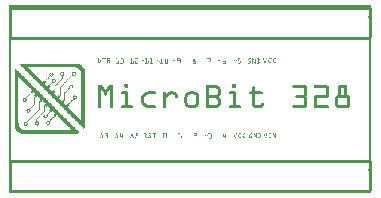
<source format=gto>
G04 MADE WITH FRITZING*
G04 WWW.FRITZING.ORG*
G04 DOUBLE SIDED*
G04 HOLES PLATED*
G04 CONTOUR ON CENTER OF CONTOUR VECTOR*
%ASAXBY*%
%FSLAX23Y23*%
%MOIN*%
%OFA0B0*%
%SFA1.0B1.0*%
%ADD10R,0.001000X0.001000*%
%LNSILK1*%
G90*
G70*
G36*
X44Y434D02*
X44Y433D01*
X38Y433D01*
X38Y432D01*
X36Y432D01*
X36Y431D01*
X35Y431D01*
X35Y430D01*
X36Y430D01*
X36Y429D01*
X37Y429D01*
X37Y428D01*
X38Y428D01*
X38Y427D01*
X39Y427D01*
X39Y425D01*
X40Y425D01*
X40Y424D01*
X41Y424D01*
X41Y423D01*
X42Y423D01*
X42Y422D01*
X217Y422D01*
X217Y421D01*
X222Y421D01*
X222Y420D01*
X225Y420D01*
X225Y419D01*
X227Y419D01*
X227Y418D01*
X229Y418D01*
X229Y417D01*
X230Y417D01*
X230Y416D01*
X231Y416D01*
X231Y415D01*
X232Y415D01*
X232Y414D01*
X233Y414D01*
X233Y412D01*
X234Y412D01*
X234Y411D01*
X235Y411D01*
X235Y409D01*
X236Y409D01*
X236Y408D01*
X238Y408D01*
X238Y406D01*
X239Y406D01*
X239Y403D01*
X240Y403D01*
X240Y243D01*
X252Y243D01*
X252Y412D01*
X251Y412D01*
X251Y416D01*
X249Y416D01*
X249Y418D01*
X248Y418D01*
X248Y420D01*
X247Y420D01*
X247Y421D01*
X246Y421D01*
X246Y423D01*
X245Y423D01*
X245Y424D01*
X244Y424D01*
X244Y425D01*
X243Y425D01*
X243Y427D01*
X242Y427D01*
X242Y428D01*
X240Y428D01*
X240Y429D01*
X239Y429D01*
X239Y430D01*
X236Y430D01*
X236Y431D01*
X234Y431D01*
X234Y432D01*
X231Y432D01*
X231Y433D01*
X227Y433D01*
X227Y434D01*
X44Y434D01*
G37*
D02*
G36*
X44Y422D02*
X44Y421D01*
X45Y421D01*
X45Y420D01*
X46Y420D01*
X46Y419D01*
X47Y419D01*
X47Y418D01*
X48Y418D01*
X48Y417D01*
X49Y417D01*
X49Y416D01*
X50Y416D01*
X50Y415D01*
X51Y415D01*
X51Y414D01*
X52Y414D01*
X52Y412D01*
X53Y412D01*
X53Y411D01*
X54Y411D01*
X54Y410D01*
X55Y410D01*
X55Y409D01*
X57Y409D01*
X57Y408D01*
X58Y408D01*
X58Y407D01*
X59Y407D01*
X59Y406D01*
X60Y406D01*
X60Y405D01*
X61Y405D01*
X61Y404D01*
X62Y404D01*
X62Y403D01*
X63Y403D01*
X63Y402D01*
X64Y402D01*
X64Y401D01*
X65Y401D01*
X65Y399D01*
X66Y399D01*
X66Y398D01*
X67Y398D01*
X67Y397D01*
X69Y397D01*
X69Y396D01*
X70Y396D01*
X70Y395D01*
X71Y395D01*
X71Y394D01*
X72Y394D01*
X72Y393D01*
X73Y393D01*
X73Y392D01*
X74Y392D01*
X74Y391D01*
X75Y391D01*
X75Y390D01*
X76Y390D01*
X76Y389D01*
X77Y389D01*
X77Y388D01*
X78Y388D01*
X78Y386D01*
X79Y386D01*
X79Y385D01*
X80Y385D01*
X80Y384D01*
X82Y384D01*
X82Y383D01*
X83Y383D01*
X83Y382D01*
X84Y382D01*
X84Y381D01*
X85Y381D01*
X85Y380D01*
X86Y380D01*
X86Y379D01*
X87Y379D01*
X87Y378D01*
X88Y378D01*
X88Y377D01*
X89Y377D01*
X89Y376D01*
X90Y376D01*
X90Y375D01*
X91Y375D01*
X91Y373D01*
X92Y373D01*
X92Y372D01*
X110Y372D01*
X110Y373D01*
X109Y373D01*
X109Y375D01*
X108Y375D01*
X108Y376D01*
X106Y376D01*
X106Y377D01*
X105Y377D01*
X105Y378D01*
X104Y378D01*
X104Y379D01*
X103Y379D01*
X103Y380D01*
X102Y380D01*
X102Y381D01*
X101Y381D01*
X101Y382D01*
X100Y382D01*
X100Y383D01*
X99Y383D01*
X99Y384D01*
X98Y384D01*
X98Y385D01*
X97Y385D01*
X97Y386D01*
X96Y386D01*
X96Y388D01*
X95Y388D01*
X95Y389D01*
X93Y389D01*
X93Y390D01*
X92Y390D01*
X92Y391D01*
X91Y391D01*
X91Y392D01*
X90Y392D01*
X90Y393D01*
X89Y393D01*
X89Y394D01*
X88Y394D01*
X88Y395D01*
X87Y395D01*
X87Y396D01*
X86Y396D01*
X86Y397D01*
X85Y397D01*
X85Y398D01*
X84Y398D01*
X84Y399D01*
X83Y399D01*
X83Y401D01*
X82Y401D01*
X82Y402D01*
X80Y402D01*
X80Y403D01*
X79Y403D01*
X79Y404D01*
X78Y404D01*
X78Y405D01*
X77Y405D01*
X77Y406D01*
X76Y406D01*
X76Y407D01*
X75Y407D01*
X75Y408D01*
X74Y408D01*
X74Y409D01*
X73Y409D01*
X73Y410D01*
X72Y410D01*
X72Y411D01*
X71Y411D01*
X71Y412D01*
X70Y412D01*
X70Y414D01*
X69Y414D01*
X69Y415D01*
X67Y415D01*
X67Y416D01*
X66Y416D01*
X66Y417D01*
X65Y417D01*
X65Y418D01*
X64Y418D01*
X64Y419D01*
X63Y419D01*
X63Y420D01*
X62Y420D01*
X62Y422D01*
X44Y422D01*
G37*
D02*
G36*
X213Y407D02*
X213Y406D01*
X212Y406D01*
X212Y405D01*
X210Y405D01*
X210Y404D01*
X218Y404D01*
X218Y402D01*
X219Y402D01*
X219Y399D01*
X218Y399D01*
X218Y397D01*
X221Y397D01*
X221Y398D01*
X222Y398D01*
X222Y403D01*
X221Y403D01*
X221Y405D01*
X220Y405D01*
X220Y406D01*
X219Y406D01*
X219Y407D01*
X213Y407D01*
G37*
D02*
G36*
X174Y406D02*
X174Y405D01*
X173Y405D01*
X173Y404D01*
X171Y404D01*
X171Y403D01*
X179Y403D01*
X179Y402D01*
X180Y402D01*
X180Y397D01*
X179Y397D01*
X179Y396D01*
X183Y396D01*
X183Y403D01*
X182Y403D01*
X182Y404D01*
X181Y404D01*
X181Y405D01*
X180Y405D01*
X180Y406D01*
X174Y406D01*
G37*
D02*
G36*
X138Y404D02*
X138Y403D01*
X136Y403D01*
X136Y402D01*
X135Y402D01*
X135Y401D01*
X142Y401D01*
X142Y399D01*
X143Y399D01*
X143Y395D01*
X142Y395D01*
X142Y394D01*
X147Y394D01*
X147Y396D01*
X148Y396D01*
X148Y398D01*
X147Y398D01*
X147Y401D01*
X145Y401D01*
X145Y402D01*
X144Y402D01*
X144Y403D01*
X143Y403D01*
X143Y404D01*
X138Y404D01*
G37*
D02*
G36*
X209Y404D02*
X209Y397D01*
X214Y397D01*
X214Y398D01*
X213Y398D01*
X213Y403D01*
X214Y403D01*
X214Y404D01*
X209Y404D01*
G37*
D02*
G36*
X170Y403D02*
X170Y396D01*
X175Y396D01*
X175Y397D01*
X174Y397D01*
X174Y402D01*
X176Y402D01*
X176Y403D01*
X170Y403D01*
G37*
D02*
G36*
X135Y401D02*
X135Y399D01*
X134Y399D01*
X134Y395D01*
X135Y395D01*
X135Y394D01*
X138Y394D01*
X138Y396D01*
X137Y396D01*
X137Y398D01*
X138Y398D01*
X138Y399D01*
X139Y399D01*
X139Y401D01*
X135Y401D01*
G37*
D02*
G36*
X209Y397D02*
X209Y396D01*
X221Y396D01*
X221Y397D01*
X209Y397D01*
G37*
D02*
G36*
X209Y397D02*
X209Y396D01*
X221Y396D01*
X221Y397D01*
X209Y397D01*
G37*
D02*
G36*
X171Y396D02*
X171Y395D01*
X182Y395D01*
X182Y396D01*
X171Y396D01*
G37*
D02*
G36*
X171Y396D02*
X171Y395D01*
X182Y395D01*
X182Y396D01*
X171Y396D01*
G37*
D02*
G36*
X209Y396D02*
X209Y395D01*
X208Y395D01*
X208Y394D01*
X207Y394D01*
X207Y393D01*
X206Y393D01*
X206Y392D01*
X205Y392D01*
X205Y391D01*
X204Y391D01*
X204Y390D01*
X203Y390D01*
X203Y389D01*
X202Y389D01*
X202Y388D01*
X201Y388D01*
X201Y386D01*
X200Y386D01*
X200Y385D01*
X199Y385D01*
X199Y384D01*
X197Y384D01*
X197Y383D01*
X196Y383D01*
X196Y382D01*
X195Y382D01*
X195Y381D01*
X194Y381D01*
X194Y380D01*
X193Y380D01*
X193Y379D01*
X192Y379D01*
X192Y378D01*
X191Y378D01*
X191Y377D01*
X190Y377D01*
X190Y376D01*
X189Y376D01*
X189Y375D01*
X188Y375D01*
X188Y373D01*
X187Y373D01*
X187Y372D01*
X186Y372D01*
X186Y371D01*
X184Y371D01*
X184Y370D01*
X183Y370D01*
X183Y369D01*
X182Y369D01*
X182Y368D01*
X181Y368D01*
X181Y367D01*
X180Y367D01*
X180Y366D01*
X179Y366D01*
X179Y365D01*
X178Y365D01*
X178Y364D01*
X177Y364D01*
X177Y363D01*
X176Y363D01*
X176Y362D01*
X175Y362D01*
X175Y360D01*
X174Y360D01*
X174Y359D01*
X173Y359D01*
X173Y358D01*
X171Y358D01*
X171Y357D01*
X170Y357D01*
X170Y356D01*
X169Y356D01*
X169Y331D01*
X168Y331D01*
X168Y326D01*
X171Y326D01*
X171Y355D01*
X173Y355D01*
X173Y356D01*
X174Y356D01*
X174Y357D01*
X175Y357D01*
X175Y358D01*
X176Y358D01*
X176Y359D01*
X177Y359D01*
X177Y360D01*
X178Y360D01*
X178Y362D01*
X179Y362D01*
X179Y363D01*
X180Y363D01*
X180Y364D01*
X181Y364D01*
X181Y365D01*
X182Y365D01*
X182Y366D01*
X183Y366D01*
X183Y367D01*
X184Y367D01*
X184Y368D01*
X186Y368D01*
X186Y369D01*
X187Y369D01*
X187Y370D01*
X188Y370D01*
X188Y371D01*
X189Y371D01*
X189Y372D01*
X190Y372D01*
X190Y373D01*
X191Y373D01*
X191Y375D01*
X192Y375D01*
X192Y376D01*
X193Y376D01*
X193Y377D01*
X194Y377D01*
X194Y378D01*
X195Y378D01*
X195Y379D01*
X196Y379D01*
X196Y380D01*
X197Y380D01*
X197Y381D01*
X199Y381D01*
X199Y382D01*
X200Y382D01*
X200Y383D01*
X201Y383D01*
X201Y384D01*
X202Y384D01*
X202Y385D01*
X203Y385D01*
X203Y386D01*
X204Y386D01*
X204Y388D01*
X205Y388D01*
X205Y389D01*
X206Y389D01*
X206Y390D01*
X207Y390D01*
X207Y391D01*
X208Y391D01*
X208Y392D01*
X209Y392D01*
X209Y393D01*
X210Y393D01*
X210Y394D01*
X219Y394D01*
X219Y395D01*
X220Y395D01*
X220Y396D01*
X209Y396D01*
G37*
D02*
G36*
X173Y395D02*
X173Y394D01*
X174Y394D01*
X174Y393D01*
X177Y393D01*
X177Y384D01*
X176Y384D01*
X176Y383D01*
X175Y383D01*
X175Y382D01*
X174Y382D01*
X174Y381D01*
X173Y381D01*
X173Y380D01*
X171Y380D01*
X171Y379D01*
X170Y379D01*
X170Y378D01*
X169Y378D01*
X169Y377D01*
X168Y377D01*
X168Y376D01*
X167Y376D01*
X167Y375D01*
X166Y375D01*
X166Y373D01*
X165Y373D01*
X165Y372D01*
X164Y372D01*
X164Y371D01*
X163Y371D01*
X163Y370D01*
X162Y370D01*
X162Y369D01*
X161Y369D01*
X161Y368D01*
X160Y368D01*
X160Y367D01*
X158Y367D01*
X158Y366D01*
X157Y366D01*
X157Y365D01*
X156Y365D01*
X156Y364D01*
X155Y364D01*
X155Y363D01*
X154Y363D01*
X154Y362D01*
X153Y362D01*
X153Y360D01*
X152Y360D01*
X152Y359D01*
X151Y359D01*
X151Y343D01*
X153Y343D01*
X153Y357D01*
X154Y357D01*
X154Y358D01*
X155Y358D01*
X155Y359D01*
X156Y359D01*
X156Y360D01*
X157Y360D01*
X157Y362D01*
X158Y362D01*
X158Y363D01*
X160Y363D01*
X160Y364D01*
X161Y364D01*
X161Y365D01*
X162Y365D01*
X162Y366D01*
X163Y366D01*
X163Y367D01*
X164Y367D01*
X164Y368D01*
X165Y368D01*
X165Y369D01*
X166Y369D01*
X166Y370D01*
X167Y370D01*
X167Y371D01*
X168Y371D01*
X168Y372D01*
X169Y372D01*
X169Y373D01*
X170Y373D01*
X170Y375D01*
X171Y375D01*
X171Y376D01*
X173Y376D01*
X173Y377D01*
X174Y377D01*
X174Y378D01*
X175Y378D01*
X175Y379D01*
X176Y379D01*
X176Y380D01*
X177Y380D01*
X177Y381D01*
X178Y381D01*
X178Y382D01*
X179Y382D01*
X179Y393D01*
X180Y393D01*
X180Y394D01*
X181Y394D01*
X181Y395D01*
X173Y395D01*
G37*
D02*
G36*
X135Y394D02*
X135Y393D01*
X147Y393D01*
X147Y394D01*
X135Y394D01*
G37*
D02*
G36*
X135Y394D02*
X135Y393D01*
X147Y393D01*
X147Y394D01*
X135Y394D01*
G37*
D02*
G36*
X135Y393D02*
X135Y391D01*
X140Y391D01*
X140Y390D01*
X141Y390D01*
X141Y391D01*
X144Y391D01*
X144Y392D01*
X145Y392D01*
X145Y393D01*
X135Y393D01*
G37*
D02*
G36*
X134Y391D02*
X134Y390D01*
X132Y390D01*
X132Y389D01*
X131Y389D01*
X131Y388D01*
X130Y388D01*
X130Y386D01*
X129Y386D01*
X129Y385D01*
X128Y385D01*
X128Y384D01*
X127Y384D01*
X127Y383D01*
X126Y383D01*
X126Y382D01*
X125Y382D01*
X125Y381D01*
X124Y381D01*
X124Y380D01*
X123Y380D01*
X123Y379D01*
X122Y379D01*
X122Y378D01*
X121Y378D01*
X121Y377D01*
X119Y377D01*
X119Y376D01*
X118Y376D01*
X118Y375D01*
X122Y375D01*
X122Y376D01*
X123Y376D01*
X123Y377D01*
X124Y377D01*
X124Y378D01*
X125Y378D01*
X125Y379D01*
X126Y379D01*
X126Y380D01*
X127Y380D01*
X127Y381D01*
X128Y381D01*
X128Y382D01*
X129Y382D01*
X129Y383D01*
X130Y383D01*
X130Y384D01*
X131Y384D01*
X131Y385D01*
X132Y385D01*
X132Y386D01*
X134Y386D01*
X134Y388D01*
X135Y388D01*
X135Y389D01*
X136Y389D01*
X136Y390D01*
X137Y390D01*
X137Y391D01*
X134Y391D01*
G37*
D02*
G36*
X145Y382D02*
X145Y381D01*
X144Y381D01*
X144Y380D01*
X143Y380D01*
X143Y379D01*
X151Y379D01*
X151Y378D01*
X152Y378D01*
X152Y373D01*
X151Y373D01*
X151Y372D01*
X155Y372D01*
X155Y379D01*
X154Y379D01*
X154Y380D01*
X153Y380D01*
X153Y381D01*
X152Y381D01*
X152Y382D01*
X145Y382D01*
G37*
D02*
G36*
X142Y379D02*
X142Y372D01*
X147Y372D01*
X147Y373D01*
X145Y373D01*
X145Y378D01*
X147Y378D01*
X147Y379D01*
X142Y379D01*
G37*
D02*
G36*
X114Y376D02*
X114Y375D01*
X116Y375D01*
X116Y376D01*
X114Y376D01*
G37*
D02*
G36*
X113Y375D02*
X113Y373D01*
X121Y373D01*
X121Y375D01*
X113Y375D01*
G37*
D02*
G36*
X113Y375D02*
X113Y373D01*
X121Y373D01*
X121Y375D01*
X113Y375D01*
G37*
D02*
G36*
X112Y373D02*
X112Y372D01*
X119Y372D01*
X119Y373D01*
X112Y373D01*
G37*
D02*
G36*
X93Y372D02*
X93Y371D01*
X119Y371D01*
X119Y372D01*
X93Y372D01*
G37*
D02*
G36*
X93Y372D02*
X93Y371D01*
X119Y371D01*
X119Y372D01*
X93Y372D01*
G37*
D02*
G36*
X143Y372D02*
X143Y371D01*
X154Y371D01*
X154Y372D01*
X143Y372D01*
G37*
D02*
G36*
X143Y372D02*
X143Y371D01*
X154Y371D01*
X154Y372D01*
X143Y372D01*
G37*
D02*
G36*
X95Y371D02*
X95Y370D01*
X96Y370D01*
X96Y369D01*
X97Y369D01*
X97Y368D01*
X98Y368D01*
X98Y367D01*
X99Y367D01*
X99Y366D01*
X100Y366D01*
X100Y365D01*
X101Y365D01*
X101Y364D01*
X102Y364D01*
X102Y363D01*
X103Y363D01*
X103Y362D01*
X104Y362D01*
X104Y360D01*
X105Y360D01*
X105Y359D01*
X106Y359D01*
X106Y358D01*
X108Y358D01*
X108Y357D01*
X125Y357D01*
X125Y358D01*
X124Y358D01*
X124Y359D01*
X123Y359D01*
X123Y360D01*
X122Y360D01*
X122Y362D01*
X121Y362D01*
X121Y363D01*
X119Y363D01*
X119Y364D01*
X118Y364D01*
X118Y367D01*
X119Y367D01*
X119Y368D01*
X121Y368D01*
X121Y369D01*
X122Y369D01*
X122Y370D01*
X121Y370D01*
X121Y371D01*
X95Y371D01*
G37*
D02*
G36*
X143Y371D02*
X143Y370D01*
X142Y370D01*
X142Y369D01*
X141Y369D01*
X141Y368D01*
X140Y368D01*
X140Y367D01*
X139Y367D01*
X139Y366D01*
X138Y366D01*
X138Y365D01*
X137Y365D01*
X137Y364D01*
X136Y364D01*
X136Y363D01*
X135Y363D01*
X135Y362D01*
X134Y362D01*
X134Y360D01*
X137Y360D01*
X137Y362D01*
X138Y362D01*
X138Y363D01*
X139Y363D01*
X139Y364D01*
X140Y364D01*
X140Y365D01*
X141Y365D01*
X141Y366D01*
X142Y366D01*
X142Y367D01*
X143Y367D01*
X143Y368D01*
X144Y368D01*
X144Y369D01*
X152Y369D01*
X152Y370D01*
X153Y370D01*
X153Y371D01*
X143Y371D01*
G37*
D02*
G36*
X203Y364D02*
X203Y363D01*
X202Y363D01*
X202Y362D01*
X201Y362D01*
X201Y360D01*
X208Y360D01*
X208Y359D01*
X209Y359D01*
X209Y355D01*
X208Y355D01*
X208Y354D01*
X213Y354D01*
X213Y360D01*
X212Y360D01*
X212Y362D01*
X210Y362D01*
X210Y363D01*
X209Y363D01*
X209Y364D01*
X203Y364D01*
G37*
D02*
G36*
X130Y362D02*
X130Y360D01*
X131Y360D01*
X131Y362D01*
X130Y362D01*
G37*
D02*
G36*
X129Y360D02*
X129Y359D01*
X136Y359D01*
X136Y360D01*
X129Y360D01*
G37*
D02*
G36*
X129Y360D02*
X129Y359D01*
X136Y359D01*
X136Y360D01*
X129Y360D01*
G37*
D02*
G36*
X201Y360D02*
X201Y359D01*
X200Y359D01*
X200Y354D01*
X204Y354D01*
X204Y356D01*
X203Y356D01*
X203Y358D01*
X204Y358D01*
X204Y359D01*
X205Y359D01*
X205Y360D01*
X201Y360D01*
G37*
D02*
G36*
X128Y359D02*
X128Y358D01*
X127Y358D01*
X127Y357D01*
X135Y357D01*
X135Y359D01*
X128Y359D01*
G37*
D02*
G36*
X109Y357D02*
X109Y356D01*
X136Y356D01*
X136Y357D01*
X109Y357D01*
G37*
D02*
G36*
X109Y357D02*
X109Y356D01*
X136Y356D01*
X136Y357D01*
X109Y357D01*
G37*
D02*
G36*
X110Y356D02*
X110Y355D01*
X111Y355D01*
X111Y354D01*
X112Y354D01*
X112Y353D01*
X113Y353D01*
X113Y352D01*
X114Y352D01*
X114Y351D01*
X115Y351D01*
X115Y350D01*
X116Y350D01*
X116Y348D01*
X117Y348D01*
X117Y347D01*
X118Y347D01*
X118Y346D01*
X119Y346D01*
X119Y345D01*
X121Y345D01*
X121Y344D01*
X122Y344D01*
X122Y343D01*
X123Y343D01*
X123Y342D01*
X124Y342D01*
X124Y341D01*
X141Y341D01*
X141Y342D01*
X140Y342D01*
X140Y343D01*
X139Y343D01*
X139Y344D01*
X138Y344D01*
X138Y345D01*
X137Y345D01*
X137Y346D01*
X136Y346D01*
X136Y347D01*
X135Y347D01*
X135Y348D01*
X134Y348D01*
X134Y350D01*
X132Y350D01*
X132Y351D01*
X134Y351D01*
X134Y352D01*
X135Y352D01*
X135Y353D01*
X136Y353D01*
X136Y354D01*
X137Y354D01*
X137Y356D01*
X110Y356D01*
G37*
D02*
G36*
X201Y354D02*
X201Y353D01*
X212Y353D01*
X212Y354D01*
X201Y354D01*
G37*
D02*
G36*
X201Y354D02*
X201Y353D01*
X212Y353D01*
X212Y354D01*
X201Y354D01*
G37*
D02*
G36*
X200Y353D02*
X200Y352D01*
X199Y352D01*
X199Y351D01*
X197Y351D01*
X197Y350D01*
X196Y350D01*
X196Y348D01*
X195Y348D01*
X195Y347D01*
X194Y347D01*
X194Y346D01*
X193Y346D01*
X193Y345D01*
X192Y345D01*
X192Y344D01*
X191Y344D01*
X191Y343D01*
X190Y343D01*
X190Y342D01*
X189Y342D01*
X189Y341D01*
X188Y341D01*
X188Y340D01*
X187Y340D01*
X187Y339D01*
X186Y339D01*
X186Y338D01*
X184Y338D01*
X184Y312D01*
X183Y312D01*
X183Y311D01*
X187Y311D01*
X187Y335D01*
X188Y335D01*
X188Y337D01*
X189Y337D01*
X189Y338D01*
X190Y338D01*
X190Y339D01*
X191Y339D01*
X191Y340D01*
X192Y340D01*
X192Y341D01*
X193Y341D01*
X193Y342D01*
X194Y342D01*
X194Y343D01*
X195Y343D01*
X195Y344D01*
X196Y344D01*
X196Y345D01*
X197Y345D01*
X197Y346D01*
X199Y346D01*
X199Y347D01*
X200Y347D01*
X200Y348D01*
X201Y348D01*
X201Y350D01*
X202Y350D01*
X202Y351D01*
X209Y351D01*
X209Y352D01*
X212Y352D01*
X212Y353D01*
X200Y353D01*
G37*
D02*
G36*
X147Y345D02*
X147Y344D01*
X145Y344D01*
X145Y343D01*
X149Y343D01*
X149Y344D01*
X148Y344D01*
X148Y345D01*
X147Y345D01*
G37*
D02*
G36*
X144Y343D02*
X144Y342D01*
X153Y342D01*
X153Y343D01*
X144Y343D01*
G37*
D02*
G36*
X144Y343D02*
X144Y342D01*
X153Y342D01*
X153Y343D01*
X144Y343D01*
G37*
D02*
G36*
X143Y342D02*
X143Y341D01*
X153Y341D01*
X153Y342D01*
X143Y342D01*
G37*
D02*
G36*
X125Y341D02*
X125Y340D01*
X152Y340D01*
X152Y341D01*
X125Y341D01*
G37*
D02*
G36*
X125Y341D02*
X125Y340D01*
X152Y340D01*
X152Y341D01*
X125Y341D01*
G37*
D02*
G36*
X126Y340D02*
X126Y339D01*
X127Y339D01*
X127Y338D01*
X128Y338D01*
X128Y337D01*
X129Y337D01*
X129Y335D01*
X130Y335D01*
X130Y334D01*
X131Y334D01*
X131Y333D01*
X132Y333D01*
X132Y332D01*
X134Y332D01*
X134Y331D01*
X135Y331D01*
X135Y330D01*
X136Y330D01*
X136Y329D01*
X137Y329D01*
X137Y328D01*
X138Y328D01*
X138Y327D01*
X139Y327D01*
X139Y326D01*
X140Y326D01*
X140Y325D01*
X141Y325D01*
X141Y324D01*
X158Y324D01*
X158Y325D01*
X157Y325D01*
X157Y326D01*
X156Y326D01*
X156Y327D01*
X155Y327D01*
X155Y328D01*
X154Y328D01*
X154Y329D01*
X153Y329D01*
X153Y330D01*
X152Y330D01*
X152Y331D01*
X151Y331D01*
X151Y332D01*
X150Y332D01*
X150Y335D01*
X151Y335D01*
X151Y337D01*
X152Y337D01*
X152Y338D01*
X153Y338D01*
X153Y340D01*
X126Y340D01*
G37*
D02*
G36*
X164Y328D02*
X164Y327D01*
X163Y327D01*
X163Y326D01*
X166Y326D01*
X166Y327D01*
X165Y327D01*
X165Y328D01*
X164Y328D01*
G37*
D02*
G36*
X217Y328D02*
X217Y327D01*
X215Y327D01*
X215Y326D01*
X214Y326D01*
X214Y325D01*
X213Y325D01*
X213Y324D01*
X221Y324D01*
X221Y318D01*
X225Y318D01*
X225Y319D01*
X226Y319D01*
X226Y322D01*
X225Y322D01*
X225Y325D01*
X223Y325D01*
X223Y326D01*
X222Y326D01*
X222Y327D01*
X220Y327D01*
X220Y328D01*
X217Y328D01*
G37*
D02*
G36*
X162Y326D02*
X162Y325D01*
X170Y325D01*
X170Y326D01*
X162Y326D01*
G37*
D02*
G36*
X162Y326D02*
X162Y325D01*
X170Y325D01*
X170Y326D01*
X162Y326D01*
G37*
D02*
G36*
X161Y325D02*
X161Y324D01*
X169Y324D01*
X169Y325D01*
X161Y325D01*
G37*
D02*
G36*
X142Y324D02*
X142Y322D01*
X169Y322D01*
X169Y324D01*
X142Y324D01*
G37*
D02*
G36*
X142Y324D02*
X142Y322D01*
X169Y322D01*
X169Y324D01*
X142Y324D01*
G37*
D02*
G36*
X213Y324D02*
X213Y322D01*
X212Y322D01*
X212Y319D01*
X213Y319D01*
X213Y318D01*
X216Y318D01*
X216Y324D01*
X213Y324D01*
G37*
D02*
G36*
X143Y322D02*
X143Y321D01*
X144Y321D01*
X144Y320D01*
X145Y320D01*
X145Y319D01*
X147Y319D01*
X147Y318D01*
X148Y318D01*
X148Y317D01*
X149Y317D01*
X149Y316D01*
X150Y316D01*
X150Y315D01*
X151Y315D01*
X151Y314D01*
X152Y314D01*
X152Y313D01*
X153Y313D01*
X153Y312D01*
X154Y312D01*
X154Y311D01*
X155Y311D01*
X155Y309D01*
X156Y309D01*
X156Y308D01*
X174Y308D01*
X174Y309D01*
X173Y309D01*
X173Y311D01*
X171Y311D01*
X171Y312D01*
X170Y312D01*
X170Y313D01*
X169Y313D01*
X169Y314D01*
X168Y314D01*
X168Y315D01*
X167Y315D01*
X167Y318D01*
X168Y318D01*
X168Y319D01*
X169Y319D01*
X169Y320D01*
X170Y320D01*
X170Y322D01*
X143Y322D01*
G37*
D02*
G36*
X213Y318D02*
X213Y317D01*
X225Y317D01*
X225Y318D01*
X213Y318D01*
G37*
D02*
G36*
X213Y318D02*
X213Y317D01*
X225Y317D01*
X225Y318D01*
X213Y318D01*
G37*
D02*
G36*
X214Y317D02*
X214Y316D01*
X213Y316D01*
X213Y315D01*
X217Y315D01*
X217Y314D01*
X220Y314D01*
X220Y315D01*
X222Y315D01*
X222Y316D01*
X223Y316D01*
X223Y317D01*
X214Y317D01*
G37*
D02*
G36*
X212Y315D02*
X212Y314D01*
X210Y314D01*
X210Y313D01*
X209Y313D01*
X209Y312D01*
X208Y312D01*
X208Y311D01*
X207Y311D01*
X207Y309D01*
X206Y309D01*
X206Y308D01*
X205Y308D01*
X205Y307D01*
X204Y307D01*
X204Y306D01*
X203Y306D01*
X203Y305D01*
X202Y305D01*
X202Y304D01*
X201Y304D01*
X201Y303D01*
X200Y303D01*
X200Y302D01*
X199Y302D01*
X199Y301D01*
X197Y301D01*
X197Y300D01*
X196Y300D01*
X196Y299D01*
X201Y299D01*
X201Y300D01*
X202Y300D01*
X202Y301D01*
X203Y301D01*
X203Y302D01*
X204Y302D01*
X204Y303D01*
X205Y303D01*
X205Y304D01*
X206Y304D01*
X206Y305D01*
X207Y305D01*
X207Y306D01*
X208Y306D01*
X208Y307D01*
X209Y307D01*
X209Y308D01*
X210Y308D01*
X210Y309D01*
X212Y309D01*
X212Y311D01*
X213Y311D01*
X213Y312D01*
X214Y312D01*
X214Y313D01*
X215Y313D01*
X215Y314D01*
X216Y314D01*
X216Y315D01*
X212Y315D01*
G37*
D02*
G36*
X179Y312D02*
X179Y311D01*
X181Y311D01*
X181Y312D01*
X179Y312D01*
G37*
D02*
G36*
X178Y311D02*
X178Y309D01*
X186Y309D01*
X186Y311D01*
X178Y311D01*
G37*
D02*
G36*
X178Y311D02*
X178Y309D01*
X186Y309D01*
X186Y311D01*
X178Y311D01*
G37*
D02*
G36*
X177Y309D02*
X177Y308D01*
X184Y308D01*
X184Y309D01*
X177Y309D01*
G37*
D02*
G36*
X157Y308D02*
X157Y307D01*
X184Y307D01*
X184Y308D01*
X157Y308D01*
G37*
D02*
G36*
X157Y308D02*
X157Y307D01*
X184Y307D01*
X184Y308D01*
X157Y308D01*
G37*
D02*
G36*
X158Y307D02*
X158Y306D01*
X160Y306D01*
X160Y305D01*
X161Y305D01*
X161Y304D01*
X162Y304D01*
X162Y303D01*
X163Y303D01*
X163Y302D01*
X164Y302D01*
X164Y301D01*
X165Y301D01*
X165Y300D01*
X166Y300D01*
X166Y299D01*
X167Y299D01*
X167Y298D01*
X168Y298D01*
X168Y296D01*
X169Y296D01*
X169Y295D01*
X187Y295D01*
X187Y296D01*
X186Y296D01*
X186Y298D01*
X184Y298D01*
X184Y299D01*
X183Y299D01*
X183Y300D01*
X182Y300D01*
X182Y303D01*
X183Y303D01*
X183Y304D01*
X184Y304D01*
X184Y305D01*
X186Y305D01*
X186Y307D01*
X158Y307D01*
G37*
D02*
G36*
X193Y300D02*
X193Y299D01*
X194Y299D01*
X194Y300D01*
X193Y300D01*
G37*
D02*
G36*
X192Y299D02*
X192Y298D01*
X200Y298D01*
X200Y299D01*
X192Y299D01*
G37*
D02*
G36*
X192Y299D02*
X192Y298D01*
X200Y298D01*
X200Y299D01*
X192Y299D01*
G37*
D02*
G36*
X191Y298D02*
X191Y296D01*
X190Y296D01*
X190Y295D01*
X197Y295D01*
X197Y296D01*
X199Y296D01*
X199Y298D01*
X191Y298D01*
G37*
D02*
G36*
X170Y295D02*
X170Y294D01*
X199Y294D01*
X199Y295D01*
X170Y295D01*
G37*
D02*
G36*
X170Y295D02*
X170Y294D01*
X199Y294D01*
X199Y295D01*
X170Y295D01*
G37*
D02*
G36*
X171Y294D02*
X171Y293D01*
X173Y293D01*
X173Y292D01*
X174Y292D01*
X174Y291D01*
X175Y291D01*
X175Y290D01*
X176Y290D01*
X176Y289D01*
X177Y289D01*
X177Y288D01*
X178Y288D01*
X178Y287D01*
X179Y287D01*
X179Y286D01*
X180Y286D01*
X180Y285D01*
X181Y285D01*
X181Y283D01*
X182Y283D01*
X182Y282D01*
X183Y282D01*
X183Y281D01*
X184Y281D01*
X184Y280D01*
X186Y280D01*
X186Y279D01*
X187Y279D01*
X187Y278D01*
X188Y278D01*
X188Y277D01*
X189Y277D01*
X189Y276D01*
X190Y276D01*
X190Y275D01*
X191Y275D01*
X191Y274D01*
X192Y274D01*
X192Y273D01*
X193Y273D01*
X193Y272D01*
X194Y272D01*
X194Y270D01*
X195Y270D01*
X195Y269D01*
X196Y269D01*
X196Y268D01*
X197Y268D01*
X197Y267D01*
X199Y267D01*
X199Y266D01*
X200Y266D01*
X200Y265D01*
X201Y265D01*
X201Y264D01*
X202Y264D01*
X202Y263D01*
X203Y263D01*
X203Y262D01*
X204Y262D01*
X204Y261D01*
X205Y261D01*
X205Y260D01*
X206Y260D01*
X206Y259D01*
X207Y259D01*
X207Y257D01*
X208Y257D01*
X208Y256D01*
X209Y256D01*
X209Y255D01*
X210Y255D01*
X210Y254D01*
X212Y254D01*
X212Y253D01*
X213Y253D01*
X213Y252D01*
X214Y252D01*
X214Y251D01*
X215Y251D01*
X215Y250D01*
X216Y250D01*
X216Y249D01*
X217Y249D01*
X217Y248D01*
X218Y248D01*
X218Y247D01*
X219Y247D01*
X219Y246D01*
X220Y246D01*
X220Y244D01*
X221Y244D01*
X221Y243D01*
X239Y243D01*
X239Y244D01*
X238Y244D01*
X238Y246D01*
X236Y246D01*
X236Y247D01*
X235Y247D01*
X235Y248D01*
X234Y248D01*
X234Y249D01*
X233Y249D01*
X233Y250D01*
X232Y250D01*
X232Y251D01*
X231Y251D01*
X231Y252D01*
X230Y252D01*
X230Y253D01*
X229Y253D01*
X229Y254D01*
X228Y254D01*
X228Y255D01*
X227Y255D01*
X227Y256D01*
X226Y256D01*
X226Y257D01*
X225Y257D01*
X225Y259D01*
X223Y259D01*
X223Y260D01*
X222Y260D01*
X222Y261D01*
X221Y261D01*
X221Y262D01*
X220Y262D01*
X220Y263D01*
X219Y263D01*
X219Y264D01*
X218Y264D01*
X218Y265D01*
X217Y265D01*
X217Y266D01*
X216Y266D01*
X216Y267D01*
X215Y267D01*
X215Y268D01*
X214Y268D01*
X214Y269D01*
X213Y269D01*
X213Y270D01*
X212Y270D01*
X212Y272D01*
X210Y272D01*
X210Y273D01*
X209Y273D01*
X209Y274D01*
X208Y274D01*
X208Y275D01*
X207Y275D01*
X207Y276D01*
X206Y276D01*
X206Y277D01*
X205Y277D01*
X205Y278D01*
X204Y278D01*
X204Y279D01*
X203Y279D01*
X203Y280D01*
X202Y280D01*
X202Y281D01*
X201Y281D01*
X201Y282D01*
X200Y282D01*
X200Y283D01*
X199Y283D01*
X199Y285D01*
X197Y285D01*
X197Y286D01*
X196Y286D01*
X196Y287D01*
X195Y287D01*
X195Y289D01*
X196Y289D01*
X196Y290D01*
X197Y290D01*
X197Y291D01*
X199Y291D01*
X199Y292D01*
X200Y292D01*
X200Y294D01*
X171Y294D01*
G37*
D02*
G36*
X222Y243D02*
X222Y242D01*
X252Y242D01*
X252Y243D01*
X222Y243D01*
G37*
D02*
G36*
X222Y243D02*
X222Y242D01*
X252Y242D01*
X252Y243D01*
X222Y243D01*
G37*
D02*
G36*
X223Y242D02*
X223Y241D01*
X225Y241D01*
X225Y240D01*
X226Y240D01*
X226Y239D01*
X227Y239D01*
X227Y238D01*
X228Y238D01*
X228Y237D01*
X229Y237D01*
X229Y236D01*
X230Y236D01*
X230Y235D01*
X231Y235D01*
X231Y234D01*
X232Y234D01*
X232Y233D01*
X233Y233D01*
X233Y231D01*
X234Y231D01*
X234Y230D01*
X235Y230D01*
X235Y229D01*
X236Y229D01*
X236Y228D01*
X238Y228D01*
X238Y227D01*
X239Y227D01*
X239Y226D01*
X240Y226D01*
X240Y225D01*
X241Y225D01*
X241Y224D01*
X242Y224D01*
X242Y223D01*
X243Y223D01*
X243Y222D01*
X244Y222D01*
X244Y221D01*
X245Y221D01*
X245Y220D01*
X246Y220D01*
X246Y218D01*
X247Y218D01*
X247Y217D01*
X248Y217D01*
X248Y216D01*
X249Y216D01*
X249Y218D01*
X251Y218D01*
X251Y222D01*
X252Y222D01*
X252Y242D01*
X223Y242D01*
G37*
D02*
G36*
X21Y417D02*
X21Y416D01*
X20Y416D01*
X20Y414D01*
X19Y414D01*
X19Y408D01*
X18Y408D01*
X18Y390D01*
X32Y390D01*
X32Y389D01*
X33Y389D01*
X33Y388D01*
X34Y388D01*
X34Y386D01*
X35Y386D01*
X35Y385D01*
X36Y385D01*
X36Y384D01*
X37Y384D01*
X37Y383D01*
X38Y383D01*
X38Y382D01*
X39Y382D01*
X39Y381D01*
X40Y381D01*
X40Y380D01*
X41Y380D01*
X41Y379D01*
X42Y379D01*
X42Y378D01*
X44Y378D01*
X44Y377D01*
X45Y377D01*
X45Y376D01*
X46Y376D01*
X46Y375D01*
X47Y375D01*
X47Y373D01*
X48Y373D01*
X48Y372D01*
X49Y372D01*
X49Y371D01*
X50Y371D01*
X50Y370D01*
X51Y370D01*
X51Y369D01*
X52Y369D01*
X52Y368D01*
X53Y368D01*
X53Y367D01*
X54Y367D01*
X54Y366D01*
X55Y366D01*
X55Y365D01*
X57Y365D01*
X57Y364D01*
X58Y364D01*
X58Y363D01*
X59Y363D01*
X59Y362D01*
X60Y362D01*
X60Y360D01*
X61Y360D01*
X61Y359D01*
X62Y359D01*
X62Y358D01*
X63Y358D01*
X63Y357D01*
X64Y357D01*
X64Y356D01*
X65Y356D01*
X65Y355D01*
X66Y355D01*
X66Y354D01*
X67Y354D01*
X67Y353D01*
X69Y353D01*
X69Y352D01*
X70Y352D01*
X70Y351D01*
X71Y351D01*
X71Y350D01*
X72Y350D01*
X72Y348D01*
X73Y348D01*
X73Y347D01*
X74Y347D01*
X74Y346D01*
X75Y346D01*
X75Y344D01*
X74Y344D01*
X74Y343D01*
X73Y343D01*
X73Y342D01*
X72Y342D01*
X72Y341D01*
X71Y341D01*
X71Y339D01*
X83Y339D01*
X83Y338D01*
X84Y338D01*
X84Y337D01*
X85Y337D01*
X85Y335D01*
X86Y335D01*
X86Y334D01*
X87Y334D01*
X87Y333D01*
X88Y333D01*
X88Y331D01*
X87Y331D01*
X87Y330D01*
X86Y330D01*
X86Y329D01*
X85Y329D01*
X85Y328D01*
X84Y328D01*
X84Y327D01*
X85Y327D01*
X85Y326D01*
X96Y326D01*
X96Y325D01*
X97Y325D01*
X97Y324D01*
X98Y324D01*
X98Y322D01*
X99Y322D01*
X99Y321D01*
X100Y321D01*
X100Y320D01*
X101Y320D01*
X101Y319D01*
X102Y319D01*
X102Y318D01*
X103Y318D01*
X103Y316D01*
X102Y316D01*
X102Y315D01*
X101Y315D01*
X101Y314D01*
X100Y314D01*
X100Y313D01*
X99Y313D01*
X99Y312D01*
X100Y312D01*
X100Y311D01*
X111Y311D01*
X111Y309D01*
X112Y309D01*
X112Y308D01*
X113Y308D01*
X113Y307D01*
X114Y307D01*
X114Y306D01*
X115Y306D01*
X115Y305D01*
X116Y305D01*
X116Y304D01*
X117Y304D01*
X117Y303D01*
X118Y303D01*
X118Y302D01*
X119Y302D01*
X119Y301D01*
X121Y301D01*
X121Y299D01*
X119Y299D01*
X119Y298D01*
X118Y298D01*
X118Y296D01*
X117Y296D01*
X117Y295D01*
X116Y295D01*
X116Y294D01*
X117Y294D01*
X117Y293D01*
X128Y293D01*
X128Y292D01*
X129Y292D01*
X129Y291D01*
X130Y291D01*
X130Y290D01*
X131Y290D01*
X131Y289D01*
X132Y289D01*
X132Y288D01*
X134Y288D01*
X134Y287D01*
X135Y287D01*
X135Y286D01*
X136Y286D01*
X136Y285D01*
X137Y285D01*
X137Y281D01*
X136Y281D01*
X136Y280D01*
X135Y280D01*
X135Y279D01*
X134Y279D01*
X134Y277D01*
X135Y277D01*
X135Y276D01*
X145Y276D01*
X145Y275D01*
X147Y275D01*
X147Y274D01*
X148Y274D01*
X148Y273D01*
X149Y273D01*
X149Y272D01*
X150Y272D01*
X150Y270D01*
X151Y270D01*
X151Y269D01*
X152Y269D01*
X152Y267D01*
X151Y267D01*
X151Y266D01*
X150Y266D01*
X150Y265D01*
X149Y265D01*
X149Y263D01*
X150Y263D01*
X150Y262D01*
X160Y262D01*
X160Y261D01*
X161Y261D01*
X161Y260D01*
X162Y260D01*
X162Y259D01*
X163Y259D01*
X163Y257D01*
X164Y257D01*
X164Y256D01*
X165Y256D01*
X165Y255D01*
X166Y255D01*
X166Y254D01*
X167Y254D01*
X167Y253D01*
X168Y253D01*
X168Y252D01*
X169Y252D01*
X169Y251D01*
X170Y251D01*
X170Y250D01*
X171Y250D01*
X171Y249D01*
X173Y249D01*
X173Y248D01*
X174Y248D01*
X174Y247D01*
X175Y247D01*
X175Y246D01*
X176Y246D01*
X176Y244D01*
X177Y244D01*
X177Y243D01*
X178Y243D01*
X178Y242D01*
X179Y242D01*
X179Y241D01*
X180Y241D01*
X180Y240D01*
X181Y240D01*
X181Y239D01*
X182Y239D01*
X182Y238D01*
X183Y238D01*
X183Y237D01*
X184Y237D01*
X184Y236D01*
X186Y236D01*
X186Y235D01*
X187Y235D01*
X187Y234D01*
X188Y234D01*
X188Y233D01*
X189Y233D01*
X189Y231D01*
X190Y231D01*
X190Y230D01*
X191Y230D01*
X191Y229D01*
X192Y229D01*
X192Y228D01*
X193Y228D01*
X193Y227D01*
X194Y227D01*
X194Y226D01*
X195Y226D01*
X195Y225D01*
X196Y225D01*
X196Y224D01*
X197Y224D01*
X197Y223D01*
X199Y223D01*
X199Y222D01*
X200Y222D01*
X200Y221D01*
X201Y221D01*
X201Y220D01*
X202Y220D01*
X202Y218D01*
X203Y218D01*
X203Y217D01*
X204Y217D01*
X204Y216D01*
X205Y216D01*
X205Y215D01*
X206Y215D01*
X206Y214D01*
X207Y214D01*
X207Y213D01*
X208Y213D01*
X208Y212D01*
X226Y212D01*
X226Y213D01*
X225Y213D01*
X225Y214D01*
X223Y214D01*
X223Y215D01*
X222Y215D01*
X222Y216D01*
X221Y216D01*
X221Y217D01*
X220Y217D01*
X220Y218D01*
X219Y218D01*
X219Y220D01*
X218Y220D01*
X218Y221D01*
X217Y221D01*
X217Y222D01*
X216Y222D01*
X216Y223D01*
X215Y223D01*
X215Y224D01*
X214Y224D01*
X214Y225D01*
X213Y225D01*
X213Y226D01*
X212Y226D01*
X212Y227D01*
X210Y227D01*
X210Y228D01*
X209Y228D01*
X209Y229D01*
X208Y229D01*
X208Y230D01*
X207Y230D01*
X207Y231D01*
X206Y231D01*
X206Y233D01*
X205Y233D01*
X205Y234D01*
X204Y234D01*
X204Y235D01*
X203Y235D01*
X203Y236D01*
X202Y236D01*
X202Y237D01*
X201Y237D01*
X201Y238D01*
X200Y238D01*
X200Y239D01*
X199Y239D01*
X199Y240D01*
X197Y240D01*
X197Y241D01*
X196Y241D01*
X196Y242D01*
X195Y242D01*
X195Y243D01*
X194Y243D01*
X194Y244D01*
X193Y244D01*
X193Y246D01*
X192Y246D01*
X192Y247D01*
X191Y247D01*
X191Y248D01*
X190Y248D01*
X190Y249D01*
X189Y249D01*
X189Y250D01*
X188Y250D01*
X188Y251D01*
X187Y251D01*
X187Y252D01*
X186Y252D01*
X186Y253D01*
X184Y253D01*
X184Y254D01*
X183Y254D01*
X183Y255D01*
X182Y255D01*
X182Y256D01*
X181Y256D01*
X181Y257D01*
X180Y257D01*
X180Y259D01*
X179Y259D01*
X179Y260D01*
X178Y260D01*
X178Y261D01*
X177Y261D01*
X177Y262D01*
X176Y262D01*
X176Y263D01*
X175Y263D01*
X175Y264D01*
X174Y264D01*
X174Y265D01*
X173Y265D01*
X173Y266D01*
X171Y266D01*
X171Y267D01*
X170Y267D01*
X170Y268D01*
X169Y268D01*
X169Y269D01*
X168Y269D01*
X168Y270D01*
X167Y270D01*
X167Y272D01*
X166Y272D01*
X166Y273D01*
X165Y273D01*
X165Y274D01*
X164Y274D01*
X164Y275D01*
X163Y275D01*
X163Y276D01*
X162Y276D01*
X162Y277D01*
X161Y277D01*
X161Y278D01*
X160Y278D01*
X160Y279D01*
X158Y279D01*
X158Y280D01*
X157Y280D01*
X157Y281D01*
X156Y281D01*
X156Y282D01*
X155Y282D01*
X155Y283D01*
X154Y283D01*
X154Y285D01*
X153Y285D01*
X153Y286D01*
X152Y286D01*
X152Y287D01*
X151Y287D01*
X151Y288D01*
X150Y288D01*
X150Y289D01*
X149Y289D01*
X149Y290D01*
X148Y290D01*
X148Y291D01*
X147Y291D01*
X147Y292D01*
X145Y292D01*
X145Y293D01*
X144Y293D01*
X144Y294D01*
X143Y294D01*
X143Y295D01*
X142Y295D01*
X142Y296D01*
X141Y296D01*
X141Y298D01*
X140Y298D01*
X140Y299D01*
X139Y299D01*
X139Y300D01*
X138Y300D01*
X138Y301D01*
X137Y301D01*
X137Y302D01*
X136Y302D01*
X136Y303D01*
X135Y303D01*
X135Y304D01*
X134Y304D01*
X134Y305D01*
X132Y305D01*
X132Y306D01*
X131Y306D01*
X131Y307D01*
X130Y307D01*
X130Y308D01*
X129Y308D01*
X129Y309D01*
X128Y309D01*
X128Y311D01*
X127Y311D01*
X127Y312D01*
X126Y312D01*
X126Y313D01*
X125Y313D01*
X125Y314D01*
X124Y314D01*
X124Y315D01*
X123Y315D01*
X123Y316D01*
X122Y316D01*
X122Y317D01*
X121Y317D01*
X121Y318D01*
X119Y318D01*
X119Y319D01*
X118Y319D01*
X118Y320D01*
X117Y320D01*
X117Y321D01*
X116Y321D01*
X116Y322D01*
X115Y322D01*
X115Y324D01*
X114Y324D01*
X114Y325D01*
X113Y325D01*
X113Y326D01*
X112Y326D01*
X112Y327D01*
X111Y327D01*
X111Y328D01*
X110Y328D01*
X110Y329D01*
X109Y329D01*
X109Y330D01*
X108Y330D01*
X108Y331D01*
X106Y331D01*
X106Y332D01*
X105Y332D01*
X105Y333D01*
X104Y333D01*
X104Y334D01*
X103Y334D01*
X103Y335D01*
X102Y335D01*
X102Y337D01*
X101Y337D01*
X101Y338D01*
X100Y338D01*
X100Y339D01*
X99Y339D01*
X99Y340D01*
X98Y340D01*
X98Y341D01*
X97Y341D01*
X97Y342D01*
X96Y342D01*
X96Y343D01*
X95Y343D01*
X95Y344D01*
X93Y344D01*
X93Y345D01*
X92Y345D01*
X92Y346D01*
X91Y346D01*
X91Y347D01*
X90Y347D01*
X90Y348D01*
X89Y348D01*
X89Y350D01*
X88Y350D01*
X88Y351D01*
X87Y351D01*
X87Y352D01*
X86Y352D01*
X86Y353D01*
X85Y353D01*
X85Y354D01*
X84Y354D01*
X84Y355D01*
X83Y355D01*
X83Y356D01*
X82Y356D01*
X82Y357D01*
X80Y357D01*
X80Y358D01*
X79Y358D01*
X79Y359D01*
X78Y359D01*
X78Y360D01*
X77Y360D01*
X77Y362D01*
X76Y362D01*
X76Y363D01*
X75Y363D01*
X75Y364D01*
X74Y364D01*
X74Y365D01*
X73Y365D01*
X73Y366D01*
X72Y366D01*
X72Y367D01*
X71Y367D01*
X71Y368D01*
X70Y368D01*
X70Y369D01*
X69Y369D01*
X69Y370D01*
X67Y370D01*
X67Y371D01*
X66Y371D01*
X66Y372D01*
X65Y372D01*
X65Y373D01*
X64Y373D01*
X64Y375D01*
X63Y375D01*
X63Y376D01*
X62Y376D01*
X62Y377D01*
X61Y377D01*
X61Y378D01*
X60Y378D01*
X60Y379D01*
X59Y379D01*
X59Y380D01*
X58Y380D01*
X58Y381D01*
X57Y381D01*
X57Y382D01*
X55Y382D01*
X55Y383D01*
X54Y383D01*
X54Y384D01*
X53Y384D01*
X53Y385D01*
X52Y385D01*
X52Y386D01*
X51Y386D01*
X51Y388D01*
X50Y388D01*
X50Y389D01*
X49Y389D01*
X49Y390D01*
X48Y390D01*
X48Y391D01*
X47Y391D01*
X47Y392D01*
X46Y392D01*
X46Y393D01*
X45Y393D01*
X45Y394D01*
X44Y394D01*
X44Y395D01*
X42Y395D01*
X42Y396D01*
X41Y396D01*
X41Y397D01*
X40Y397D01*
X40Y398D01*
X39Y398D01*
X39Y399D01*
X38Y399D01*
X38Y401D01*
X37Y401D01*
X37Y402D01*
X36Y402D01*
X36Y403D01*
X35Y403D01*
X35Y404D01*
X34Y404D01*
X34Y405D01*
X33Y405D01*
X33Y406D01*
X32Y406D01*
X32Y407D01*
X31Y407D01*
X31Y408D01*
X29Y408D01*
X29Y409D01*
X28Y409D01*
X28Y410D01*
X27Y410D01*
X27Y411D01*
X26Y411D01*
X26Y412D01*
X25Y412D01*
X25Y414D01*
X24Y414D01*
X24Y415D01*
X23Y415D01*
X23Y416D01*
X22Y416D01*
X22Y417D01*
X21Y417D01*
G37*
D02*
G36*
X18Y390D02*
X18Y225D01*
X19Y225D01*
X19Y221D01*
X20Y221D01*
X20Y217D01*
X21Y217D01*
X21Y215D01*
X22Y215D01*
X22Y213D01*
X23Y213D01*
X23Y212D01*
X49Y212D01*
X49Y213D01*
X46Y213D01*
X46Y214D01*
X44Y214D01*
X44Y215D01*
X42Y215D01*
X42Y216D01*
X40Y216D01*
X40Y217D01*
X39Y217D01*
X39Y218D01*
X38Y218D01*
X38Y220D01*
X37Y220D01*
X37Y221D01*
X36Y221D01*
X36Y222D01*
X35Y222D01*
X35Y223D01*
X34Y223D01*
X34Y225D01*
X33Y225D01*
X33Y227D01*
X32Y227D01*
X32Y230D01*
X31Y230D01*
X31Y235D01*
X29Y235D01*
X29Y390D01*
X18Y390D01*
G37*
D02*
G36*
X72Y339D02*
X72Y335D01*
X75Y335D01*
X75Y334D01*
X77Y334D01*
X77Y335D01*
X78Y335D01*
X78Y337D01*
X79Y337D01*
X79Y338D01*
X80Y338D01*
X80Y339D01*
X72Y339D01*
G37*
D02*
G36*
X71Y335D02*
X71Y334D01*
X70Y334D01*
X70Y333D01*
X69Y333D01*
X69Y332D01*
X67Y332D01*
X67Y331D01*
X66Y331D01*
X66Y330D01*
X65Y330D01*
X65Y329D01*
X64Y329D01*
X64Y328D01*
X63Y328D01*
X63Y327D01*
X62Y327D01*
X62Y326D01*
X61Y326D01*
X61Y325D01*
X60Y325D01*
X60Y324D01*
X59Y324D01*
X59Y322D01*
X58Y322D01*
X58Y321D01*
X57Y321D01*
X57Y320D01*
X55Y320D01*
X55Y319D01*
X48Y319D01*
X48Y318D01*
X47Y318D01*
X47Y317D01*
X46Y317D01*
X46Y316D01*
X53Y316D01*
X53Y315D01*
X54Y315D01*
X54Y311D01*
X53Y311D01*
X53Y309D01*
X58Y309D01*
X58Y316D01*
X57Y316D01*
X57Y318D01*
X58Y318D01*
X58Y319D01*
X59Y319D01*
X59Y320D01*
X60Y320D01*
X60Y321D01*
X61Y321D01*
X61Y322D01*
X62Y322D01*
X62Y324D01*
X63Y324D01*
X63Y325D01*
X64Y325D01*
X64Y326D01*
X65Y326D01*
X65Y327D01*
X66Y327D01*
X66Y328D01*
X67Y328D01*
X67Y329D01*
X69Y329D01*
X69Y330D01*
X70Y330D01*
X70Y331D01*
X71Y331D01*
X71Y332D01*
X72Y332D01*
X72Y333D01*
X73Y333D01*
X73Y334D01*
X74Y334D01*
X74Y335D01*
X71Y335D01*
G37*
D02*
G36*
X86Y326D02*
X86Y325D01*
X85Y325D01*
X85Y324D01*
X84Y324D01*
X84Y322D01*
X89Y322D01*
X89Y321D01*
X91Y321D01*
X91Y322D01*
X92Y322D01*
X92Y324D01*
X93Y324D01*
X93Y325D01*
X95Y325D01*
X95Y326D01*
X86Y326D01*
G37*
D02*
G36*
X84Y322D02*
X84Y298D01*
X83Y298D01*
X83Y296D01*
X82Y296D01*
X82Y295D01*
X80Y295D01*
X80Y294D01*
X79Y294D01*
X79Y293D01*
X78Y293D01*
X78Y292D01*
X77Y292D01*
X77Y291D01*
X76Y291D01*
X76Y290D01*
X75Y290D01*
X75Y289D01*
X74Y289D01*
X74Y288D01*
X73Y288D01*
X73Y287D01*
X72Y287D01*
X72Y286D01*
X71Y286D01*
X71Y285D01*
X70Y285D01*
X70Y283D01*
X69Y283D01*
X69Y282D01*
X72Y282D01*
X72Y283D01*
X73Y283D01*
X73Y285D01*
X74Y285D01*
X74Y286D01*
X75Y286D01*
X75Y287D01*
X76Y287D01*
X76Y288D01*
X77Y288D01*
X77Y289D01*
X78Y289D01*
X78Y290D01*
X79Y290D01*
X79Y291D01*
X80Y291D01*
X80Y292D01*
X82Y292D01*
X82Y293D01*
X83Y293D01*
X83Y294D01*
X84Y294D01*
X84Y295D01*
X85Y295D01*
X85Y296D01*
X86Y296D01*
X86Y322D01*
X84Y322D01*
G37*
D02*
G36*
X45Y316D02*
X45Y309D01*
X49Y309D01*
X49Y311D01*
X48Y311D01*
X48Y314D01*
X49Y314D01*
X49Y315D01*
X50Y315D01*
X50Y316D01*
X45Y316D01*
G37*
D02*
G36*
X101Y311D02*
X101Y309D01*
X100Y309D01*
X100Y308D01*
X99Y308D01*
X99Y307D01*
X104Y307D01*
X104Y306D01*
X106Y306D01*
X106Y307D01*
X108Y307D01*
X108Y308D01*
X109Y308D01*
X109Y309D01*
X110Y309D01*
X110Y311D01*
X101Y311D01*
G37*
D02*
G36*
X46Y309D02*
X46Y308D01*
X57Y308D01*
X57Y309D01*
X46Y309D01*
G37*
D02*
G36*
X46Y309D02*
X46Y308D01*
X57Y308D01*
X57Y309D01*
X46Y309D01*
G37*
D02*
G36*
X47Y308D02*
X47Y307D01*
X48Y307D01*
X48Y306D01*
X54Y306D01*
X54Y307D01*
X57Y307D01*
X57Y308D01*
X47Y308D01*
G37*
D02*
G36*
X99Y307D02*
X99Y279D01*
X98Y279D01*
X98Y278D01*
X97Y278D01*
X97Y277D01*
X96Y277D01*
X96Y276D01*
X95Y276D01*
X95Y275D01*
X93Y275D01*
X93Y274D01*
X92Y274D01*
X92Y273D01*
X91Y273D01*
X91Y272D01*
X90Y272D01*
X90Y270D01*
X89Y270D01*
X89Y269D01*
X88Y269D01*
X88Y268D01*
X87Y268D01*
X87Y267D01*
X86Y267D01*
X86Y266D01*
X85Y266D01*
X85Y265D01*
X84Y265D01*
X84Y264D01*
X83Y264D01*
X83Y263D01*
X82Y263D01*
X82Y262D01*
X80Y262D01*
X80Y261D01*
X79Y261D01*
X79Y260D01*
X78Y260D01*
X78Y259D01*
X77Y259D01*
X77Y257D01*
X76Y257D01*
X76Y256D01*
X75Y256D01*
X75Y255D01*
X74Y255D01*
X74Y254D01*
X73Y254D01*
X73Y253D01*
X72Y253D01*
X72Y252D01*
X71Y252D01*
X71Y251D01*
X70Y251D01*
X70Y250D01*
X69Y250D01*
X69Y249D01*
X67Y249D01*
X67Y248D01*
X66Y248D01*
X66Y247D01*
X65Y247D01*
X65Y246D01*
X64Y246D01*
X64Y244D01*
X63Y244D01*
X63Y243D01*
X62Y243D01*
X62Y242D01*
X61Y242D01*
X61Y241D01*
X60Y241D01*
X60Y240D01*
X59Y240D01*
X59Y239D01*
X62Y239D01*
X62Y240D01*
X63Y240D01*
X63Y241D01*
X64Y241D01*
X64Y242D01*
X65Y242D01*
X65Y243D01*
X66Y243D01*
X66Y244D01*
X67Y244D01*
X67Y246D01*
X69Y246D01*
X69Y247D01*
X70Y247D01*
X70Y248D01*
X71Y248D01*
X71Y249D01*
X72Y249D01*
X72Y250D01*
X73Y250D01*
X73Y251D01*
X74Y251D01*
X74Y252D01*
X75Y252D01*
X75Y253D01*
X76Y253D01*
X76Y254D01*
X77Y254D01*
X77Y255D01*
X78Y255D01*
X78Y256D01*
X79Y256D01*
X79Y257D01*
X80Y257D01*
X80Y259D01*
X82Y259D01*
X82Y260D01*
X83Y260D01*
X83Y261D01*
X84Y261D01*
X84Y262D01*
X85Y262D01*
X85Y263D01*
X86Y263D01*
X86Y264D01*
X87Y264D01*
X87Y265D01*
X88Y265D01*
X88Y266D01*
X89Y266D01*
X89Y267D01*
X90Y267D01*
X90Y268D01*
X91Y268D01*
X91Y269D01*
X92Y269D01*
X92Y270D01*
X93Y270D01*
X93Y272D01*
X95Y272D01*
X95Y273D01*
X96Y273D01*
X96Y274D01*
X97Y274D01*
X97Y275D01*
X98Y275D01*
X98Y276D01*
X99Y276D01*
X99Y277D01*
X100Y277D01*
X100Y278D01*
X101Y278D01*
X101Y306D01*
X102Y306D01*
X102Y307D01*
X99Y307D01*
G37*
D02*
G36*
X118Y293D02*
X118Y292D01*
X117Y292D01*
X117Y291D01*
X121Y291D01*
X121Y290D01*
X122Y290D01*
X122Y289D01*
X124Y289D01*
X124Y290D01*
X125Y290D01*
X125Y291D01*
X126Y291D01*
X126Y292D01*
X127Y292D01*
X127Y293D01*
X118Y293D01*
G37*
D02*
G36*
X116Y291D02*
X116Y275D01*
X115Y275D01*
X115Y274D01*
X114Y274D01*
X114Y273D01*
X113Y273D01*
X113Y272D01*
X112Y272D01*
X112Y270D01*
X111Y270D01*
X111Y269D01*
X110Y269D01*
X110Y268D01*
X109Y268D01*
X109Y267D01*
X108Y267D01*
X108Y266D01*
X106Y266D01*
X106Y265D01*
X105Y265D01*
X105Y264D01*
X104Y264D01*
X104Y263D01*
X103Y263D01*
X103Y262D01*
X102Y262D01*
X102Y261D01*
X101Y261D01*
X101Y260D01*
X100Y260D01*
X100Y259D01*
X99Y259D01*
X99Y257D01*
X98Y257D01*
X98Y256D01*
X97Y256D01*
X97Y255D01*
X96Y255D01*
X96Y254D01*
X95Y254D01*
X95Y253D01*
X93Y253D01*
X93Y252D01*
X92Y252D01*
X92Y251D01*
X91Y251D01*
X91Y250D01*
X90Y250D01*
X90Y240D01*
X89Y240D01*
X89Y239D01*
X88Y239D01*
X88Y238D01*
X87Y238D01*
X87Y237D01*
X96Y237D01*
X96Y235D01*
X97Y235D01*
X97Y234D01*
X96Y234D01*
X96Y231D01*
X100Y231D01*
X100Y237D01*
X99Y237D01*
X99Y238D01*
X98Y238D01*
X98Y239D01*
X97Y239D01*
X97Y240D01*
X95Y240D01*
X95Y241D01*
X93Y241D01*
X93Y250D01*
X95Y250D01*
X95Y251D01*
X96Y251D01*
X96Y252D01*
X97Y252D01*
X97Y253D01*
X98Y253D01*
X98Y254D01*
X99Y254D01*
X99Y255D01*
X100Y255D01*
X100Y256D01*
X101Y256D01*
X101Y257D01*
X102Y257D01*
X102Y259D01*
X103Y259D01*
X103Y260D01*
X104Y260D01*
X104Y261D01*
X105Y261D01*
X105Y262D01*
X106Y262D01*
X106Y263D01*
X108Y263D01*
X108Y264D01*
X109Y264D01*
X109Y265D01*
X110Y265D01*
X110Y266D01*
X111Y266D01*
X111Y267D01*
X112Y267D01*
X112Y268D01*
X113Y268D01*
X113Y269D01*
X114Y269D01*
X114Y270D01*
X115Y270D01*
X115Y272D01*
X116Y272D01*
X116Y273D01*
X117Y273D01*
X117Y274D01*
X118Y274D01*
X118Y275D01*
X119Y275D01*
X119Y291D01*
X116Y291D01*
G37*
D02*
G36*
X62Y283D02*
X62Y282D01*
X65Y282D01*
X65Y283D01*
X62Y283D01*
G37*
D02*
G36*
X60Y282D02*
X60Y281D01*
X71Y281D01*
X71Y282D01*
X60Y282D01*
G37*
D02*
G36*
X60Y282D02*
X60Y281D01*
X71Y281D01*
X71Y282D01*
X60Y282D01*
G37*
D02*
G36*
X59Y281D02*
X59Y280D01*
X58Y280D01*
X58Y279D01*
X66Y279D01*
X66Y274D01*
X70Y274D01*
X70Y275D01*
X71Y275D01*
X71Y278D01*
X70Y278D01*
X70Y281D01*
X59Y281D01*
G37*
D02*
G36*
X58Y279D02*
X58Y278D01*
X57Y278D01*
X57Y275D01*
X58Y275D01*
X58Y274D01*
X61Y274D01*
X61Y279D01*
X58Y279D01*
G37*
D02*
G36*
X136Y276D02*
X136Y275D01*
X135Y275D01*
X135Y274D01*
X138Y274D01*
X138Y273D01*
X140Y273D01*
X140Y274D01*
X141Y274D01*
X141Y275D01*
X142Y275D01*
X142Y276D01*
X136Y276D01*
G37*
D02*
G36*
X58Y274D02*
X58Y273D01*
X70Y273D01*
X70Y274D01*
X58Y274D01*
G37*
D02*
G36*
X58Y274D02*
X58Y273D01*
X70Y273D01*
X70Y274D01*
X58Y274D01*
G37*
D02*
G36*
X134Y274D02*
X134Y273D01*
X132Y273D01*
X132Y272D01*
X131Y272D01*
X131Y270D01*
X130Y270D01*
X130Y269D01*
X129Y269D01*
X129Y268D01*
X128Y268D01*
X128Y267D01*
X127Y267D01*
X127Y266D01*
X126Y266D01*
X126Y265D01*
X125Y265D01*
X125Y264D01*
X128Y264D01*
X128Y265D01*
X129Y265D01*
X129Y266D01*
X130Y266D01*
X130Y267D01*
X131Y267D01*
X131Y268D01*
X132Y268D01*
X132Y269D01*
X134Y269D01*
X134Y270D01*
X135Y270D01*
X135Y272D01*
X136Y272D01*
X136Y273D01*
X137Y273D01*
X137Y274D01*
X134Y274D01*
G37*
D02*
G36*
X59Y273D02*
X59Y272D01*
X60Y272D01*
X60Y270D01*
X62Y270D01*
X62Y269D01*
X65Y269D01*
X65Y270D01*
X67Y270D01*
X67Y272D01*
X69Y272D01*
X69Y273D01*
X59Y273D01*
G37*
D02*
G36*
X121Y265D02*
X121Y264D01*
X123Y264D01*
X123Y265D01*
X121Y265D01*
G37*
D02*
G36*
X117Y264D02*
X117Y263D01*
X127Y263D01*
X127Y264D01*
X117Y264D01*
G37*
D02*
G36*
X117Y264D02*
X117Y263D01*
X127Y263D01*
X127Y264D01*
X117Y264D01*
G37*
D02*
G36*
X116Y263D02*
X116Y262D01*
X115Y262D01*
X115Y261D01*
X124Y261D01*
X124Y260D01*
X125Y260D01*
X125Y256D01*
X124Y256D01*
X124Y255D01*
X123Y255D01*
X123Y254D01*
X127Y254D01*
X127Y255D01*
X128Y255D01*
X128Y261D01*
X127Y261D01*
X127Y263D01*
X116Y263D01*
G37*
D02*
G36*
X151Y262D02*
X151Y261D01*
X150Y261D01*
X150Y260D01*
X149Y260D01*
X149Y259D01*
X154Y259D01*
X154Y257D01*
X155Y257D01*
X155Y259D01*
X156Y259D01*
X156Y260D01*
X157Y260D01*
X157Y261D01*
X158Y261D01*
X158Y262D01*
X151Y262D01*
G37*
D02*
G36*
X115Y261D02*
X115Y259D01*
X114Y259D01*
X114Y257D01*
X115Y257D01*
X115Y254D01*
X121Y254D01*
X121Y255D01*
X118Y255D01*
X118Y260D01*
X119Y260D01*
X119Y261D01*
X115Y261D01*
G37*
D02*
G36*
X148Y259D02*
X148Y257D01*
X147Y257D01*
X147Y256D01*
X145Y256D01*
X145Y255D01*
X144Y255D01*
X144Y254D01*
X143Y254D01*
X143Y253D01*
X142Y253D01*
X142Y252D01*
X141Y252D01*
X141Y251D01*
X140Y251D01*
X140Y250D01*
X139Y250D01*
X139Y249D01*
X138Y249D01*
X138Y248D01*
X137Y248D01*
X137Y247D01*
X136Y247D01*
X136Y246D01*
X135Y246D01*
X135Y244D01*
X134Y244D01*
X134Y243D01*
X132Y243D01*
X132Y242D01*
X137Y242D01*
X137Y243D01*
X138Y243D01*
X138Y244D01*
X139Y244D01*
X139Y246D01*
X140Y246D01*
X140Y247D01*
X141Y247D01*
X141Y248D01*
X142Y248D01*
X142Y249D01*
X143Y249D01*
X143Y250D01*
X144Y250D01*
X144Y251D01*
X145Y251D01*
X145Y252D01*
X147Y252D01*
X147Y253D01*
X148Y253D01*
X148Y254D01*
X149Y254D01*
X149Y255D01*
X150Y255D01*
X150Y256D01*
X151Y256D01*
X151Y257D01*
X152Y257D01*
X152Y259D01*
X148Y259D01*
G37*
D02*
G36*
X116Y254D02*
X116Y253D01*
X127Y253D01*
X127Y254D01*
X116Y254D01*
G37*
D02*
G36*
X116Y254D02*
X116Y253D01*
X127Y253D01*
X127Y254D01*
X116Y254D01*
G37*
D02*
G36*
X117Y253D02*
X117Y252D01*
X119Y252D01*
X119Y251D01*
X124Y251D01*
X124Y252D01*
X126Y252D01*
X126Y253D01*
X117Y253D01*
G37*
D02*
G36*
X127Y243D02*
X127Y242D01*
X131Y242D01*
X131Y243D01*
X127Y243D01*
G37*
D02*
G36*
X126Y242D02*
X126Y241D01*
X136Y241D01*
X136Y242D01*
X126Y242D01*
G37*
D02*
G36*
X126Y242D02*
X126Y241D01*
X136Y241D01*
X136Y242D01*
X126Y242D01*
G37*
D02*
G36*
X125Y241D02*
X125Y240D01*
X130Y240D01*
X130Y239D01*
X132Y239D01*
X132Y234D01*
X136Y234D01*
X136Y235D01*
X137Y235D01*
X137Y238D01*
X136Y238D01*
X136Y240D01*
X135Y240D01*
X135Y241D01*
X125Y241D01*
G37*
D02*
G36*
X53Y240D02*
X53Y239D01*
X55Y239D01*
X55Y240D01*
X53Y240D01*
G37*
D02*
G36*
X124Y240D02*
X124Y239D01*
X123Y239D01*
X123Y234D01*
X127Y234D01*
X127Y236D01*
X126Y236D01*
X126Y238D01*
X127Y238D01*
X127Y239D01*
X129Y239D01*
X129Y240D01*
X124Y240D01*
G37*
D02*
G36*
X50Y239D02*
X50Y238D01*
X61Y238D01*
X61Y239D01*
X50Y239D01*
G37*
D02*
G36*
X50Y239D02*
X50Y238D01*
X61Y238D01*
X61Y239D01*
X50Y239D01*
G37*
D02*
G36*
X49Y238D02*
X49Y236D01*
X57Y236D01*
X57Y235D01*
X58Y235D01*
X58Y231D01*
X57Y231D01*
X57Y230D01*
X55Y230D01*
X55Y229D01*
X60Y229D01*
X60Y230D01*
X61Y230D01*
X61Y236D01*
X60Y236D01*
X60Y238D01*
X49Y238D01*
G37*
D02*
G36*
X87Y237D02*
X87Y236D01*
X86Y236D01*
X86Y233D01*
X87Y233D01*
X87Y231D01*
X90Y231D01*
X90Y237D01*
X87Y237D01*
G37*
D02*
G36*
X48Y236D02*
X48Y229D01*
X53Y229D01*
X53Y230D01*
X51Y230D01*
X51Y235D01*
X52Y235D01*
X52Y236D01*
X48Y236D01*
G37*
D02*
G36*
X124Y234D02*
X124Y233D01*
X136Y233D01*
X136Y234D01*
X124Y234D01*
G37*
D02*
G36*
X124Y234D02*
X124Y233D01*
X136Y233D01*
X136Y234D01*
X124Y234D01*
G37*
D02*
G36*
X125Y233D02*
X125Y231D01*
X126Y231D01*
X126Y230D01*
X128Y230D01*
X128Y229D01*
X131Y229D01*
X131Y230D01*
X134Y230D01*
X134Y231D01*
X135Y231D01*
X135Y233D01*
X125Y233D01*
G37*
D02*
G36*
X87Y231D02*
X87Y230D01*
X99Y230D01*
X99Y231D01*
X87Y231D01*
G37*
D02*
G36*
X87Y231D02*
X87Y230D01*
X99Y230D01*
X99Y231D01*
X87Y231D01*
G37*
D02*
G36*
X88Y230D02*
X88Y229D01*
X89Y229D01*
X89Y228D01*
X91Y228D01*
X91Y227D01*
X95Y227D01*
X95Y228D01*
X97Y228D01*
X97Y229D01*
X98Y229D01*
X98Y230D01*
X88Y230D01*
G37*
D02*
G36*
X49Y229D02*
X49Y228D01*
X60Y228D01*
X60Y229D01*
X49Y229D01*
G37*
D02*
G36*
X49Y229D02*
X49Y228D01*
X60Y228D01*
X60Y229D01*
X49Y229D01*
G37*
D02*
G36*
X50Y228D02*
X50Y227D01*
X52Y227D01*
X52Y226D01*
X57Y226D01*
X57Y227D01*
X59Y227D01*
X59Y228D01*
X50Y228D01*
G37*
D02*
G36*
X24Y212D02*
X24Y211D01*
X227Y211D01*
X227Y212D01*
X24Y212D01*
G37*
D02*
G36*
X24Y212D02*
X24Y211D01*
X227Y211D01*
X227Y212D01*
X24Y212D01*
G37*
D02*
G36*
X24Y211D02*
X24Y210D01*
X25Y210D01*
X25Y209D01*
X26Y209D01*
X26Y208D01*
X27Y208D01*
X27Y207D01*
X28Y207D01*
X28Y205D01*
X31Y205D01*
X31Y204D01*
X32Y204D01*
X32Y203D01*
X34Y203D01*
X34Y202D01*
X36Y202D01*
X36Y201D01*
X39Y201D01*
X39Y200D01*
X230Y200D01*
X230Y201D01*
X233Y201D01*
X233Y202D01*
X235Y202D01*
X235Y203D01*
X234Y203D01*
X234Y204D01*
X233Y204D01*
X233Y205D01*
X232Y205D01*
X232Y207D01*
X231Y207D01*
X231Y208D01*
X230Y208D01*
X230Y209D01*
X229Y209D01*
X229Y210D01*
X228Y210D01*
X228Y211D01*
X24Y211D01*
G37*
D02*
G54D10*
X0Y630D02*
X1207Y630D01*
X0Y629D02*
X1207Y629D01*
X0Y628D02*
X1207Y628D01*
X0Y627D02*
X1207Y627D01*
X0Y626D02*
X1207Y626D01*
X0Y625D02*
X1207Y625D01*
X0Y624D02*
X1207Y624D01*
X0Y623D02*
X1207Y623D01*
X0Y622D02*
X1207Y622D01*
X0Y621D02*
X1207Y621D01*
X0Y620D02*
X1207Y620D01*
X0Y619D02*
X1207Y619D01*
X0Y618D02*
X1208Y618D01*
X0Y617D02*
X1208Y617D01*
X0Y616D02*
X1208Y616D01*
X0Y615D02*
X1208Y615D01*
X0Y614D02*
X1208Y614D01*
X0Y613D02*
X9Y613D01*
X1171Y613D02*
X1177Y613D01*
X1199Y613D02*
X1208Y613D01*
X0Y612D02*
X9Y612D01*
X1199Y612D02*
X1208Y612D01*
X0Y611D02*
X9Y611D01*
X1199Y611D02*
X1208Y611D01*
X0Y610D02*
X9Y610D01*
X1199Y610D02*
X1208Y610D01*
X0Y609D02*
X9Y609D01*
X1199Y609D02*
X1208Y609D01*
X0Y608D02*
X9Y608D01*
X1199Y608D02*
X1208Y608D01*
X0Y607D02*
X9Y607D01*
X1199Y607D02*
X1208Y607D01*
X0Y606D02*
X9Y606D01*
X1199Y606D02*
X1208Y606D01*
X0Y605D02*
X9Y605D01*
X1199Y605D02*
X1208Y605D01*
X0Y604D02*
X9Y604D01*
X1199Y604D02*
X1208Y604D01*
X0Y603D02*
X9Y603D01*
X1199Y603D02*
X1208Y603D01*
X0Y602D02*
X9Y602D01*
X1199Y602D02*
X1208Y602D01*
X0Y601D02*
X9Y601D01*
X1199Y601D02*
X1208Y601D01*
X0Y600D02*
X9Y600D01*
X1199Y600D02*
X1208Y600D01*
X0Y599D02*
X9Y599D01*
X1199Y599D02*
X1208Y599D01*
X0Y598D02*
X9Y598D01*
X1199Y598D02*
X1208Y598D01*
X0Y597D02*
X9Y597D01*
X1199Y597D02*
X1208Y597D01*
X0Y596D02*
X9Y596D01*
X1199Y596D02*
X1208Y596D01*
X0Y595D02*
X9Y595D01*
X1199Y595D02*
X1208Y595D01*
X0Y594D02*
X9Y594D01*
X1199Y594D02*
X1208Y594D01*
X0Y593D02*
X9Y593D01*
X1199Y593D02*
X1208Y593D01*
X0Y592D02*
X9Y592D01*
X1198Y592D02*
X1208Y592D01*
X0Y591D02*
X9Y591D01*
X1198Y591D02*
X1208Y591D01*
X0Y590D02*
X9Y590D01*
X1198Y590D02*
X1208Y590D01*
X0Y589D02*
X9Y589D01*
X1198Y589D02*
X1208Y589D01*
X0Y588D02*
X9Y588D01*
X1198Y588D02*
X1208Y588D01*
X0Y587D02*
X9Y587D01*
X1198Y587D02*
X1208Y587D01*
X0Y586D02*
X9Y586D01*
X1198Y586D02*
X1208Y586D01*
X0Y585D02*
X9Y585D01*
X1199Y585D02*
X1208Y585D01*
X0Y584D02*
X9Y584D01*
X1199Y584D02*
X1208Y584D01*
X0Y583D02*
X9Y583D01*
X1199Y583D02*
X1208Y583D01*
X0Y582D02*
X9Y582D01*
X1199Y582D02*
X1208Y582D01*
X0Y581D02*
X9Y581D01*
X1199Y581D02*
X1208Y581D01*
X0Y580D02*
X9Y580D01*
X1199Y580D02*
X1208Y580D01*
X0Y579D02*
X9Y579D01*
X1199Y579D02*
X1208Y579D01*
X0Y578D02*
X9Y578D01*
X1199Y578D02*
X1208Y578D01*
X0Y577D02*
X9Y577D01*
X1199Y577D02*
X1208Y577D01*
X0Y576D02*
X9Y576D01*
X1199Y576D02*
X1208Y576D01*
X0Y575D02*
X9Y575D01*
X1199Y575D02*
X1208Y575D01*
X0Y574D02*
X9Y574D01*
X1199Y574D02*
X1208Y574D01*
X0Y573D02*
X9Y573D01*
X1199Y573D02*
X1208Y573D01*
X0Y572D02*
X9Y572D01*
X1199Y572D02*
X1208Y572D01*
X0Y571D02*
X9Y571D01*
X1199Y571D02*
X1208Y571D01*
X0Y570D02*
X9Y570D01*
X1199Y570D02*
X1208Y570D01*
X0Y569D02*
X9Y569D01*
X1199Y569D02*
X1208Y569D01*
X0Y568D02*
X9Y568D01*
X1199Y568D02*
X1208Y568D01*
X0Y567D02*
X9Y567D01*
X1199Y567D02*
X1208Y567D01*
X0Y566D02*
X9Y566D01*
X1199Y566D02*
X1208Y566D01*
X0Y565D02*
X9Y565D01*
X1199Y565D02*
X1208Y565D01*
X0Y564D02*
X9Y564D01*
X1199Y564D02*
X1208Y564D01*
X0Y563D02*
X9Y563D01*
X1199Y563D02*
X1208Y563D01*
X0Y562D02*
X9Y562D01*
X1199Y562D02*
X1208Y562D01*
X0Y561D02*
X9Y561D01*
X1199Y561D02*
X1208Y561D01*
X0Y560D02*
X9Y560D01*
X1199Y560D02*
X1208Y560D01*
X0Y559D02*
X9Y559D01*
X1199Y559D02*
X1208Y559D01*
X0Y558D02*
X9Y558D01*
X1199Y558D02*
X1208Y558D01*
X0Y557D02*
X9Y557D01*
X1199Y557D02*
X1208Y557D01*
X0Y556D02*
X9Y556D01*
X1199Y556D02*
X1208Y556D01*
X0Y555D02*
X9Y555D01*
X1199Y555D02*
X1208Y555D01*
X0Y554D02*
X9Y554D01*
X1199Y554D02*
X1208Y554D01*
X0Y553D02*
X9Y553D01*
X1199Y553D02*
X1208Y553D01*
X0Y552D02*
X9Y552D01*
X1199Y552D02*
X1208Y552D01*
X0Y551D02*
X9Y551D01*
X1199Y551D02*
X1208Y551D01*
X0Y550D02*
X9Y550D01*
X1199Y550D02*
X1208Y550D01*
X0Y549D02*
X9Y549D01*
X1199Y549D02*
X1208Y549D01*
X0Y548D02*
X9Y548D01*
X1199Y548D02*
X1208Y548D01*
X0Y547D02*
X9Y547D01*
X1199Y547D02*
X1208Y547D01*
X0Y546D02*
X9Y546D01*
X1199Y546D02*
X1208Y546D01*
X0Y545D02*
X9Y545D01*
X1199Y545D02*
X1208Y545D01*
X0Y544D02*
X9Y544D01*
X1199Y544D02*
X1208Y544D01*
X0Y543D02*
X9Y543D01*
X1199Y543D02*
X1208Y543D01*
X0Y542D02*
X9Y542D01*
X1199Y542D02*
X1208Y542D01*
X0Y541D02*
X9Y541D01*
X1199Y541D02*
X1208Y541D01*
X0Y540D02*
X9Y540D01*
X1199Y540D02*
X1208Y540D01*
X0Y539D02*
X9Y539D01*
X1199Y539D02*
X1208Y539D01*
X0Y538D02*
X9Y538D01*
X1199Y538D02*
X1208Y538D01*
X0Y537D02*
X9Y537D01*
X1199Y537D02*
X1208Y537D01*
X0Y536D02*
X9Y536D01*
X1199Y536D02*
X1208Y536D01*
X0Y535D02*
X9Y535D01*
X1199Y535D02*
X1208Y535D01*
X0Y534D02*
X9Y534D01*
X1199Y534D02*
X1208Y534D01*
X0Y533D02*
X9Y533D01*
X1199Y533D02*
X1208Y533D01*
X0Y532D02*
X9Y532D01*
X1199Y532D02*
X1208Y532D01*
X0Y531D02*
X9Y531D01*
X1199Y531D02*
X1208Y531D01*
X0Y530D02*
X9Y530D01*
X1199Y530D02*
X1208Y530D01*
X0Y529D02*
X9Y529D01*
X1199Y529D02*
X1208Y529D01*
X0Y528D02*
X9Y528D01*
X1199Y528D02*
X1208Y528D01*
X0Y527D02*
X9Y527D01*
X1199Y527D02*
X1208Y527D01*
X0Y526D02*
X9Y526D01*
X1199Y526D02*
X1208Y526D01*
X0Y525D02*
X9Y525D01*
X1199Y525D02*
X1208Y525D01*
X0Y524D02*
X9Y524D01*
X1199Y524D02*
X1208Y524D01*
X0Y523D02*
X1208Y523D01*
X0Y522D02*
X1208Y522D01*
X0Y521D02*
X1208Y521D01*
X0Y520D02*
X1208Y520D01*
X0Y519D02*
X1208Y519D01*
X0Y518D02*
X1207Y518D01*
X0Y517D02*
X1207Y517D01*
X0Y516D02*
X1207Y516D01*
X0Y515D02*
X1207Y515D01*
X0Y514D02*
X1207Y514D01*
X0Y513D02*
X7Y513D01*
X1200Y513D02*
X1207Y513D01*
X0Y512D02*
X7Y512D01*
X1200Y512D02*
X1207Y512D01*
X0Y511D02*
X7Y511D01*
X1200Y511D02*
X1207Y511D01*
X0Y510D02*
X7Y510D01*
X1200Y510D02*
X1207Y510D01*
X0Y509D02*
X7Y509D01*
X1200Y509D02*
X1207Y509D01*
X0Y508D02*
X7Y508D01*
X1200Y508D02*
X1207Y508D01*
X0Y507D02*
X7Y507D01*
X1200Y507D02*
X1207Y507D01*
X0Y506D02*
X7Y506D01*
X1200Y506D02*
X1207Y506D01*
X0Y505D02*
X7Y505D01*
X1200Y505D02*
X1207Y505D01*
X0Y504D02*
X7Y504D01*
X1200Y504D02*
X1207Y504D01*
X0Y503D02*
X7Y503D01*
X1200Y503D02*
X1207Y503D01*
X0Y502D02*
X7Y502D01*
X1200Y502D02*
X1207Y502D01*
X0Y501D02*
X7Y501D01*
X1200Y501D02*
X1207Y501D01*
X0Y500D02*
X7Y500D01*
X1200Y500D02*
X1207Y500D01*
X0Y499D02*
X7Y499D01*
X1200Y499D02*
X1207Y499D01*
X0Y498D02*
X7Y498D01*
X1200Y498D02*
X1207Y498D01*
X0Y497D02*
X7Y497D01*
X1200Y497D02*
X1207Y497D01*
X0Y496D02*
X7Y496D01*
X1200Y496D02*
X1207Y496D01*
X0Y495D02*
X7Y495D01*
X1200Y495D02*
X1207Y495D01*
X0Y494D02*
X7Y494D01*
X1200Y494D02*
X1207Y494D01*
X0Y493D02*
X7Y493D01*
X1200Y493D02*
X1207Y493D01*
X0Y492D02*
X7Y492D01*
X1200Y492D02*
X1207Y492D01*
X0Y491D02*
X7Y491D01*
X1200Y491D02*
X1207Y491D01*
X0Y490D02*
X7Y490D01*
X1200Y490D02*
X1207Y490D01*
X0Y489D02*
X7Y489D01*
X1200Y489D02*
X1207Y489D01*
X0Y488D02*
X7Y488D01*
X1200Y488D02*
X1207Y488D01*
X0Y487D02*
X7Y487D01*
X1200Y487D02*
X1207Y487D01*
X0Y486D02*
X7Y486D01*
X1200Y486D02*
X1207Y486D01*
X0Y485D02*
X7Y485D01*
X1200Y485D02*
X1207Y485D01*
X0Y484D02*
X7Y484D01*
X1200Y484D02*
X1207Y484D01*
X0Y483D02*
X7Y483D01*
X1200Y483D02*
X1207Y483D01*
X0Y482D02*
X7Y482D01*
X1200Y482D02*
X1207Y482D01*
X0Y481D02*
X7Y481D01*
X1200Y481D02*
X1207Y481D01*
X0Y480D02*
X7Y480D01*
X1200Y480D02*
X1207Y480D01*
X0Y479D02*
X7Y479D01*
X1200Y479D02*
X1207Y479D01*
X0Y478D02*
X7Y478D01*
X1200Y478D02*
X1207Y478D01*
X0Y477D02*
X7Y477D01*
X1200Y477D02*
X1207Y477D01*
X0Y476D02*
X7Y476D01*
X1200Y476D02*
X1207Y476D01*
X0Y475D02*
X7Y475D01*
X1200Y475D02*
X1207Y475D01*
X0Y474D02*
X7Y474D01*
X1200Y474D02*
X1207Y474D01*
X0Y473D02*
X7Y473D01*
X1200Y473D02*
X1207Y473D01*
X0Y472D02*
X7Y472D01*
X1200Y472D02*
X1207Y472D01*
X0Y471D02*
X7Y471D01*
X1200Y471D02*
X1207Y471D01*
X0Y470D02*
X7Y470D01*
X1200Y470D02*
X1207Y470D01*
X0Y469D02*
X7Y469D01*
X1200Y469D02*
X1207Y469D01*
X0Y468D02*
X7Y468D01*
X1200Y468D02*
X1207Y468D01*
X0Y467D02*
X7Y467D01*
X1200Y467D02*
X1207Y467D01*
X0Y466D02*
X7Y466D01*
X1200Y466D02*
X1207Y466D01*
X0Y465D02*
X7Y465D01*
X1200Y465D02*
X1207Y465D01*
X0Y464D02*
X7Y464D01*
X1200Y464D02*
X1207Y464D01*
X0Y463D02*
X7Y463D01*
X1200Y463D02*
X1207Y463D01*
X0Y462D02*
X7Y462D01*
X1200Y462D02*
X1207Y462D01*
X0Y461D02*
X7Y461D01*
X1200Y461D02*
X1207Y461D01*
X0Y460D02*
X7Y460D01*
X1200Y460D02*
X1207Y460D01*
X0Y459D02*
X7Y459D01*
X1200Y459D02*
X1207Y459D01*
X0Y458D02*
X7Y458D01*
X1200Y458D02*
X1207Y458D01*
X0Y457D02*
X7Y457D01*
X1200Y457D02*
X1207Y457D01*
X0Y456D02*
X7Y456D01*
X1200Y456D02*
X1207Y456D01*
X0Y455D02*
X7Y455D01*
X1200Y455D02*
X1207Y455D01*
X0Y454D02*
X7Y454D01*
X1200Y454D02*
X1207Y454D01*
X0Y453D02*
X7Y453D01*
X1200Y453D02*
X1207Y453D01*
X0Y452D02*
X7Y452D01*
X848Y452D02*
X848Y452D01*
X857Y452D02*
X857Y452D01*
X868Y452D02*
X873Y452D01*
X884Y452D02*
X889Y452D01*
X1200Y452D02*
X1207Y452D01*
X0Y451D02*
X7Y451D01*
X295Y451D02*
X300Y451D01*
X311Y451D02*
X321Y451D01*
X327Y451D02*
X335Y451D01*
X355Y451D02*
X360Y451D01*
X372Y451D02*
X379Y451D01*
X405Y451D02*
X409Y451D01*
X421Y451D02*
X429Y451D01*
X454Y451D02*
X459Y451D01*
X471Y451D02*
X475Y451D01*
X561Y451D02*
X570Y451D01*
X661Y451D02*
X671Y451D01*
X712Y451D02*
X713Y451D01*
X763Y451D02*
X770Y451D01*
X801Y451D02*
X804Y451D01*
X811Y451D02*
X813Y451D01*
X828Y451D02*
X832Y451D01*
X847Y451D02*
X849Y451D01*
X856Y451D02*
X858Y451D01*
X867Y451D02*
X874Y451D01*
X883Y451D02*
X890Y451D01*
X1200Y451D02*
X1207Y451D01*
X0Y450D02*
X7Y450D01*
X295Y450D02*
X301Y450D01*
X311Y450D02*
X321Y450D01*
X327Y450D02*
X336Y450D01*
X355Y450D02*
X360Y450D01*
X371Y450D02*
X381Y450D01*
X404Y450D02*
X410Y450D01*
X420Y450D02*
X430Y450D01*
X454Y450D02*
X459Y450D01*
X470Y450D02*
X476Y450D01*
X503Y450D02*
X509Y450D01*
X520Y450D02*
X529Y450D01*
X560Y450D02*
X570Y450D01*
X614Y450D02*
X619Y450D01*
X661Y450D02*
X671Y450D01*
X712Y450D02*
X714Y450D01*
X763Y450D02*
X771Y450D01*
X799Y450D02*
X805Y450D01*
X811Y450D02*
X813Y450D01*
X820Y450D02*
X821Y450D01*
X827Y450D02*
X834Y450D01*
X847Y450D02*
X849Y450D01*
X856Y450D02*
X858Y450D01*
X866Y450D02*
X868Y450D01*
X882Y450D02*
X884Y450D01*
X1200Y450D02*
X1207Y450D01*
X0Y449D02*
X7Y449D01*
X296Y449D02*
X298Y449D01*
X300Y449D02*
X302Y449D01*
X311Y449D02*
X312Y449D01*
X315Y449D02*
X316Y449D01*
X319Y449D02*
X321Y449D01*
X327Y449D02*
X328Y449D01*
X335Y449D02*
X337Y449D01*
X355Y449D02*
X360Y449D01*
X372Y449D02*
X381Y449D01*
X405Y449D02*
X410Y449D01*
X421Y449D02*
X430Y449D01*
X455Y449D02*
X459Y449D01*
X471Y449D02*
X476Y449D01*
X504Y449D02*
X509Y449D01*
X519Y449D02*
X529Y449D01*
X560Y449D02*
X571Y449D01*
X614Y449D02*
X619Y449D01*
X661Y449D02*
X662Y449D01*
X669Y449D02*
X671Y449D01*
X712Y449D02*
X713Y449D01*
X763Y449D02*
X770Y449D01*
X798Y449D02*
X804Y449D01*
X811Y449D02*
X814Y449D01*
X820Y449D02*
X821Y449D01*
X828Y449D02*
X835Y449D01*
X847Y449D02*
X849Y449D01*
X856Y449D02*
X858Y449D01*
X866Y449D02*
X867Y449D01*
X882Y449D02*
X883Y449D01*
X1200Y449D02*
X1207Y449D01*
X0Y448D02*
X7Y448D01*
X297Y448D02*
X298Y448D01*
X301Y448D02*
X303Y448D01*
X311Y448D02*
X311Y448D01*
X315Y448D02*
X316Y448D01*
X320Y448D02*
X320Y448D01*
X327Y448D02*
X328Y448D01*
X336Y448D02*
X337Y448D01*
X359Y448D02*
X360Y448D01*
X380Y448D02*
X381Y448D01*
X408Y448D02*
X410Y448D01*
X429Y448D02*
X430Y448D01*
X458Y448D02*
X459Y448D01*
X474Y448D02*
X476Y448D01*
X508Y448D02*
X509Y448D01*
X519Y448D02*
X521Y448D01*
X528Y448D02*
X530Y448D01*
X560Y448D02*
X562Y448D01*
X569Y448D02*
X571Y448D01*
X614Y448D02*
X615Y448D01*
X618Y448D02*
X619Y448D01*
X670Y448D02*
X671Y448D01*
X712Y448D02*
X713Y448D01*
X763Y448D02*
X764Y448D01*
X797Y448D02*
X799Y448D01*
X811Y448D02*
X814Y448D01*
X820Y448D02*
X821Y448D01*
X829Y448D02*
X831Y448D01*
X833Y448D02*
X835Y448D01*
X847Y448D02*
X849Y448D01*
X856Y448D02*
X858Y448D01*
X865Y448D02*
X867Y448D01*
X881Y448D02*
X883Y448D01*
X1200Y448D02*
X1207Y448D01*
X0Y447D02*
X7Y447D01*
X297Y447D02*
X298Y447D01*
X302Y447D02*
X303Y447D01*
X315Y447D02*
X316Y447D01*
X327Y447D02*
X328Y447D01*
X336Y447D02*
X337Y447D01*
X359Y447D02*
X360Y447D01*
X380Y447D02*
X381Y447D01*
X408Y447D02*
X410Y447D01*
X429Y447D02*
X430Y447D01*
X458Y447D02*
X459Y447D01*
X474Y447D02*
X476Y447D01*
X508Y447D02*
X509Y447D01*
X519Y447D02*
X521Y447D01*
X528Y447D02*
X530Y447D01*
X560Y447D02*
X562Y447D01*
X569Y447D02*
X571Y447D01*
X614Y447D02*
X615Y447D01*
X618Y447D02*
X619Y447D01*
X670Y447D02*
X671Y447D01*
X712Y447D02*
X713Y447D01*
X763Y447D02*
X764Y447D01*
X797Y447D02*
X798Y447D01*
X811Y447D02*
X815Y447D01*
X820Y447D02*
X821Y447D01*
X829Y447D02*
X831Y447D01*
X834Y447D02*
X836Y447D01*
X847Y447D02*
X849Y447D01*
X856Y447D02*
X857Y447D01*
X865Y447D02*
X866Y447D01*
X881Y447D02*
X882Y447D01*
X1200Y447D02*
X1207Y447D01*
X0Y446D02*
X7Y446D01*
X297Y446D02*
X298Y446D01*
X302Y446D02*
X304Y446D01*
X315Y446D02*
X316Y446D01*
X327Y446D02*
X328Y446D01*
X335Y446D02*
X337Y446D01*
X359Y446D02*
X360Y446D01*
X380Y446D02*
X381Y446D01*
X408Y446D02*
X410Y446D01*
X429Y446D02*
X430Y446D01*
X458Y446D02*
X459Y446D01*
X474Y446D02*
X476Y446D01*
X508Y446D02*
X509Y446D01*
X519Y446D02*
X521Y446D01*
X528Y446D02*
X530Y446D01*
X560Y446D02*
X562Y446D01*
X569Y446D02*
X571Y446D01*
X614Y446D02*
X615Y446D01*
X618Y446D02*
X619Y446D01*
X670Y446D02*
X671Y446D01*
X712Y446D02*
X713Y446D01*
X763Y446D02*
X764Y446D01*
X796Y446D02*
X798Y446D01*
X811Y446D02*
X815Y446D01*
X820Y446D02*
X821Y446D01*
X829Y446D02*
X831Y446D01*
X835Y446D02*
X836Y446D01*
X848Y446D02*
X849Y446D01*
X856Y446D02*
X857Y446D01*
X864Y446D02*
X866Y446D01*
X880Y446D02*
X882Y446D01*
X1200Y446D02*
X1207Y446D01*
X0Y445D02*
X7Y445D01*
X297Y445D02*
X298Y445D01*
X303Y445D02*
X304Y445D01*
X315Y445D02*
X316Y445D01*
X327Y445D02*
X336Y445D01*
X359Y445D02*
X360Y445D01*
X380Y445D02*
X381Y445D01*
X408Y445D02*
X410Y445D01*
X429Y445D02*
X430Y445D01*
X445Y445D02*
X445Y445D01*
X458Y445D02*
X459Y445D01*
X474Y445D02*
X476Y445D01*
X508Y445D02*
X509Y445D01*
X519Y445D02*
X521Y445D01*
X528Y445D02*
X530Y445D01*
X549Y445D02*
X549Y445D01*
X560Y445D02*
X571Y445D01*
X614Y445D02*
X615Y445D01*
X618Y445D02*
X619Y445D01*
X670Y445D02*
X671Y445D01*
X712Y445D02*
X713Y445D01*
X763Y445D02*
X764Y445D01*
X795Y445D02*
X797Y445D01*
X811Y445D02*
X812Y445D01*
X814Y445D02*
X816Y445D01*
X820Y445D02*
X821Y445D01*
X829Y445D02*
X831Y445D01*
X835Y445D02*
X837Y445D01*
X848Y445D02*
X850Y445D01*
X855Y445D02*
X857Y445D01*
X864Y445D02*
X865Y445D01*
X880Y445D02*
X881Y445D01*
X1200Y445D02*
X1207Y445D01*
X0Y444D02*
X7Y444D01*
X297Y444D02*
X298Y444D01*
X303Y444D02*
X304Y444D01*
X315Y444D02*
X316Y444D01*
X327Y444D02*
X335Y444D01*
X359Y444D02*
X360Y444D01*
X379Y444D02*
X381Y444D01*
X408Y444D02*
X410Y444D01*
X429Y444D02*
X430Y444D01*
X443Y444D02*
X448Y444D01*
X452Y444D02*
X453Y444D01*
X458Y444D02*
X459Y444D01*
X474Y444D02*
X476Y444D01*
X494Y444D02*
X496Y444D01*
X508Y444D02*
X509Y444D01*
X519Y444D02*
X521Y444D01*
X528Y444D02*
X530Y444D01*
X547Y444D02*
X552Y444D01*
X556Y444D02*
X557Y444D01*
X560Y444D02*
X571Y444D01*
X614Y444D02*
X615Y444D01*
X618Y444D02*
X619Y444D01*
X669Y444D02*
X671Y444D01*
X698Y444D02*
X702Y444D01*
X707Y444D02*
X707Y444D01*
X712Y444D02*
X713Y444D01*
X749Y444D02*
X753Y444D01*
X758Y444D02*
X758Y444D01*
X763Y444D02*
X764Y444D01*
X795Y444D02*
X796Y444D01*
X811Y444D02*
X812Y444D01*
X815Y444D02*
X816Y444D01*
X820Y444D02*
X821Y444D01*
X829Y444D02*
X831Y444D01*
X836Y444D02*
X837Y444D01*
X849Y444D02*
X850Y444D01*
X855Y444D02*
X856Y444D01*
X864Y444D02*
X865Y444D01*
X880Y444D02*
X881Y444D01*
X1200Y444D02*
X1207Y444D01*
X0Y443D02*
X7Y443D01*
X297Y443D02*
X298Y443D01*
X303Y443D02*
X305Y443D01*
X315Y443D02*
X316Y443D01*
X327Y443D02*
X328Y443D01*
X331Y443D02*
X333Y443D01*
X359Y443D02*
X360Y443D01*
X373Y443D02*
X380Y443D01*
X408Y443D02*
X410Y443D01*
X421Y443D02*
X430Y443D01*
X443Y443D02*
X453Y443D01*
X458Y443D02*
X459Y443D01*
X474Y443D02*
X476Y443D01*
X493Y443D02*
X499Y443D01*
X502Y443D02*
X503Y443D01*
X508Y443D02*
X509Y443D01*
X519Y443D02*
X521Y443D01*
X528Y443D02*
X530Y443D01*
X546Y443D02*
X556Y443D01*
X569Y443D02*
X571Y443D01*
X613Y443D02*
X620Y443D01*
X668Y443D02*
X670Y443D01*
X697Y443D02*
X707Y443D01*
X712Y443D02*
X713Y443D01*
X748Y443D02*
X758Y443D01*
X763Y443D02*
X770Y443D01*
X795Y443D02*
X796Y443D01*
X811Y443D02*
X812Y443D01*
X815Y443D02*
X816Y443D01*
X820Y443D02*
X821Y443D01*
X829Y443D02*
X831Y443D01*
X836Y443D02*
X837Y443D01*
X849Y443D02*
X851Y443D01*
X854Y443D02*
X856Y443D01*
X864Y443D02*
X865Y443D01*
X880Y443D02*
X881Y443D01*
X1200Y443D02*
X1207Y443D01*
X0Y442D02*
X7Y442D01*
X297Y442D02*
X298Y442D01*
X303Y442D02*
X304Y442D01*
X315Y442D02*
X316Y442D01*
X327Y442D02*
X328Y442D01*
X331Y442D02*
X333Y442D01*
X359Y442D02*
X360Y442D01*
X373Y442D02*
X380Y442D01*
X408Y442D02*
X410Y442D01*
X420Y442D02*
X430Y442D01*
X449Y442D02*
X451Y442D01*
X458Y442D02*
X459Y442D01*
X474Y442D02*
X476Y442D01*
X493Y442D02*
X494Y442D01*
X496Y442D02*
X503Y442D01*
X508Y442D02*
X509Y442D01*
X519Y442D02*
X521Y442D01*
X528Y442D02*
X530Y442D01*
X552Y442D02*
X555Y442D01*
X569Y442D02*
X571Y442D01*
X612Y442D02*
X621Y442D01*
X666Y442D02*
X669Y442D01*
X697Y442D02*
X697Y442D01*
X703Y442D02*
X707Y442D01*
X712Y442D02*
X713Y442D01*
X748Y442D02*
X748Y442D01*
X753Y442D02*
X757Y442D01*
X763Y442D02*
X771Y442D01*
X795Y442D02*
X796Y442D01*
X811Y442D02*
X812Y442D01*
X815Y442D02*
X817Y442D01*
X820Y442D02*
X821Y442D01*
X829Y442D02*
X831Y442D01*
X836Y442D02*
X837Y442D01*
X849Y442D02*
X851Y442D01*
X854Y442D02*
X856Y442D01*
X864Y442D02*
X865Y442D01*
X880Y442D02*
X881Y442D01*
X1200Y442D02*
X1207Y442D01*
X0Y441D02*
X7Y441D01*
X297Y441D02*
X298Y441D01*
X303Y441D02*
X304Y441D01*
X315Y441D02*
X316Y441D01*
X327Y441D02*
X328Y441D01*
X332Y441D02*
X334Y441D01*
X359Y441D02*
X360Y441D01*
X364Y441D02*
X365Y441D01*
X379Y441D02*
X381Y441D01*
X408Y441D02*
X410Y441D01*
X413Y441D02*
X414Y441D01*
X420Y441D02*
X422Y441D01*
X458Y441D02*
X459Y441D01*
X463Y441D02*
X464Y441D01*
X474Y441D02*
X476Y441D01*
X479Y441D02*
X480Y441D01*
X499Y441D02*
X501Y441D01*
X508Y441D02*
X509Y441D01*
X513Y441D02*
X513Y441D01*
X519Y441D02*
X521Y441D01*
X528Y441D02*
X530Y441D01*
X569Y441D02*
X571Y441D01*
X612Y441D02*
X622Y441D01*
X666Y441D02*
X668Y441D01*
X712Y441D02*
X722Y441D01*
X770Y441D02*
X771Y441D01*
X795Y441D02*
X796Y441D01*
X801Y441D02*
X805Y441D01*
X811Y441D02*
X812Y441D01*
X816Y441D02*
X817Y441D01*
X820Y441D02*
X821Y441D01*
X829Y441D02*
X831Y441D01*
X836Y441D02*
X837Y441D01*
X850Y441D02*
X851Y441D01*
X854Y441D02*
X855Y441D01*
X864Y441D02*
X866Y441D01*
X880Y441D02*
X882Y441D01*
X1200Y441D02*
X1207Y441D01*
X0Y440D02*
X7Y440D01*
X297Y440D02*
X298Y440D01*
X302Y440D02*
X304Y440D01*
X315Y440D02*
X316Y440D01*
X327Y440D02*
X328Y440D01*
X333Y440D02*
X334Y440D01*
X359Y440D02*
X360Y440D01*
X364Y440D02*
X365Y440D01*
X380Y440D02*
X381Y440D01*
X408Y440D02*
X410Y440D01*
X413Y440D02*
X414Y440D01*
X420Y440D02*
X421Y440D01*
X458Y440D02*
X459Y440D01*
X463Y440D02*
X464Y440D01*
X474Y440D02*
X476Y440D01*
X479Y440D02*
X480Y440D01*
X508Y440D02*
X509Y440D01*
X512Y440D02*
X513Y440D01*
X519Y440D02*
X521Y440D01*
X528Y440D02*
X530Y440D01*
X569Y440D02*
X571Y440D01*
X612Y440D02*
X613Y440D01*
X620Y440D02*
X622Y440D01*
X665Y440D02*
X667Y440D01*
X712Y440D02*
X722Y440D01*
X770Y440D02*
X771Y440D01*
X795Y440D02*
X796Y440D01*
X801Y440D02*
X805Y440D01*
X811Y440D02*
X812Y440D01*
X816Y440D02*
X818Y440D01*
X820Y440D02*
X821Y440D01*
X829Y440D02*
X831Y440D01*
X835Y440D02*
X837Y440D01*
X850Y440D02*
X855Y440D01*
X865Y440D02*
X866Y440D01*
X881Y440D02*
X882Y440D01*
X1200Y440D02*
X1207Y440D01*
X0Y439D02*
X7Y439D01*
X297Y439D02*
X298Y439D01*
X302Y439D02*
X303Y439D01*
X315Y439D02*
X316Y439D01*
X327Y439D02*
X328Y439D01*
X333Y439D02*
X335Y439D01*
X359Y439D02*
X360Y439D01*
X364Y439D02*
X365Y439D01*
X380Y439D02*
X381Y439D01*
X408Y439D02*
X410Y439D01*
X413Y439D02*
X414Y439D01*
X420Y439D02*
X421Y439D01*
X458Y439D02*
X459Y439D01*
X463Y439D02*
X464Y439D01*
X474Y439D02*
X476Y439D01*
X479Y439D02*
X480Y439D01*
X508Y439D02*
X509Y439D01*
X512Y439D02*
X513Y439D01*
X519Y439D02*
X521Y439D01*
X528Y439D02*
X530Y439D01*
X569Y439D02*
X571Y439D01*
X612Y439D02*
X613Y439D01*
X620Y439D02*
X622Y439D01*
X665Y439D02*
X667Y439D01*
X712Y439D02*
X713Y439D01*
X721Y439D02*
X722Y439D01*
X770Y439D02*
X771Y439D01*
X795Y439D02*
X796Y439D01*
X804Y439D02*
X805Y439D01*
X811Y439D02*
X812Y439D01*
X817Y439D02*
X818Y439D01*
X820Y439D02*
X821Y439D01*
X829Y439D02*
X831Y439D01*
X835Y439D02*
X836Y439D01*
X851Y439D02*
X854Y439D01*
X865Y439D02*
X867Y439D01*
X881Y439D02*
X883Y439D01*
X1200Y439D02*
X1207Y439D01*
X0Y438D02*
X7Y438D01*
X297Y438D02*
X298Y438D01*
X301Y438D02*
X303Y438D01*
X315Y438D02*
X316Y438D01*
X327Y438D02*
X328Y438D01*
X334Y438D02*
X335Y438D01*
X359Y438D02*
X360Y438D01*
X364Y438D02*
X365Y438D01*
X380Y438D02*
X381Y438D01*
X408Y438D02*
X410Y438D01*
X413Y438D02*
X414Y438D01*
X420Y438D02*
X421Y438D01*
X458Y438D02*
X459Y438D01*
X463Y438D02*
X464Y438D01*
X474Y438D02*
X476Y438D01*
X479Y438D02*
X480Y438D01*
X508Y438D02*
X509Y438D01*
X512Y438D02*
X513Y438D01*
X519Y438D02*
X521Y438D01*
X528Y438D02*
X530Y438D01*
X569Y438D02*
X571Y438D01*
X612Y438D02*
X613Y438D01*
X620Y438D02*
X622Y438D01*
X665Y438D02*
X667Y438D01*
X712Y438D02*
X713Y438D01*
X721Y438D02*
X722Y438D01*
X770Y438D02*
X771Y438D01*
X795Y438D02*
X796Y438D01*
X804Y438D02*
X805Y438D01*
X811Y438D02*
X812Y438D01*
X817Y438D02*
X821Y438D01*
X829Y438D02*
X831Y438D01*
X834Y438D02*
X836Y438D01*
X851Y438D02*
X854Y438D01*
X866Y438D02*
X867Y438D01*
X882Y438D02*
X884Y438D01*
X1200Y438D02*
X1207Y438D01*
X0Y437D02*
X7Y437D01*
X297Y437D02*
X298Y437D01*
X301Y437D02*
X302Y437D01*
X315Y437D02*
X316Y437D01*
X327Y437D02*
X328Y437D01*
X334Y437D02*
X336Y437D01*
X359Y437D02*
X360Y437D01*
X364Y437D02*
X365Y437D01*
X380Y437D02*
X381Y437D01*
X408Y437D02*
X410Y437D01*
X413Y437D02*
X414Y437D01*
X420Y437D02*
X421Y437D01*
X458Y437D02*
X459Y437D01*
X463Y437D02*
X464Y437D01*
X474Y437D02*
X476Y437D01*
X479Y437D02*
X480Y437D01*
X508Y437D02*
X509Y437D01*
X512Y437D02*
X513Y437D01*
X519Y437D02*
X521Y437D01*
X528Y437D02*
X530Y437D01*
X569Y437D02*
X571Y437D01*
X612Y437D02*
X613Y437D01*
X620Y437D02*
X622Y437D01*
X665Y437D02*
X667Y437D01*
X712Y437D02*
X713Y437D01*
X721Y437D02*
X722Y437D01*
X770Y437D02*
X771Y437D01*
X795Y437D02*
X796Y437D01*
X804Y437D02*
X805Y437D01*
X811Y437D02*
X812Y437D01*
X818Y437D02*
X821Y437D01*
X829Y437D02*
X831Y437D01*
X834Y437D02*
X835Y437D01*
X851Y437D02*
X854Y437D01*
X866Y437D02*
X873Y437D01*
X882Y437D02*
X889Y437D01*
X1200Y437D02*
X1207Y437D01*
X0Y436D02*
X7Y436D01*
X295Y436D02*
X302Y436D01*
X315Y436D02*
X316Y436D01*
X327Y436D02*
X328Y436D01*
X335Y436D02*
X337Y436D01*
X359Y436D02*
X361Y436D01*
X363Y436D02*
X365Y436D01*
X379Y436D02*
X381Y436D01*
X408Y436D02*
X410Y436D01*
X413Y436D02*
X414Y436D01*
X420Y436D02*
X422Y436D01*
X455Y436D02*
X464Y436D01*
X471Y436D02*
X480Y436D01*
X508Y436D02*
X509Y436D01*
X512Y436D02*
X513Y436D01*
X519Y436D02*
X521Y436D01*
X528Y436D02*
X530Y436D01*
X569Y436D02*
X571Y436D01*
X612Y436D02*
X613Y436D01*
X620Y436D02*
X622Y436D01*
X665Y436D02*
X667Y436D01*
X712Y436D02*
X713Y436D01*
X720Y436D02*
X722Y436D01*
X761Y436D02*
X763Y436D01*
X769Y436D02*
X771Y436D01*
X795Y436D02*
X797Y436D01*
X803Y436D02*
X805Y436D01*
X811Y436D02*
X812Y436D01*
X818Y436D02*
X821Y436D01*
X829Y436D02*
X831Y436D01*
X833Y436D02*
X835Y436D01*
X852Y436D02*
X853Y436D01*
X867Y436D02*
X874Y436D01*
X883Y436D02*
X890Y436D01*
X1200Y436D02*
X1207Y436D01*
X0Y435D02*
X7Y435D01*
X294Y435D02*
X301Y435D01*
X315Y435D02*
X316Y435D01*
X327Y435D02*
X328Y435D01*
X336Y435D02*
X337Y435D01*
X355Y435D02*
X365Y435D01*
X371Y435D02*
X381Y435D01*
X404Y435D02*
X414Y435D01*
X420Y435D02*
X430Y435D01*
X454Y435D02*
X464Y435D01*
X470Y435D02*
X480Y435D01*
X503Y435D02*
X513Y435D01*
X519Y435D02*
X529Y435D01*
X568Y435D02*
X571Y435D01*
X612Y435D02*
X622Y435D01*
X665Y435D02*
X667Y435D01*
X712Y435D02*
X722Y435D01*
X761Y435D02*
X771Y435D01*
X796Y435D02*
X804Y435D01*
X811Y435D02*
X812Y435D01*
X819Y435D02*
X821Y435D01*
X827Y435D02*
X834Y435D01*
X869Y435D02*
X873Y435D01*
X885Y435D02*
X889Y435D01*
X1200Y435D02*
X1207Y435D01*
X0Y434D02*
X7Y434D01*
X355Y434D02*
X364Y434D01*
X371Y434D02*
X380Y434D01*
X404Y434D02*
X414Y434D01*
X420Y434D02*
X430Y434D01*
X454Y434D02*
X463Y434D01*
X470Y434D02*
X479Y434D01*
X503Y434D02*
X513Y434D01*
X520Y434D02*
X529Y434D01*
X569Y434D02*
X570Y434D01*
X612Y434D02*
X621Y434D01*
X666Y434D02*
X666Y434D01*
X712Y434D02*
X721Y434D01*
X763Y434D02*
X770Y434D01*
X797Y434D02*
X803Y434D01*
X811Y434D02*
X812Y434D01*
X819Y434D02*
X821Y434D01*
X828Y434D02*
X833Y434D01*
X1200Y434D02*
X1207Y434D01*
X0Y433D02*
X7Y433D01*
X1200Y433D02*
X1207Y433D01*
X0Y432D02*
X7Y432D01*
X1200Y432D02*
X1207Y432D01*
X0Y431D02*
X7Y431D01*
X1200Y431D02*
X1207Y431D01*
X0Y430D02*
X7Y430D01*
X1200Y430D02*
X1207Y430D01*
X0Y429D02*
X7Y429D01*
X1200Y429D02*
X1207Y429D01*
X0Y428D02*
X7Y428D01*
X1200Y428D02*
X1207Y428D01*
X0Y427D02*
X7Y427D01*
X1200Y427D02*
X1207Y427D01*
X0Y426D02*
X7Y426D01*
X1200Y426D02*
X1207Y426D01*
X0Y425D02*
X7Y425D01*
X1200Y425D02*
X1207Y425D01*
X0Y424D02*
X7Y424D01*
X1200Y424D02*
X1207Y424D01*
X0Y423D02*
X7Y423D01*
X1200Y423D02*
X1207Y423D01*
X0Y422D02*
X7Y422D01*
X1200Y422D02*
X1207Y422D01*
X0Y421D02*
X7Y421D01*
X1200Y421D02*
X1207Y421D01*
X0Y420D02*
X7Y420D01*
X1200Y420D02*
X1207Y420D01*
X0Y419D02*
X7Y419D01*
X1200Y419D02*
X1207Y419D01*
X0Y418D02*
X7Y418D01*
X1200Y418D02*
X1207Y418D01*
X0Y417D02*
X7Y417D01*
X1200Y417D02*
X1207Y417D01*
X0Y416D02*
X7Y416D01*
X1200Y416D02*
X1207Y416D01*
X0Y415D02*
X7Y415D01*
X1200Y415D02*
X1207Y415D01*
X0Y414D02*
X7Y414D01*
X1200Y414D02*
X1207Y414D01*
X0Y413D02*
X7Y413D01*
X1200Y413D02*
X1207Y413D01*
X0Y412D02*
X7Y412D01*
X1200Y412D02*
X1207Y412D01*
X0Y411D02*
X7Y411D01*
X1200Y411D02*
X1207Y411D01*
X0Y410D02*
X7Y410D01*
X1200Y410D02*
X1207Y410D01*
X0Y409D02*
X7Y409D01*
X1200Y409D02*
X1207Y409D01*
X0Y408D02*
X7Y408D01*
X1200Y408D02*
X1207Y408D01*
X0Y407D02*
X7Y407D01*
X1200Y407D02*
X1207Y407D01*
X0Y406D02*
X7Y406D01*
X1200Y406D02*
X1207Y406D01*
X0Y405D02*
X7Y405D01*
X1200Y405D02*
X1207Y405D01*
X0Y404D02*
X7Y404D01*
X1200Y404D02*
X1207Y404D01*
X0Y403D02*
X7Y403D01*
X1200Y403D02*
X1207Y403D01*
X0Y402D02*
X7Y402D01*
X1200Y402D02*
X1207Y402D01*
X0Y401D02*
X7Y401D01*
X1200Y401D02*
X1207Y401D01*
X0Y400D02*
X7Y400D01*
X1200Y400D02*
X1207Y400D01*
X0Y399D02*
X7Y399D01*
X1200Y399D02*
X1207Y399D01*
X0Y398D02*
X7Y398D01*
X1200Y398D02*
X1207Y398D01*
X0Y397D02*
X7Y397D01*
X1200Y397D02*
X1207Y397D01*
X0Y396D02*
X7Y396D01*
X1200Y396D02*
X1207Y396D01*
X0Y395D02*
X7Y395D01*
X1200Y395D02*
X1207Y395D01*
X0Y394D02*
X7Y394D01*
X1200Y394D02*
X1207Y394D01*
X0Y393D02*
X7Y393D01*
X1200Y393D02*
X1207Y393D01*
X0Y392D02*
X7Y392D01*
X1200Y392D02*
X1207Y392D01*
X0Y391D02*
X7Y391D01*
X1200Y391D02*
X1207Y391D01*
X0Y390D02*
X7Y390D01*
X1200Y390D02*
X1207Y390D01*
X0Y389D02*
X7Y389D01*
X1200Y389D02*
X1207Y389D01*
X0Y388D02*
X7Y388D01*
X1200Y388D02*
X1207Y388D01*
X0Y387D02*
X7Y387D01*
X1200Y387D02*
X1207Y387D01*
X0Y386D02*
X7Y386D01*
X1200Y386D02*
X1207Y386D01*
X0Y385D02*
X7Y385D01*
X1200Y385D02*
X1207Y385D01*
X0Y384D02*
X7Y384D01*
X1200Y384D02*
X1207Y384D01*
X0Y383D02*
X7Y383D01*
X1200Y383D02*
X1207Y383D01*
X0Y382D02*
X7Y382D01*
X1200Y382D02*
X1207Y382D01*
X0Y381D02*
X7Y381D01*
X1200Y381D02*
X1207Y381D01*
X0Y380D02*
X7Y380D01*
X1200Y380D02*
X1207Y380D01*
X0Y379D02*
X7Y379D01*
X1200Y379D02*
X1207Y379D01*
X0Y378D02*
X7Y378D01*
X1200Y378D02*
X1207Y378D01*
X0Y377D02*
X7Y377D01*
X1200Y377D02*
X1207Y377D01*
X0Y376D02*
X7Y376D01*
X1200Y376D02*
X1207Y376D01*
X0Y375D02*
X7Y375D01*
X1200Y375D02*
X1207Y375D01*
X0Y374D02*
X7Y374D01*
X1200Y374D02*
X1207Y374D01*
X0Y373D02*
X7Y373D01*
X1200Y373D02*
X1207Y373D01*
X0Y372D02*
X7Y372D01*
X1200Y372D02*
X1207Y372D01*
X0Y371D02*
X7Y371D01*
X1200Y371D02*
X1207Y371D01*
X0Y370D02*
X7Y370D01*
X1200Y370D02*
X1207Y370D01*
X0Y369D02*
X7Y369D01*
X1200Y369D02*
X1207Y369D01*
X0Y368D02*
X7Y368D01*
X1200Y368D02*
X1207Y368D01*
X0Y367D02*
X7Y367D01*
X1200Y367D02*
X1207Y367D01*
X0Y366D02*
X7Y366D01*
X386Y366D02*
X394Y366D01*
X746Y366D02*
X754Y366D01*
X1200Y366D02*
X1207Y366D01*
X0Y365D02*
X7Y365D01*
X385Y365D02*
X396Y365D01*
X745Y365D02*
X756Y365D01*
X1200Y365D02*
X1207Y365D01*
X0Y364D02*
X7Y364D01*
X384Y364D02*
X397Y364D01*
X744Y364D02*
X756Y364D01*
X1200Y364D02*
X1207Y364D01*
X0Y363D02*
X7Y363D01*
X384Y363D02*
X397Y363D01*
X743Y363D02*
X757Y363D01*
X1200Y363D02*
X1207Y363D01*
X0Y362D02*
X7Y362D01*
X297Y362D02*
X308Y362D01*
X333Y362D02*
X345Y362D01*
X383Y362D02*
X397Y362D01*
X656Y362D02*
X688Y362D01*
X743Y362D02*
X757Y362D01*
X948Y362D02*
X985Y362D01*
X1020Y362D02*
X1057Y362D01*
X1101Y362D02*
X1123Y362D01*
X1200Y362D02*
X1207Y362D01*
X0Y361D02*
X7Y361D01*
X297Y361D02*
X309Y361D01*
X333Y361D02*
X345Y361D01*
X383Y361D02*
X397Y361D01*
X656Y361D02*
X692Y361D01*
X743Y361D02*
X757Y361D01*
X946Y361D02*
X988Y361D01*
X1018Y361D02*
X1060Y361D01*
X1100Y361D02*
X1125Y361D01*
X1200Y361D02*
X1207Y361D01*
X0Y360D02*
X7Y360D01*
X297Y360D02*
X310Y360D01*
X332Y360D02*
X345Y360D01*
X383Y360D02*
X397Y360D01*
X656Y360D02*
X694Y360D01*
X743Y360D02*
X757Y360D01*
X945Y360D02*
X989Y360D01*
X1017Y360D02*
X1061Y360D01*
X1099Y360D02*
X1126Y360D01*
X1200Y360D02*
X1207Y360D01*
X0Y359D02*
X7Y359D01*
X297Y359D02*
X310Y359D01*
X331Y359D02*
X345Y359D01*
X383Y359D02*
X397Y359D01*
X656Y359D02*
X696Y359D01*
X743Y359D02*
X757Y359D01*
X945Y359D02*
X990Y359D01*
X1017Y359D02*
X1062Y359D01*
X1098Y359D02*
X1126Y359D01*
X1200Y359D02*
X1207Y359D01*
X0Y358D02*
X7Y358D01*
X297Y358D02*
X311Y358D01*
X331Y358D02*
X345Y358D01*
X383Y358D02*
X397Y358D01*
X656Y358D02*
X697Y358D01*
X743Y358D02*
X757Y358D01*
X815Y358D02*
X815Y358D01*
X944Y358D02*
X991Y358D01*
X1016Y358D02*
X1063Y358D01*
X1098Y358D02*
X1127Y358D01*
X1200Y358D02*
X1207Y358D01*
X0Y357D02*
X7Y357D01*
X297Y357D02*
X312Y357D01*
X330Y357D02*
X345Y357D01*
X383Y357D02*
X397Y357D01*
X656Y357D02*
X698Y357D01*
X743Y357D02*
X757Y357D01*
X812Y357D02*
X817Y357D01*
X944Y357D02*
X992Y357D01*
X1016Y357D02*
X1064Y357D01*
X1098Y357D02*
X1127Y357D01*
X1200Y357D02*
X1207Y357D01*
X0Y356D02*
X7Y356D01*
X297Y356D02*
X313Y356D01*
X329Y356D02*
X345Y356D01*
X384Y356D02*
X397Y356D01*
X656Y356D02*
X699Y356D01*
X743Y356D02*
X757Y356D01*
X811Y356D02*
X818Y356D01*
X944Y356D02*
X992Y356D01*
X1016Y356D02*
X1064Y356D01*
X1098Y356D02*
X1127Y356D01*
X1200Y356D02*
X1207Y356D01*
X0Y355D02*
X7Y355D01*
X297Y355D02*
X313Y355D01*
X329Y355D02*
X345Y355D01*
X384Y355D02*
X397Y355D01*
X656Y355D02*
X700Y355D01*
X744Y355D02*
X757Y355D01*
X811Y355D02*
X819Y355D01*
X945Y355D02*
X993Y355D01*
X1017Y355D02*
X1064Y355D01*
X1098Y355D02*
X1127Y355D01*
X1200Y355D02*
X1207Y355D01*
X0Y354D02*
X7Y354D01*
X297Y354D02*
X314Y354D01*
X328Y354D02*
X345Y354D01*
X385Y354D02*
X396Y354D01*
X656Y354D02*
X701Y354D01*
X744Y354D02*
X756Y354D01*
X810Y354D02*
X819Y354D01*
X945Y354D02*
X993Y354D01*
X1017Y354D02*
X1065Y354D01*
X1098Y354D02*
X1127Y354D01*
X1200Y354D02*
X1207Y354D01*
X0Y353D02*
X7Y353D01*
X297Y353D02*
X315Y353D01*
X327Y353D02*
X345Y353D01*
X386Y353D02*
X395Y353D01*
X656Y353D02*
X702Y353D01*
X746Y353D02*
X755Y353D01*
X810Y353D02*
X819Y353D01*
X947Y353D02*
X993Y353D01*
X1019Y353D02*
X1065Y353D01*
X1098Y353D02*
X1127Y353D01*
X1200Y353D02*
X1207Y353D01*
X0Y352D02*
X7Y352D01*
X297Y352D02*
X315Y352D01*
X326Y352D02*
X345Y352D01*
X656Y352D02*
X666Y352D01*
X688Y352D02*
X702Y352D01*
X810Y352D02*
X819Y352D01*
X984Y352D02*
X993Y352D01*
X1056Y352D02*
X1065Y352D01*
X1098Y352D02*
X1107Y352D01*
X1118Y352D02*
X1127Y352D01*
X1200Y352D02*
X1207Y352D01*
X0Y351D02*
X7Y351D01*
X297Y351D02*
X316Y351D01*
X326Y351D02*
X345Y351D01*
X656Y351D02*
X665Y351D01*
X691Y351D02*
X703Y351D01*
X810Y351D02*
X819Y351D01*
X984Y351D02*
X993Y351D01*
X1056Y351D02*
X1065Y351D01*
X1098Y351D02*
X1107Y351D01*
X1118Y351D02*
X1127Y351D01*
X1200Y351D02*
X1207Y351D01*
X0Y350D02*
X7Y350D01*
X297Y350D02*
X317Y350D01*
X325Y350D02*
X345Y350D01*
X656Y350D02*
X665Y350D01*
X692Y350D02*
X703Y350D01*
X810Y350D02*
X819Y350D01*
X984Y350D02*
X993Y350D01*
X1056Y350D02*
X1065Y350D01*
X1098Y350D02*
X1107Y350D01*
X1118Y350D02*
X1127Y350D01*
X1200Y350D02*
X1207Y350D01*
X0Y349D02*
X7Y349D01*
X297Y349D02*
X317Y349D01*
X324Y349D02*
X345Y349D01*
X656Y349D02*
X665Y349D01*
X693Y349D02*
X704Y349D01*
X810Y349D02*
X819Y349D01*
X984Y349D02*
X993Y349D01*
X1056Y349D02*
X1065Y349D01*
X1098Y349D02*
X1107Y349D01*
X1118Y349D02*
X1127Y349D01*
X1200Y349D02*
X1207Y349D01*
X0Y348D02*
X7Y348D01*
X297Y348D02*
X318Y348D01*
X324Y348D02*
X345Y348D01*
X656Y348D02*
X665Y348D01*
X694Y348D02*
X704Y348D01*
X810Y348D02*
X819Y348D01*
X984Y348D02*
X993Y348D01*
X1056Y348D02*
X1065Y348D01*
X1098Y348D02*
X1107Y348D01*
X1118Y348D02*
X1127Y348D01*
X1200Y348D02*
X1207Y348D01*
X0Y347D02*
X7Y347D01*
X297Y347D02*
X319Y347D01*
X323Y347D02*
X334Y347D01*
X336Y347D02*
X345Y347D01*
X656Y347D02*
X665Y347D01*
X695Y347D02*
X704Y347D01*
X810Y347D02*
X819Y347D01*
X984Y347D02*
X993Y347D01*
X1056Y347D02*
X1065Y347D01*
X1098Y347D02*
X1107Y347D01*
X1118Y347D02*
X1127Y347D01*
X1200Y347D02*
X1207Y347D01*
X0Y346D02*
X7Y346D01*
X297Y346D02*
X306Y346D01*
X308Y346D02*
X320Y346D01*
X322Y346D02*
X334Y346D01*
X336Y346D02*
X345Y346D01*
X656Y346D02*
X665Y346D01*
X695Y346D02*
X705Y346D01*
X810Y346D02*
X819Y346D01*
X984Y346D02*
X993Y346D01*
X1056Y346D02*
X1065Y346D01*
X1098Y346D02*
X1107Y346D01*
X1118Y346D02*
X1127Y346D01*
X1200Y346D02*
X1207Y346D01*
X0Y345D02*
X7Y345D01*
X297Y345D02*
X306Y345D01*
X309Y345D02*
X333Y345D01*
X336Y345D02*
X345Y345D01*
X656Y345D02*
X665Y345D01*
X696Y345D02*
X705Y345D01*
X810Y345D02*
X819Y345D01*
X984Y345D02*
X993Y345D01*
X1056Y345D02*
X1065Y345D01*
X1098Y345D02*
X1107Y345D01*
X1118Y345D02*
X1127Y345D01*
X1200Y345D02*
X1207Y345D01*
X0Y344D02*
X7Y344D01*
X297Y344D02*
X306Y344D01*
X310Y344D02*
X332Y344D01*
X336Y344D02*
X345Y344D01*
X656Y344D02*
X665Y344D01*
X696Y344D02*
X705Y344D01*
X810Y344D02*
X819Y344D01*
X984Y344D02*
X993Y344D01*
X1056Y344D02*
X1065Y344D01*
X1098Y344D02*
X1107Y344D01*
X1118Y344D02*
X1127Y344D01*
X1200Y344D02*
X1207Y344D01*
X0Y343D02*
X7Y343D01*
X297Y343D02*
X306Y343D01*
X310Y343D02*
X331Y343D01*
X336Y343D02*
X345Y343D01*
X656Y343D02*
X665Y343D01*
X696Y343D02*
X705Y343D01*
X810Y343D02*
X819Y343D01*
X984Y343D02*
X993Y343D01*
X1056Y343D02*
X1065Y343D01*
X1098Y343D02*
X1107Y343D01*
X1118Y343D02*
X1127Y343D01*
X1200Y343D02*
X1207Y343D01*
X0Y342D02*
X7Y342D01*
X297Y342D02*
X306Y342D01*
X311Y342D02*
X331Y342D01*
X336Y342D02*
X345Y342D01*
X656Y342D02*
X665Y342D01*
X696Y342D02*
X705Y342D01*
X810Y342D02*
X819Y342D01*
X984Y342D02*
X993Y342D01*
X1056Y342D02*
X1065Y342D01*
X1098Y342D02*
X1107Y342D01*
X1118Y342D02*
X1127Y342D01*
X1200Y342D02*
X1207Y342D01*
X0Y341D02*
X7Y341D01*
X297Y341D02*
X306Y341D01*
X312Y341D02*
X330Y341D01*
X336Y341D02*
X345Y341D01*
X378Y341D02*
X393Y341D01*
X463Y341D02*
X485Y341D01*
X517Y341D02*
X517Y341D01*
X536Y341D02*
X547Y341D01*
X602Y341D02*
X617Y341D01*
X656Y341D02*
X665Y341D01*
X696Y341D02*
X705Y341D01*
X738Y341D02*
X753Y341D01*
X805Y341D02*
X840Y341D01*
X984Y341D02*
X993Y341D01*
X1056Y341D02*
X1065Y341D01*
X1098Y341D02*
X1107Y341D01*
X1118Y341D02*
X1127Y341D01*
X1200Y341D02*
X1207Y341D01*
X0Y340D02*
X7Y340D01*
X297Y340D02*
X306Y340D01*
X312Y340D02*
X329Y340D01*
X336Y340D02*
X345Y340D01*
X375Y340D02*
X395Y340D01*
X458Y340D02*
X487Y340D01*
X514Y340D02*
X519Y340D01*
X534Y340D02*
X552Y340D01*
X597Y340D02*
X620Y340D01*
X656Y340D02*
X665Y340D01*
X696Y340D02*
X705Y340D01*
X735Y340D02*
X755Y340D01*
X802Y340D02*
X842Y340D01*
X984Y340D02*
X993Y340D01*
X1056Y340D02*
X1065Y340D01*
X1098Y340D02*
X1107Y340D01*
X1118Y340D02*
X1127Y340D01*
X1200Y340D02*
X1207Y340D01*
X0Y339D02*
X7Y339D01*
X297Y339D02*
X306Y339D01*
X313Y339D02*
X329Y339D01*
X336Y339D02*
X345Y339D01*
X374Y339D02*
X396Y339D01*
X456Y339D02*
X488Y339D01*
X513Y339D02*
X520Y339D01*
X533Y339D02*
X554Y339D01*
X595Y339D02*
X622Y339D01*
X656Y339D02*
X665Y339D01*
X696Y339D02*
X705Y339D01*
X734Y339D02*
X756Y339D01*
X801Y339D02*
X843Y339D01*
X984Y339D02*
X993Y339D01*
X1056Y339D02*
X1065Y339D01*
X1098Y339D02*
X1107Y339D01*
X1118Y339D02*
X1127Y339D01*
X1200Y339D02*
X1207Y339D01*
X0Y338D02*
X7Y338D01*
X297Y338D02*
X306Y338D01*
X314Y338D02*
X328Y338D01*
X336Y338D02*
X345Y338D01*
X374Y338D02*
X397Y338D01*
X455Y338D02*
X489Y338D01*
X513Y338D02*
X521Y338D01*
X532Y338D02*
X555Y338D01*
X594Y338D02*
X624Y338D01*
X656Y338D02*
X665Y338D01*
X696Y338D02*
X705Y338D01*
X734Y338D02*
X757Y338D01*
X801Y338D02*
X844Y338D01*
X984Y338D02*
X993Y338D01*
X1056Y338D02*
X1065Y338D01*
X1098Y338D02*
X1107Y338D01*
X1118Y338D02*
X1127Y338D01*
X1200Y338D02*
X1207Y338D01*
X0Y337D02*
X7Y337D01*
X297Y337D02*
X306Y337D01*
X315Y337D02*
X327Y337D01*
X336Y337D02*
X345Y337D01*
X374Y337D02*
X397Y337D01*
X453Y337D02*
X489Y337D01*
X513Y337D02*
X521Y337D01*
X531Y337D02*
X556Y337D01*
X593Y337D02*
X625Y337D01*
X656Y337D02*
X665Y337D01*
X696Y337D02*
X705Y337D01*
X733Y337D02*
X757Y337D01*
X800Y337D02*
X844Y337D01*
X984Y337D02*
X993Y337D01*
X1056Y337D02*
X1065Y337D01*
X1098Y337D02*
X1107Y337D01*
X1118Y337D02*
X1127Y337D01*
X1200Y337D02*
X1207Y337D01*
X0Y336D02*
X7Y336D01*
X297Y336D02*
X306Y336D01*
X315Y336D02*
X327Y336D01*
X336Y336D02*
X345Y336D01*
X373Y336D02*
X397Y336D01*
X452Y336D02*
X489Y336D01*
X512Y336D02*
X522Y336D01*
X529Y336D02*
X557Y336D01*
X592Y336D02*
X626Y336D01*
X656Y336D02*
X665Y336D01*
X696Y336D02*
X705Y336D01*
X733Y336D02*
X757Y336D01*
X800Y336D02*
X844Y336D01*
X984Y336D02*
X993Y336D01*
X1056Y336D02*
X1065Y336D01*
X1098Y336D02*
X1107Y336D01*
X1118Y336D02*
X1127Y336D01*
X1200Y336D02*
X1207Y336D01*
X0Y335D02*
X7Y335D01*
X297Y335D02*
X306Y335D01*
X316Y335D02*
X326Y335D01*
X336Y335D02*
X345Y335D01*
X374Y335D02*
X397Y335D01*
X451Y335D02*
X489Y335D01*
X512Y335D02*
X522Y335D01*
X528Y335D02*
X558Y335D01*
X590Y335D02*
X627Y335D01*
X656Y335D02*
X665Y335D01*
X695Y335D02*
X705Y335D01*
X733Y335D02*
X757Y335D01*
X800Y335D02*
X844Y335D01*
X984Y335D02*
X993Y335D01*
X1056Y335D02*
X1065Y335D01*
X1098Y335D02*
X1107Y335D01*
X1118Y335D02*
X1127Y335D01*
X1200Y335D02*
X1207Y335D01*
X0Y334D02*
X7Y334D01*
X297Y334D02*
X306Y334D01*
X316Y334D02*
X325Y334D01*
X336Y334D02*
X345Y334D01*
X374Y334D02*
X397Y334D01*
X450Y334D02*
X489Y334D01*
X512Y334D02*
X522Y334D01*
X527Y334D02*
X559Y334D01*
X589Y334D02*
X628Y334D01*
X656Y334D02*
X665Y334D01*
X695Y334D02*
X705Y334D01*
X734Y334D02*
X757Y334D01*
X801Y334D02*
X844Y334D01*
X984Y334D02*
X993Y334D01*
X1056Y334D02*
X1065Y334D01*
X1098Y334D02*
X1107Y334D01*
X1118Y334D02*
X1127Y334D01*
X1200Y334D02*
X1207Y334D01*
X0Y333D02*
X7Y333D01*
X297Y333D02*
X306Y333D01*
X316Y333D02*
X325Y333D01*
X336Y333D02*
X345Y333D01*
X375Y333D02*
X397Y333D01*
X449Y333D02*
X488Y333D01*
X512Y333D02*
X522Y333D01*
X526Y333D02*
X559Y333D01*
X588Y333D02*
X629Y333D01*
X656Y333D02*
X665Y333D01*
X694Y333D02*
X704Y333D01*
X734Y333D02*
X757Y333D01*
X801Y333D02*
X843Y333D01*
X984Y333D02*
X993Y333D01*
X1056Y333D02*
X1065Y333D01*
X1098Y333D02*
X1107Y333D01*
X1118Y333D02*
X1127Y333D01*
X1200Y333D02*
X1207Y333D01*
X0Y332D02*
X7Y332D01*
X297Y332D02*
X306Y332D01*
X316Y332D02*
X325Y332D01*
X336Y332D02*
X345Y332D01*
X376Y332D02*
X397Y332D01*
X448Y332D02*
X487Y332D01*
X512Y332D02*
X522Y332D01*
X525Y332D02*
X560Y332D01*
X587Y332D02*
X630Y332D01*
X656Y332D02*
X665Y332D01*
X694Y332D02*
X704Y332D01*
X735Y332D02*
X757Y332D01*
X802Y332D02*
X842Y332D01*
X984Y332D02*
X993Y332D01*
X1056Y332D02*
X1065Y332D01*
X1098Y332D02*
X1107Y332D01*
X1118Y332D02*
X1127Y332D01*
X1200Y332D02*
X1207Y332D01*
X0Y331D02*
X7Y331D01*
X297Y331D02*
X306Y331D01*
X316Y331D02*
X325Y331D01*
X336Y331D02*
X345Y331D01*
X388Y331D02*
X397Y331D01*
X447Y331D02*
X463Y331D01*
X512Y331D02*
X522Y331D01*
X524Y331D02*
X538Y331D01*
X547Y331D02*
X560Y331D01*
X587Y331D02*
X602Y331D01*
X616Y331D02*
X631Y331D01*
X656Y331D02*
X665Y331D01*
X693Y331D02*
X704Y331D01*
X748Y331D02*
X757Y331D01*
X810Y331D02*
X820Y331D01*
X983Y331D02*
X993Y331D01*
X1056Y331D02*
X1065Y331D01*
X1098Y331D02*
X1107Y331D01*
X1118Y331D02*
X1127Y331D01*
X1200Y331D02*
X1207Y331D01*
X0Y330D02*
X7Y330D01*
X297Y330D02*
X306Y330D01*
X317Y330D02*
X325Y330D01*
X336Y330D02*
X345Y330D01*
X388Y330D02*
X397Y330D01*
X446Y330D02*
X460Y330D01*
X512Y330D02*
X537Y330D01*
X550Y330D02*
X561Y330D01*
X586Y330D02*
X599Y330D01*
X619Y330D02*
X631Y330D01*
X656Y330D02*
X665Y330D01*
X691Y330D02*
X703Y330D01*
X748Y330D02*
X757Y330D01*
X810Y330D02*
X819Y330D01*
X982Y330D02*
X993Y330D01*
X1056Y330D02*
X1065Y330D01*
X1098Y330D02*
X1107Y330D01*
X1118Y330D02*
X1127Y330D01*
X1200Y330D02*
X1207Y330D01*
X0Y329D02*
X7Y329D01*
X297Y329D02*
X306Y329D01*
X317Y329D02*
X324Y329D01*
X336Y329D02*
X345Y329D01*
X388Y329D02*
X397Y329D01*
X445Y329D02*
X459Y329D01*
X512Y329D02*
X536Y329D01*
X551Y329D02*
X561Y329D01*
X586Y329D02*
X598Y329D01*
X620Y329D02*
X632Y329D01*
X656Y329D02*
X665Y329D01*
X689Y329D02*
X703Y329D01*
X748Y329D02*
X757Y329D01*
X810Y329D02*
X819Y329D01*
X981Y329D02*
X992Y329D01*
X1056Y329D02*
X1065Y329D01*
X1098Y329D02*
X1107Y329D01*
X1118Y329D02*
X1127Y329D01*
X1200Y329D02*
X1207Y329D01*
X0Y328D02*
X7Y328D01*
X297Y328D02*
X306Y328D01*
X318Y328D02*
X324Y328D01*
X336Y328D02*
X345Y328D01*
X388Y328D02*
X397Y328D01*
X444Y328D02*
X458Y328D01*
X512Y328D02*
X535Y328D01*
X552Y328D02*
X561Y328D01*
X585Y328D02*
X597Y328D01*
X621Y328D02*
X632Y328D01*
X656Y328D02*
X702Y328D01*
X748Y328D02*
X757Y328D01*
X810Y328D02*
X819Y328D01*
X957Y328D02*
X992Y328D01*
X1024Y328D02*
X1065Y328D01*
X1095Y328D02*
X1130Y328D01*
X1200Y328D02*
X1207Y328D01*
X0Y327D02*
X7Y327D01*
X297Y327D02*
X306Y327D01*
X320Y327D02*
X322Y327D01*
X336Y327D02*
X345Y327D01*
X388Y327D02*
X397Y327D01*
X443Y327D02*
X457Y327D01*
X512Y327D02*
X533Y327D01*
X552Y327D02*
X561Y327D01*
X585Y327D02*
X595Y327D01*
X622Y327D02*
X633Y327D01*
X656Y327D02*
X701Y327D01*
X748Y327D02*
X757Y327D01*
X810Y327D02*
X819Y327D01*
X956Y327D02*
X991Y327D01*
X1021Y327D02*
X1065Y327D01*
X1093Y327D02*
X1132Y327D01*
X1200Y327D02*
X1207Y327D01*
X0Y326D02*
X7Y326D01*
X297Y326D02*
X306Y326D01*
X336Y326D02*
X345Y326D01*
X388Y326D02*
X397Y326D01*
X442Y326D02*
X455Y326D01*
X512Y326D02*
X532Y326D01*
X552Y326D02*
X561Y326D01*
X585Y326D02*
X595Y326D01*
X623Y326D02*
X633Y326D01*
X656Y326D02*
X701Y326D01*
X748Y326D02*
X757Y326D01*
X810Y326D02*
X819Y326D01*
X955Y326D02*
X991Y326D01*
X1020Y326D02*
X1065Y326D01*
X1092Y326D02*
X1133Y326D01*
X1200Y326D02*
X1207Y326D01*
X0Y325D02*
X7Y325D01*
X297Y325D02*
X306Y325D01*
X336Y325D02*
X345Y325D01*
X388Y325D02*
X397Y325D01*
X442Y325D02*
X454Y325D01*
X512Y325D02*
X531Y325D01*
X552Y325D02*
X561Y325D01*
X585Y325D02*
X594Y325D01*
X624Y325D02*
X633Y325D01*
X656Y325D02*
X700Y325D01*
X748Y325D02*
X757Y325D01*
X810Y325D02*
X819Y325D01*
X954Y325D02*
X990Y325D01*
X1019Y325D02*
X1064Y325D01*
X1091Y325D02*
X1134Y325D01*
X1200Y325D02*
X1207Y325D01*
X0Y324D02*
X7Y324D01*
X297Y324D02*
X306Y324D01*
X336Y324D02*
X345Y324D01*
X388Y324D02*
X397Y324D01*
X441Y324D02*
X453Y324D01*
X512Y324D02*
X530Y324D01*
X552Y324D02*
X561Y324D01*
X585Y324D02*
X594Y324D01*
X624Y324D02*
X633Y324D01*
X656Y324D02*
X699Y324D01*
X748Y324D02*
X757Y324D01*
X810Y324D02*
X819Y324D01*
X954Y324D02*
X989Y324D01*
X1018Y324D02*
X1064Y324D01*
X1090Y324D02*
X1135Y324D01*
X1200Y324D02*
X1207Y324D01*
X0Y323D02*
X7Y323D01*
X297Y323D02*
X306Y323D01*
X336Y323D02*
X345Y323D01*
X388Y323D02*
X397Y323D01*
X441Y323D02*
X452Y323D01*
X512Y323D02*
X529Y323D01*
X552Y323D02*
X561Y323D01*
X584Y323D02*
X593Y323D01*
X624Y323D02*
X633Y323D01*
X656Y323D02*
X698Y323D01*
X748Y323D02*
X757Y323D01*
X810Y323D02*
X819Y323D01*
X954Y323D02*
X989Y323D01*
X1017Y323D02*
X1063Y323D01*
X1089Y323D02*
X1136Y323D01*
X1200Y323D02*
X1207Y323D01*
X0Y322D02*
X7Y322D01*
X297Y322D02*
X306Y322D01*
X336Y322D02*
X345Y322D01*
X388Y322D02*
X397Y322D01*
X441Y322D02*
X451Y322D01*
X512Y322D02*
X528Y322D01*
X552Y322D02*
X561Y322D01*
X584Y322D02*
X593Y322D01*
X624Y322D02*
X633Y322D01*
X656Y322D02*
X699Y322D01*
X748Y322D02*
X757Y322D01*
X810Y322D02*
X819Y322D01*
X954Y322D02*
X990Y322D01*
X1017Y322D02*
X1062Y322D01*
X1089Y322D02*
X1136Y322D01*
X1200Y322D02*
X1207Y322D01*
X0Y321D02*
X7Y321D01*
X297Y321D02*
X306Y321D01*
X336Y321D02*
X345Y321D01*
X388Y321D02*
X397Y321D01*
X441Y321D02*
X450Y321D01*
X512Y321D02*
X526Y321D01*
X553Y321D02*
X561Y321D01*
X584Y321D02*
X593Y321D01*
X624Y321D02*
X633Y321D01*
X656Y321D02*
X700Y321D01*
X748Y321D02*
X757Y321D01*
X810Y321D02*
X819Y321D01*
X955Y321D02*
X991Y321D01*
X1017Y321D02*
X1062Y321D01*
X1088Y321D02*
X1136Y321D01*
X1200Y321D02*
X1207Y321D01*
X0Y320D02*
X7Y320D01*
X297Y320D02*
X306Y320D01*
X336Y320D02*
X345Y320D01*
X388Y320D02*
X397Y320D01*
X441Y320D02*
X450Y320D01*
X512Y320D02*
X525Y320D01*
X553Y320D02*
X560Y320D01*
X584Y320D02*
X593Y320D01*
X624Y320D02*
X633Y320D01*
X656Y320D02*
X701Y320D01*
X748Y320D02*
X757Y320D01*
X810Y320D02*
X819Y320D01*
X955Y320D02*
X991Y320D01*
X1016Y320D02*
X1060Y320D01*
X1088Y320D02*
X1137Y320D01*
X1200Y320D02*
X1207Y320D01*
X0Y319D02*
X7Y319D01*
X297Y319D02*
X306Y319D01*
X336Y319D02*
X345Y319D01*
X388Y319D02*
X397Y319D01*
X440Y319D02*
X450Y319D01*
X512Y319D02*
X524Y319D01*
X555Y319D02*
X559Y319D01*
X584Y319D02*
X593Y319D01*
X624Y319D02*
X633Y319D01*
X656Y319D02*
X702Y319D01*
X748Y319D02*
X757Y319D01*
X810Y319D02*
X819Y319D01*
X957Y319D02*
X992Y319D01*
X1016Y319D02*
X1058Y319D01*
X1088Y319D02*
X1137Y319D01*
X1200Y319D02*
X1207Y319D01*
X0Y318D02*
X7Y318D01*
X297Y318D02*
X306Y318D01*
X336Y318D02*
X345Y318D01*
X388Y318D02*
X397Y318D01*
X440Y318D02*
X450Y318D01*
X512Y318D02*
X523Y318D01*
X584Y318D02*
X593Y318D01*
X624Y318D02*
X633Y318D01*
X656Y318D02*
X666Y318D01*
X688Y318D02*
X702Y318D01*
X748Y318D02*
X757Y318D01*
X810Y318D02*
X819Y318D01*
X980Y318D02*
X992Y318D01*
X1016Y318D02*
X1025Y318D01*
X1088Y318D02*
X1097Y318D01*
X1128Y318D02*
X1137Y318D01*
X1200Y318D02*
X1207Y318D01*
X0Y317D02*
X7Y317D01*
X297Y317D02*
X306Y317D01*
X336Y317D02*
X345Y317D01*
X388Y317D02*
X397Y317D01*
X440Y317D02*
X450Y317D01*
X512Y317D02*
X522Y317D01*
X584Y317D02*
X593Y317D01*
X624Y317D02*
X633Y317D01*
X656Y317D02*
X665Y317D01*
X691Y317D02*
X703Y317D01*
X748Y317D02*
X757Y317D01*
X810Y317D02*
X819Y317D01*
X982Y317D02*
X992Y317D01*
X1016Y317D02*
X1025Y317D01*
X1088Y317D02*
X1097Y317D01*
X1128Y317D02*
X1137Y317D01*
X1200Y317D02*
X1207Y317D01*
X0Y316D02*
X7Y316D01*
X297Y316D02*
X306Y316D01*
X336Y316D02*
X345Y316D01*
X388Y316D02*
X397Y316D01*
X440Y316D02*
X450Y316D01*
X512Y316D02*
X522Y316D01*
X584Y316D02*
X593Y316D01*
X624Y316D02*
X633Y316D01*
X656Y316D02*
X665Y316D01*
X692Y316D02*
X704Y316D01*
X748Y316D02*
X757Y316D01*
X810Y316D02*
X819Y316D01*
X983Y316D02*
X993Y316D01*
X1016Y316D02*
X1025Y316D01*
X1088Y316D02*
X1097Y316D01*
X1128Y316D02*
X1137Y316D01*
X1200Y316D02*
X1207Y316D01*
X0Y315D02*
X7Y315D01*
X297Y315D02*
X306Y315D01*
X336Y315D02*
X345Y315D01*
X388Y315D02*
X397Y315D01*
X440Y315D02*
X450Y315D01*
X512Y315D02*
X522Y315D01*
X584Y315D02*
X593Y315D01*
X624Y315D02*
X633Y315D01*
X656Y315D02*
X665Y315D01*
X693Y315D02*
X704Y315D01*
X748Y315D02*
X757Y315D01*
X810Y315D02*
X819Y315D01*
X983Y315D02*
X993Y315D01*
X1016Y315D02*
X1025Y315D01*
X1088Y315D02*
X1097Y315D01*
X1128Y315D02*
X1137Y315D01*
X1200Y315D02*
X1207Y315D01*
X0Y314D02*
X7Y314D01*
X297Y314D02*
X306Y314D01*
X336Y314D02*
X345Y314D01*
X388Y314D02*
X397Y314D01*
X440Y314D02*
X450Y314D01*
X512Y314D02*
X522Y314D01*
X584Y314D02*
X593Y314D01*
X624Y314D02*
X633Y314D01*
X656Y314D02*
X665Y314D01*
X694Y314D02*
X704Y314D01*
X748Y314D02*
X757Y314D01*
X810Y314D02*
X819Y314D01*
X984Y314D02*
X993Y314D01*
X1016Y314D02*
X1025Y314D01*
X1088Y314D02*
X1097Y314D01*
X1128Y314D02*
X1137Y314D01*
X1200Y314D02*
X1207Y314D01*
X0Y313D02*
X7Y313D01*
X297Y313D02*
X306Y313D01*
X336Y313D02*
X345Y313D01*
X388Y313D02*
X397Y313D01*
X440Y313D02*
X450Y313D01*
X512Y313D02*
X522Y313D01*
X584Y313D02*
X593Y313D01*
X624Y313D02*
X633Y313D01*
X656Y313D02*
X665Y313D01*
X695Y313D02*
X705Y313D01*
X748Y313D02*
X757Y313D01*
X810Y313D02*
X819Y313D01*
X984Y313D02*
X993Y313D01*
X1016Y313D02*
X1025Y313D01*
X1088Y313D02*
X1097Y313D01*
X1128Y313D02*
X1137Y313D01*
X1200Y313D02*
X1207Y313D01*
X0Y312D02*
X7Y312D01*
X297Y312D02*
X306Y312D01*
X336Y312D02*
X345Y312D01*
X388Y312D02*
X397Y312D01*
X440Y312D02*
X450Y312D01*
X512Y312D02*
X522Y312D01*
X584Y312D02*
X593Y312D01*
X624Y312D02*
X633Y312D01*
X656Y312D02*
X665Y312D01*
X695Y312D02*
X705Y312D01*
X748Y312D02*
X757Y312D01*
X810Y312D02*
X819Y312D01*
X984Y312D02*
X993Y312D01*
X1016Y312D02*
X1025Y312D01*
X1088Y312D02*
X1097Y312D01*
X1128Y312D02*
X1137Y312D01*
X1200Y312D02*
X1207Y312D01*
X0Y311D02*
X7Y311D01*
X297Y311D02*
X306Y311D01*
X336Y311D02*
X345Y311D01*
X388Y311D02*
X397Y311D01*
X440Y311D02*
X450Y311D01*
X512Y311D02*
X522Y311D01*
X584Y311D02*
X593Y311D01*
X624Y311D02*
X633Y311D01*
X656Y311D02*
X665Y311D01*
X696Y311D02*
X705Y311D01*
X748Y311D02*
X757Y311D01*
X810Y311D02*
X819Y311D01*
X984Y311D02*
X993Y311D01*
X1016Y311D02*
X1025Y311D01*
X1088Y311D02*
X1097Y311D01*
X1128Y311D02*
X1137Y311D01*
X1200Y311D02*
X1207Y311D01*
X0Y310D02*
X7Y310D01*
X297Y310D02*
X306Y310D01*
X336Y310D02*
X345Y310D01*
X388Y310D02*
X397Y310D01*
X440Y310D02*
X450Y310D01*
X512Y310D02*
X522Y310D01*
X584Y310D02*
X593Y310D01*
X624Y310D02*
X633Y310D01*
X656Y310D02*
X665Y310D01*
X696Y310D02*
X705Y310D01*
X748Y310D02*
X757Y310D01*
X810Y310D02*
X819Y310D01*
X984Y310D02*
X993Y310D01*
X1016Y310D02*
X1025Y310D01*
X1088Y310D02*
X1097Y310D01*
X1128Y310D02*
X1137Y310D01*
X1200Y310D02*
X1207Y310D01*
X0Y309D02*
X7Y309D01*
X297Y309D02*
X306Y309D01*
X336Y309D02*
X345Y309D01*
X388Y309D02*
X397Y309D01*
X440Y309D02*
X450Y309D01*
X512Y309D02*
X522Y309D01*
X584Y309D02*
X593Y309D01*
X624Y309D02*
X633Y309D01*
X656Y309D02*
X665Y309D01*
X696Y309D02*
X705Y309D01*
X748Y309D02*
X757Y309D01*
X810Y309D02*
X819Y309D01*
X984Y309D02*
X993Y309D01*
X1016Y309D02*
X1025Y309D01*
X1088Y309D02*
X1097Y309D01*
X1128Y309D02*
X1137Y309D01*
X1200Y309D02*
X1207Y309D01*
X0Y308D02*
X7Y308D01*
X297Y308D02*
X306Y308D01*
X336Y308D02*
X345Y308D01*
X388Y308D02*
X397Y308D01*
X440Y308D02*
X450Y308D01*
X512Y308D02*
X522Y308D01*
X584Y308D02*
X593Y308D01*
X624Y308D02*
X633Y308D01*
X656Y308D02*
X665Y308D01*
X696Y308D02*
X705Y308D01*
X748Y308D02*
X757Y308D01*
X810Y308D02*
X819Y308D01*
X984Y308D02*
X993Y308D01*
X1016Y308D02*
X1025Y308D01*
X1088Y308D02*
X1097Y308D01*
X1128Y308D02*
X1137Y308D01*
X1200Y308D02*
X1207Y308D01*
X0Y307D02*
X7Y307D01*
X297Y307D02*
X306Y307D01*
X336Y307D02*
X345Y307D01*
X388Y307D02*
X397Y307D01*
X440Y307D02*
X450Y307D01*
X512Y307D02*
X522Y307D01*
X584Y307D02*
X593Y307D01*
X624Y307D02*
X633Y307D01*
X656Y307D02*
X665Y307D01*
X696Y307D02*
X705Y307D01*
X748Y307D02*
X757Y307D01*
X810Y307D02*
X819Y307D01*
X984Y307D02*
X993Y307D01*
X1016Y307D02*
X1025Y307D01*
X1088Y307D02*
X1097Y307D01*
X1128Y307D02*
X1137Y307D01*
X1200Y307D02*
X1207Y307D01*
X0Y306D02*
X7Y306D01*
X297Y306D02*
X306Y306D01*
X336Y306D02*
X345Y306D01*
X388Y306D02*
X397Y306D01*
X441Y306D02*
X450Y306D01*
X512Y306D02*
X522Y306D01*
X584Y306D02*
X593Y306D01*
X624Y306D02*
X633Y306D01*
X656Y306D02*
X665Y306D01*
X696Y306D02*
X705Y306D01*
X748Y306D02*
X757Y306D01*
X810Y306D02*
X819Y306D01*
X984Y306D02*
X993Y306D01*
X1016Y306D02*
X1025Y306D01*
X1088Y306D02*
X1097Y306D01*
X1128Y306D02*
X1137Y306D01*
X1200Y306D02*
X1207Y306D01*
X0Y305D02*
X7Y305D01*
X297Y305D02*
X306Y305D01*
X336Y305D02*
X345Y305D01*
X388Y305D02*
X397Y305D01*
X441Y305D02*
X450Y305D01*
X512Y305D02*
X522Y305D01*
X584Y305D02*
X593Y305D01*
X624Y305D02*
X633Y305D01*
X656Y305D02*
X665Y305D01*
X696Y305D02*
X705Y305D01*
X748Y305D02*
X757Y305D01*
X810Y305D02*
X819Y305D01*
X984Y305D02*
X993Y305D01*
X1016Y305D02*
X1025Y305D01*
X1088Y305D02*
X1097Y305D01*
X1128Y305D02*
X1137Y305D01*
X1200Y305D02*
X1207Y305D01*
X0Y304D02*
X7Y304D01*
X297Y304D02*
X306Y304D01*
X336Y304D02*
X345Y304D01*
X388Y304D02*
X397Y304D01*
X441Y304D02*
X450Y304D01*
X512Y304D02*
X522Y304D01*
X584Y304D02*
X593Y304D01*
X624Y304D02*
X633Y304D01*
X656Y304D02*
X665Y304D01*
X696Y304D02*
X705Y304D01*
X748Y304D02*
X757Y304D01*
X810Y304D02*
X819Y304D01*
X984Y304D02*
X993Y304D01*
X1016Y304D02*
X1025Y304D01*
X1088Y304D02*
X1097Y304D01*
X1128Y304D02*
X1137Y304D01*
X1200Y304D02*
X1207Y304D01*
X0Y303D02*
X7Y303D01*
X297Y303D02*
X306Y303D01*
X336Y303D02*
X345Y303D01*
X388Y303D02*
X397Y303D01*
X441Y303D02*
X451Y303D01*
X512Y303D02*
X522Y303D01*
X584Y303D02*
X593Y303D01*
X624Y303D02*
X633Y303D01*
X656Y303D02*
X665Y303D01*
X696Y303D02*
X705Y303D01*
X748Y303D02*
X757Y303D01*
X810Y303D02*
X819Y303D01*
X984Y303D02*
X993Y303D01*
X1016Y303D02*
X1025Y303D01*
X1088Y303D02*
X1097Y303D01*
X1128Y303D02*
X1137Y303D01*
X1200Y303D02*
X1207Y303D01*
X0Y302D02*
X7Y302D01*
X297Y302D02*
X306Y302D01*
X336Y302D02*
X345Y302D01*
X388Y302D02*
X397Y302D01*
X441Y302D02*
X452Y302D01*
X512Y302D02*
X522Y302D01*
X584Y302D02*
X594Y302D01*
X624Y302D02*
X633Y302D01*
X656Y302D02*
X665Y302D01*
X696Y302D02*
X705Y302D01*
X748Y302D02*
X757Y302D01*
X810Y302D02*
X819Y302D01*
X842Y302D02*
X847Y302D01*
X984Y302D02*
X993Y302D01*
X1016Y302D02*
X1025Y302D01*
X1088Y302D02*
X1097Y302D01*
X1128Y302D02*
X1137Y302D01*
X1200Y302D02*
X1207Y302D01*
X0Y301D02*
X7Y301D01*
X297Y301D02*
X306Y301D01*
X336Y301D02*
X345Y301D01*
X388Y301D02*
X397Y301D01*
X442Y301D02*
X454Y301D01*
X512Y301D02*
X522Y301D01*
X585Y301D02*
X594Y301D01*
X624Y301D02*
X633Y301D01*
X656Y301D02*
X665Y301D01*
X695Y301D02*
X705Y301D01*
X748Y301D02*
X757Y301D01*
X810Y301D02*
X819Y301D01*
X841Y301D02*
X848Y301D01*
X984Y301D02*
X993Y301D01*
X1016Y301D02*
X1025Y301D01*
X1088Y301D02*
X1097Y301D01*
X1128Y301D02*
X1137Y301D01*
X1200Y301D02*
X1207Y301D01*
X0Y300D02*
X7Y300D01*
X297Y300D02*
X306Y300D01*
X336Y300D02*
X345Y300D01*
X388Y300D02*
X397Y300D01*
X442Y300D02*
X455Y300D01*
X512Y300D02*
X522Y300D01*
X585Y300D02*
X594Y300D01*
X623Y300D02*
X633Y300D01*
X656Y300D02*
X665Y300D01*
X695Y300D02*
X705Y300D01*
X748Y300D02*
X757Y300D01*
X810Y300D02*
X819Y300D01*
X841Y300D02*
X849Y300D01*
X984Y300D02*
X993Y300D01*
X1016Y300D02*
X1025Y300D01*
X1088Y300D02*
X1097Y300D01*
X1128Y300D02*
X1137Y300D01*
X1200Y300D02*
X1207Y300D01*
X0Y299D02*
X7Y299D01*
X297Y299D02*
X306Y299D01*
X336Y299D02*
X345Y299D01*
X388Y299D02*
X397Y299D01*
X443Y299D02*
X456Y299D01*
X512Y299D02*
X522Y299D01*
X585Y299D02*
X595Y299D01*
X622Y299D02*
X633Y299D01*
X656Y299D02*
X665Y299D01*
X694Y299D02*
X704Y299D01*
X748Y299D02*
X757Y299D01*
X810Y299D02*
X819Y299D01*
X840Y299D02*
X849Y299D01*
X984Y299D02*
X993Y299D01*
X1016Y299D02*
X1025Y299D01*
X1088Y299D02*
X1097Y299D01*
X1128Y299D02*
X1137Y299D01*
X1200Y299D02*
X1207Y299D01*
X0Y298D02*
X7Y298D01*
X297Y298D02*
X306Y298D01*
X336Y298D02*
X345Y298D01*
X388Y298D02*
X397Y298D01*
X443Y298D02*
X457Y298D01*
X512Y298D02*
X522Y298D01*
X585Y298D02*
X596Y298D01*
X621Y298D02*
X633Y298D01*
X656Y298D02*
X665Y298D01*
X693Y298D02*
X704Y298D01*
X748Y298D02*
X757Y298D01*
X810Y298D02*
X820Y298D01*
X840Y298D02*
X849Y298D01*
X984Y298D02*
X993Y298D01*
X1016Y298D02*
X1025Y298D01*
X1088Y298D02*
X1097Y298D01*
X1128Y298D02*
X1137Y298D01*
X1200Y298D02*
X1207Y298D01*
X0Y297D02*
X7Y297D01*
X297Y297D02*
X306Y297D01*
X336Y297D02*
X345Y297D01*
X388Y297D02*
X397Y297D01*
X444Y297D02*
X458Y297D01*
X512Y297D02*
X522Y297D01*
X585Y297D02*
X597Y297D01*
X620Y297D02*
X632Y297D01*
X656Y297D02*
X665Y297D01*
X692Y297D02*
X704Y297D01*
X748Y297D02*
X757Y297D01*
X810Y297D02*
X820Y297D01*
X839Y297D02*
X849Y297D01*
X984Y297D02*
X993Y297D01*
X1016Y297D02*
X1025Y297D01*
X1088Y297D02*
X1097Y297D01*
X1128Y297D02*
X1137Y297D01*
X1200Y297D02*
X1207Y297D01*
X0Y296D02*
X7Y296D01*
X297Y296D02*
X306Y296D01*
X336Y296D02*
X345Y296D01*
X388Y296D02*
X397Y296D01*
X445Y296D02*
X459Y296D01*
X512Y296D02*
X522Y296D01*
X586Y296D02*
X598Y296D01*
X619Y296D02*
X632Y296D01*
X656Y296D02*
X665Y296D01*
X691Y296D02*
X703Y296D01*
X748Y296D02*
X757Y296D01*
X811Y296D02*
X821Y296D01*
X838Y296D02*
X849Y296D01*
X984Y296D02*
X993Y296D01*
X1016Y296D02*
X1025Y296D01*
X1088Y296D02*
X1097Y296D01*
X1128Y296D02*
X1137Y296D01*
X1200Y296D02*
X1207Y296D01*
X0Y295D02*
X7Y295D01*
X297Y295D02*
X306Y295D01*
X336Y295D02*
X345Y295D01*
X388Y295D02*
X397Y295D01*
X446Y295D02*
X461Y295D01*
X512Y295D02*
X522Y295D01*
X586Y295D02*
X600Y295D01*
X618Y295D02*
X631Y295D01*
X656Y295D02*
X665Y295D01*
X689Y295D02*
X703Y295D01*
X748Y295D02*
X757Y295D01*
X811Y295D02*
X822Y295D01*
X837Y295D02*
X848Y295D01*
X984Y295D02*
X993Y295D01*
X1016Y295D02*
X1025Y295D01*
X1088Y295D02*
X1097Y295D01*
X1128Y295D02*
X1137Y295D01*
X1200Y295D02*
X1207Y295D01*
X0Y294D02*
X7Y294D01*
X297Y294D02*
X306Y294D01*
X336Y294D02*
X345Y294D01*
X376Y294D02*
X409Y294D01*
X447Y294D02*
X486Y294D01*
X512Y294D02*
X522Y294D01*
X587Y294D02*
X630Y294D01*
X656Y294D02*
X702Y294D01*
X736Y294D02*
X769Y294D01*
X811Y294D02*
X848Y294D01*
X947Y294D02*
X993Y294D01*
X1016Y294D02*
X1062Y294D01*
X1088Y294D02*
X1137Y294D01*
X1200Y294D02*
X1207Y294D01*
X0Y293D02*
X7Y293D01*
X297Y293D02*
X306Y293D01*
X336Y293D02*
X345Y293D01*
X375Y293D02*
X411Y293D01*
X448Y293D02*
X488Y293D01*
X512Y293D02*
X522Y293D01*
X588Y293D02*
X630Y293D01*
X656Y293D02*
X701Y293D01*
X735Y293D02*
X770Y293D01*
X812Y293D02*
X848Y293D01*
X946Y293D02*
X993Y293D01*
X1016Y293D02*
X1063Y293D01*
X1088Y293D02*
X1137Y293D01*
X1200Y293D02*
X1207Y293D01*
X0Y292D02*
X7Y292D01*
X297Y292D02*
X306Y292D01*
X336Y292D02*
X345Y292D01*
X374Y292D02*
X411Y292D01*
X450Y292D02*
X488Y292D01*
X512Y292D02*
X522Y292D01*
X589Y292D02*
X629Y292D01*
X656Y292D02*
X700Y292D01*
X734Y292D02*
X771Y292D01*
X812Y292D02*
X847Y292D01*
X945Y292D02*
X993Y292D01*
X1016Y292D02*
X1064Y292D01*
X1088Y292D02*
X1137Y292D01*
X1200Y292D02*
X1207Y292D01*
X0Y291D02*
X7Y291D01*
X297Y291D02*
X306Y291D01*
X336Y291D02*
X345Y291D01*
X374Y291D02*
X412Y291D01*
X451Y291D02*
X489Y291D01*
X512Y291D02*
X522Y291D01*
X590Y291D02*
X628Y291D01*
X656Y291D02*
X700Y291D01*
X734Y291D02*
X772Y291D01*
X813Y291D02*
X846Y291D01*
X944Y291D02*
X992Y291D01*
X1016Y291D02*
X1065Y291D01*
X1089Y291D02*
X1136Y291D01*
X1200Y291D02*
X1207Y291D01*
X0Y290D02*
X7Y290D01*
X297Y290D02*
X306Y290D01*
X336Y290D02*
X345Y290D01*
X374Y290D02*
X412Y290D01*
X452Y290D02*
X489Y290D01*
X512Y290D02*
X522Y290D01*
X591Y290D02*
X627Y290D01*
X656Y290D02*
X699Y290D01*
X733Y290D02*
X772Y290D01*
X814Y290D02*
X846Y290D01*
X944Y290D02*
X992Y290D01*
X1016Y290D02*
X1065Y290D01*
X1089Y290D02*
X1136Y290D01*
X1200Y290D02*
X1207Y290D01*
X0Y289D02*
X7Y289D01*
X297Y289D02*
X306Y289D01*
X336Y289D02*
X345Y289D01*
X373Y289D02*
X412Y289D01*
X453Y289D02*
X489Y289D01*
X513Y289D02*
X521Y289D01*
X592Y289D02*
X625Y289D01*
X656Y289D02*
X697Y289D01*
X733Y289D02*
X772Y289D01*
X814Y289D02*
X845Y289D01*
X944Y289D02*
X991Y289D01*
X1016Y289D02*
X1065Y289D01*
X1090Y289D02*
X1135Y289D01*
X1200Y289D02*
X1207Y289D01*
X0Y288D02*
X7Y288D01*
X297Y288D02*
X305Y288D01*
X337Y288D02*
X345Y288D01*
X374Y288D02*
X412Y288D01*
X454Y288D02*
X489Y288D01*
X513Y288D02*
X521Y288D01*
X593Y288D02*
X624Y288D01*
X656Y288D02*
X696Y288D01*
X734Y288D02*
X772Y288D01*
X816Y288D02*
X844Y288D01*
X944Y288D02*
X990Y288D01*
X1016Y288D02*
X1065Y288D01*
X1091Y288D02*
X1134Y288D01*
X1200Y288D02*
X1207Y288D01*
X0Y287D02*
X7Y287D01*
X297Y287D02*
X305Y287D01*
X337Y287D02*
X345Y287D01*
X374Y287D02*
X412Y287D01*
X456Y287D02*
X489Y287D01*
X513Y287D02*
X521Y287D01*
X595Y287D02*
X623Y287D01*
X656Y287D02*
X695Y287D01*
X734Y287D02*
X771Y287D01*
X817Y287D02*
X842Y287D01*
X945Y287D02*
X989Y287D01*
X1016Y287D02*
X1064Y287D01*
X1092Y287D02*
X1133Y287D01*
X1200Y287D02*
X1207Y287D01*
X0Y286D02*
X7Y286D01*
X298Y286D02*
X304Y286D01*
X338Y286D02*
X344Y286D01*
X375Y286D02*
X411Y286D01*
X457Y286D02*
X488Y286D01*
X514Y286D02*
X520Y286D01*
X596Y286D02*
X621Y286D01*
X656Y286D02*
X693Y286D01*
X735Y286D02*
X771Y286D01*
X818Y286D02*
X841Y286D01*
X946Y286D02*
X988Y286D01*
X1016Y286D02*
X1063Y286D01*
X1093Y286D02*
X1132Y286D01*
X1200Y286D02*
X1207Y286D01*
X0Y285D02*
X7Y285D01*
X299Y285D02*
X303Y285D01*
X339Y285D02*
X343Y285D01*
X376Y285D02*
X409Y285D01*
X460Y285D02*
X486Y285D01*
X515Y285D02*
X519Y285D01*
X599Y285D02*
X619Y285D01*
X656Y285D02*
X690Y285D01*
X736Y285D02*
X769Y285D01*
X821Y285D02*
X838Y285D01*
X947Y285D02*
X986Y285D01*
X1016Y285D02*
X1062Y285D01*
X1095Y285D02*
X1130Y285D01*
X1200Y285D02*
X1207Y285D01*
X0Y284D02*
X7Y284D01*
X1200Y284D02*
X1207Y284D01*
X0Y283D02*
X7Y283D01*
X1200Y283D02*
X1207Y283D01*
X0Y282D02*
X7Y282D01*
X1200Y282D02*
X1207Y282D01*
X0Y281D02*
X7Y281D01*
X1200Y281D02*
X1207Y281D01*
X0Y280D02*
X7Y280D01*
X1200Y280D02*
X1207Y280D01*
X0Y279D02*
X7Y279D01*
X1200Y279D02*
X1207Y279D01*
X0Y278D02*
X7Y278D01*
X1200Y278D02*
X1207Y278D01*
X0Y277D02*
X7Y277D01*
X1200Y277D02*
X1207Y277D01*
X0Y276D02*
X7Y276D01*
X1200Y276D02*
X1207Y276D01*
X0Y275D02*
X7Y275D01*
X1200Y275D02*
X1207Y275D01*
X0Y274D02*
X7Y274D01*
X1200Y274D02*
X1207Y274D01*
X0Y273D02*
X7Y273D01*
X1200Y273D02*
X1207Y273D01*
X0Y272D02*
X7Y272D01*
X1200Y272D02*
X1207Y272D01*
X0Y271D02*
X7Y271D01*
X1200Y271D02*
X1207Y271D01*
X0Y270D02*
X7Y270D01*
X1200Y270D02*
X1207Y270D01*
X0Y269D02*
X7Y269D01*
X1200Y269D02*
X1207Y269D01*
X0Y268D02*
X7Y268D01*
X1200Y268D02*
X1207Y268D01*
X0Y267D02*
X7Y267D01*
X1200Y267D02*
X1207Y267D01*
X0Y266D02*
X7Y266D01*
X1200Y266D02*
X1207Y266D01*
X0Y265D02*
X7Y265D01*
X1200Y265D02*
X1207Y265D01*
X0Y264D02*
X7Y264D01*
X1200Y264D02*
X1207Y264D01*
X0Y263D02*
X7Y263D01*
X1200Y263D02*
X1207Y263D01*
X0Y262D02*
X7Y262D01*
X1200Y262D02*
X1207Y262D01*
X0Y261D02*
X7Y261D01*
X1200Y261D02*
X1207Y261D01*
X0Y260D02*
X7Y260D01*
X1200Y260D02*
X1207Y260D01*
X0Y259D02*
X7Y259D01*
X1200Y259D02*
X1207Y259D01*
X0Y258D02*
X7Y258D01*
X1200Y258D02*
X1207Y258D01*
X0Y257D02*
X7Y257D01*
X1200Y257D02*
X1207Y257D01*
X0Y256D02*
X7Y256D01*
X1200Y256D02*
X1207Y256D01*
X0Y255D02*
X7Y255D01*
X1200Y255D02*
X1207Y255D01*
X0Y254D02*
X7Y254D01*
X1200Y254D02*
X1207Y254D01*
X0Y253D02*
X7Y253D01*
X1200Y253D02*
X1207Y253D01*
X0Y252D02*
X7Y252D01*
X1200Y252D02*
X1207Y252D01*
X0Y251D02*
X7Y251D01*
X1200Y251D02*
X1207Y251D01*
X0Y250D02*
X7Y250D01*
X1200Y250D02*
X1207Y250D01*
X0Y249D02*
X7Y249D01*
X1200Y249D02*
X1207Y249D01*
X0Y248D02*
X7Y248D01*
X1200Y248D02*
X1207Y248D01*
X0Y247D02*
X7Y247D01*
X1200Y247D02*
X1207Y247D01*
X0Y246D02*
X7Y246D01*
X1200Y246D02*
X1207Y246D01*
X0Y245D02*
X7Y245D01*
X1200Y245D02*
X1207Y245D01*
X0Y244D02*
X7Y244D01*
X1200Y244D02*
X1207Y244D01*
X0Y243D02*
X7Y243D01*
X1200Y243D02*
X1207Y243D01*
X0Y242D02*
X7Y242D01*
X1200Y242D02*
X1207Y242D01*
X0Y241D02*
X7Y241D01*
X1200Y241D02*
X1207Y241D01*
X0Y240D02*
X7Y240D01*
X1200Y240D02*
X1207Y240D01*
X0Y239D02*
X7Y239D01*
X1200Y239D02*
X1207Y239D01*
X0Y238D02*
X7Y238D01*
X1200Y238D02*
X1207Y238D01*
X0Y237D02*
X7Y237D01*
X1200Y237D02*
X1207Y237D01*
X0Y236D02*
X7Y236D01*
X1200Y236D02*
X1207Y236D01*
X0Y235D02*
X7Y235D01*
X1200Y235D02*
X1207Y235D01*
X0Y234D02*
X7Y234D01*
X1200Y234D02*
X1207Y234D01*
X0Y233D02*
X7Y233D01*
X1200Y233D02*
X1207Y233D01*
X0Y232D02*
X7Y232D01*
X1200Y232D02*
X1207Y232D01*
X0Y231D02*
X7Y231D01*
X1200Y231D02*
X1207Y231D01*
X0Y230D02*
X7Y230D01*
X1200Y230D02*
X1207Y230D01*
X0Y229D02*
X7Y229D01*
X1200Y229D02*
X1207Y229D01*
X0Y228D02*
X7Y228D01*
X1200Y228D02*
X1207Y228D01*
X0Y227D02*
X7Y227D01*
X1200Y227D02*
X1207Y227D01*
X0Y226D02*
X7Y226D01*
X1200Y226D02*
X1207Y226D01*
X0Y225D02*
X7Y225D01*
X1200Y225D02*
X1207Y225D01*
X0Y224D02*
X7Y224D01*
X1200Y224D02*
X1207Y224D01*
X0Y223D02*
X7Y223D01*
X1200Y223D02*
X1207Y223D01*
X0Y222D02*
X7Y222D01*
X1200Y222D02*
X1207Y222D01*
X0Y221D02*
X7Y221D01*
X1200Y221D02*
X1207Y221D01*
X0Y220D02*
X7Y220D01*
X1200Y220D02*
X1207Y220D01*
X0Y219D02*
X7Y219D01*
X1200Y219D02*
X1207Y219D01*
X0Y218D02*
X7Y218D01*
X1200Y218D02*
X1207Y218D01*
X0Y217D02*
X7Y217D01*
X1200Y217D02*
X1207Y217D01*
X0Y216D02*
X7Y216D01*
X1200Y216D02*
X1207Y216D01*
X0Y215D02*
X7Y215D01*
X1200Y215D02*
X1207Y215D01*
X0Y214D02*
X7Y214D01*
X1200Y214D02*
X1207Y214D01*
X0Y213D02*
X7Y213D01*
X1200Y213D02*
X1207Y213D01*
X0Y212D02*
X7Y212D01*
X1200Y212D02*
X1207Y212D01*
X0Y211D02*
X7Y211D01*
X1200Y211D02*
X1207Y211D01*
X0Y210D02*
X7Y210D01*
X1200Y210D02*
X1207Y210D01*
X0Y209D02*
X7Y209D01*
X1200Y209D02*
X1207Y209D01*
X0Y208D02*
X7Y208D01*
X1200Y208D02*
X1207Y208D01*
X0Y207D02*
X7Y207D01*
X1200Y207D02*
X1207Y207D01*
X0Y206D02*
X7Y206D01*
X1200Y206D02*
X1207Y206D01*
X0Y205D02*
X7Y205D01*
X1200Y205D02*
X1207Y205D01*
X0Y204D02*
X7Y204D01*
X1200Y204D02*
X1207Y204D01*
X0Y203D02*
X7Y203D01*
X1200Y203D02*
X1207Y203D01*
X0Y202D02*
X7Y202D01*
X516Y202D02*
X522Y202D01*
X1200Y202D02*
X1207Y202D01*
X0Y201D02*
X7Y201D01*
X308Y201D02*
X309Y201D01*
X319Y201D02*
X329Y201D01*
X358Y201D02*
X358Y201D01*
X370Y201D02*
X371Y201D01*
X409Y201D02*
X409Y201D01*
X422Y201D02*
X430Y201D01*
X449Y201D02*
X457Y201D01*
X465Y201D02*
X472Y201D01*
X479Y201D02*
X489Y201D01*
X514Y201D02*
X524Y201D01*
X564Y201D02*
X570Y201D01*
X615Y201D02*
X625Y201D01*
X664Y201D02*
X673Y201D01*
X715Y201D02*
X715Y201D01*
X749Y201D02*
X750Y201D01*
X757Y201D02*
X758Y201D01*
X768Y201D02*
X773Y201D01*
X782Y201D02*
X787Y201D01*
X805Y201D02*
X810Y201D01*
X816Y201D02*
X818Y201D01*
X824Y201D02*
X824Y201D01*
X831Y201D02*
X836Y201D01*
X850Y201D02*
X850Y201D01*
X858Y201D02*
X859Y201D01*
X865Y201D02*
X873Y201D01*
X879Y201D02*
X881Y201D01*
X888Y201D02*
X888Y201D01*
X1200Y201D02*
X1207Y201D01*
X0Y200D02*
X7Y200D01*
X307Y200D02*
X309Y200D01*
X319Y200D02*
X329Y200D01*
X357Y200D02*
X359Y200D01*
X370Y200D02*
X371Y200D01*
X408Y200D02*
X410Y200D01*
X422Y200D02*
X430Y200D01*
X449Y200D02*
X458Y200D01*
X464Y200D02*
X473Y200D01*
X479Y200D02*
X489Y200D01*
X514Y200D02*
X524Y200D01*
X564Y200D02*
X570Y200D01*
X615Y200D02*
X625Y200D01*
X664Y200D02*
X674Y200D01*
X714Y200D02*
X715Y200D01*
X749Y200D02*
X750Y200D01*
X757Y200D02*
X758Y200D01*
X767Y200D02*
X773Y200D01*
X781Y200D02*
X788Y200D01*
X804Y200D02*
X810Y200D01*
X816Y200D02*
X818Y200D01*
X824Y200D02*
X825Y200D01*
X831Y200D02*
X837Y200D01*
X850Y200D02*
X851Y200D01*
X858Y200D02*
X859Y200D01*
X865Y200D02*
X874Y200D01*
X879Y200D02*
X882Y200D01*
X887Y200D02*
X889Y200D01*
X1200Y200D02*
X1207Y200D01*
X0Y199D02*
X7Y199D01*
X307Y199D02*
X309Y199D01*
X328Y199D02*
X329Y199D01*
X357Y199D02*
X359Y199D01*
X370Y199D02*
X371Y199D01*
X377Y199D02*
X377Y199D01*
X408Y199D02*
X410Y199D01*
X422Y199D02*
X424Y199D01*
X449Y199D02*
X450Y199D01*
X457Y199D02*
X458Y199D01*
X464Y199D02*
X465Y199D01*
X472Y199D02*
X473Y199D01*
X479Y199D02*
X480Y199D01*
X483Y199D02*
X485Y199D01*
X488Y199D02*
X489Y199D01*
X514Y199D02*
X515Y199D01*
X523Y199D02*
X524Y199D01*
X568Y199D02*
X570Y199D01*
X624Y199D02*
X625Y199D01*
X672Y199D02*
X674Y199D01*
X714Y199D02*
X715Y199D01*
X721Y199D02*
X722Y199D01*
X749Y199D02*
X750Y199D01*
X757Y199D02*
X758Y199D01*
X766Y199D02*
X767Y199D01*
X781Y199D02*
X782Y199D01*
X803Y199D02*
X805Y199D01*
X816Y199D02*
X818Y199D01*
X824Y199D02*
X825Y199D01*
X832Y199D02*
X834Y199D01*
X836Y199D02*
X837Y199D01*
X850Y199D02*
X851Y199D01*
X858Y199D02*
X859Y199D01*
X869Y199D02*
X870Y199D01*
X879Y199D02*
X882Y199D01*
X887Y199D02*
X889Y199D01*
X1200Y199D02*
X1207Y199D01*
X0Y198D02*
X7Y198D01*
X307Y198D02*
X310Y198D01*
X328Y198D02*
X329Y198D01*
X357Y198D02*
X359Y198D01*
X370Y198D02*
X371Y198D01*
X376Y198D02*
X378Y198D01*
X408Y198D02*
X410Y198D01*
X422Y198D02*
X424Y198D01*
X449Y198D02*
X450Y198D01*
X457Y198D02*
X458Y198D01*
X464Y198D02*
X466Y198D01*
X473Y198D02*
X473Y198D01*
X480Y198D02*
X480Y198D01*
X483Y198D02*
X485Y198D01*
X488Y198D02*
X488Y198D01*
X514Y198D02*
X515Y198D01*
X523Y198D02*
X524Y198D01*
X569Y198D02*
X570Y198D01*
X624Y198D02*
X625Y198D01*
X673Y198D02*
X674Y198D01*
X714Y198D02*
X715Y198D01*
X721Y198D02*
X722Y198D01*
X749Y198D02*
X750Y198D01*
X757Y198D02*
X758Y198D01*
X765Y198D02*
X767Y198D01*
X780Y198D02*
X782Y198D01*
X803Y198D02*
X804Y198D01*
X816Y198D02*
X819Y198D01*
X824Y198D02*
X825Y198D01*
X832Y198D02*
X833Y198D01*
X837Y198D02*
X838Y198D01*
X850Y198D02*
X851Y198D01*
X858Y198D02*
X859Y198D01*
X869Y198D02*
X870Y198D01*
X879Y198D02*
X883Y198D01*
X887Y198D02*
X889Y198D01*
X1200Y198D02*
X1207Y198D01*
X0Y197D02*
X7Y197D01*
X306Y197D02*
X310Y197D01*
X328Y197D02*
X329Y197D01*
X356Y197D02*
X360Y197D01*
X370Y197D02*
X371Y197D01*
X376Y197D02*
X378Y197D01*
X407Y197D02*
X411Y197D01*
X422Y197D02*
X424Y197D01*
X449Y197D02*
X450Y197D01*
X457Y197D02*
X458Y197D01*
X465Y197D02*
X467Y197D01*
X483Y197D02*
X485Y197D01*
X514Y197D02*
X515Y197D01*
X523Y197D02*
X524Y197D01*
X569Y197D02*
X570Y197D01*
X624Y197D02*
X625Y197D01*
X673Y197D02*
X674Y197D01*
X714Y197D02*
X715Y197D01*
X721Y197D02*
X722Y197D01*
X749Y197D02*
X750Y197D01*
X757Y197D02*
X758Y197D01*
X765Y197D02*
X766Y197D01*
X780Y197D02*
X781Y197D01*
X802Y197D02*
X804Y197D01*
X816Y197D02*
X819Y197D01*
X824Y197D02*
X825Y197D01*
X832Y197D02*
X833Y197D01*
X837Y197D02*
X838Y197D01*
X850Y197D02*
X851Y197D01*
X858Y197D02*
X859Y197D01*
X869Y197D02*
X870Y197D01*
X879Y197D02*
X883Y197D01*
X887Y197D02*
X889Y197D01*
X1200Y197D02*
X1207Y197D01*
X0Y196D02*
X7Y196D01*
X306Y196D02*
X310Y196D01*
X328Y196D02*
X329Y196D01*
X356Y196D02*
X360Y196D01*
X370Y196D02*
X371Y196D01*
X376Y196D02*
X378Y196D01*
X407Y196D02*
X411Y196D01*
X422Y196D02*
X424Y196D01*
X449Y196D02*
X458Y196D01*
X466Y196D02*
X468Y196D01*
X483Y196D02*
X485Y196D01*
X514Y196D02*
X515Y196D01*
X523Y196D02*
X524Y196D01*
X569Y196D02*
X570Y196D01*
X624Y196D02*
X625Y196D01*
X673Y196D02*
X674Y196D01*
X714Y196D02*
X715Y196D01*
X721Y196D02*
X722Y196D01*
X749Y196D02*
X750Y196D01*
X757Y196D02*
X758Y196D01*
X764Y196D02*
X766Y196D01*
X779Y196D02*
X781Y196D01*
X801Y196D02*
X803Y196D01*
X816Y196D02*
X820Y196D01*
X824Y196D02*
X825Y196D01*
X832Y196D02*
X833Y196D01*
X838Y196D02*
X839Y196D01*
X850Y196D02*
X851Y196D01*
X857Y196D02*
X859Y196D01*
X869Y196D02*
X870Y196D01*
X879Y196D02*
X880Y196D01*
X882Y196D02*
X883Y196D01*
X887Y196D02*
X889Y196D01*
X1200Y196D02*
X1207Y196D01*
X0Y195D02*
X7Y195D01*
X306Y195D02*
X307Y195D01*
X309Y195D02*
X310Y195D01*
X328Y195D02*
X329Y195D01*
X356Y195D02*
X357Y195D01*
X359Y195D02*
X360Y195D01*
X370Y195D02*
X371Y195D01*
X376Y195D02*
X378Y195D01*
X407Y195D02*
X408Y195D01*
X410Y195D02*
X411Y195D01*
X422Y195D02*
X424Y195D01*
X449Y195D02*
X457Y195D01*
X467Y195D02*
X468Y195D01*
X483Y195D02*
X485Y195D01*
X514Y195D02*
X515Y195D01*
X523Y195D02*
X524Y195D01*
X569Y195D02*
X570Y195D01*
X624Y195D02*
X625Y195D01*
X673Y195D02*
X674Y195D01*
X714Y195D02*
X715Y195D01*
X721Y195D02*
X722Y195D01*
X750Y195D02*
X751Y195D01*
X756Y195D02*
X757Y195D01*
X764Y195D02*
X765Y195D01*
X779Y195D02*
X780Y195D01*
X801Y195D02*
X802Y195D01*
X816Y195D02*
X817Y195D01*
X819Y195D02*
X820Y195D01*
X824Y195D02*
X825Y195D01*
X832Y195D02*
X833Y195D01*
X838Y195D02*
X839Y195D01*
X850Y195D02*
X852Y195D01*
X857Y195D02*
X858Y195D01*
X869Y195D02*
X870Y195D01*
X879Y195D02*
X880Y195D01*
X883Y195D02*
X884Y195D01*
X887Y195D02*
X889Y195D01*
X1200Y195D02*
X1207Y195D01*
X0Y194D02*
X7Y194D01*
X305Y194D02*
X307Y194D01*
X309Y194D02*
X311Y194D01*
X322Y194D02*
X329Y194D01*
X355Y194D02*
X357Y194D01*
X359Y194D02*
X361Y194D01*
X370Y194D02*
X371Y194D01*
X376Y194D02*
X378Y194D01*
X406Y194D02*
X408Y194D01*
X410Y194D02*
X412Y194D01*
X422Y194D02*
X428Y194D01*
X449Y194D02*
X450Y194D01*
X452Y194D02*
X455Y194D01*
X467Y194D02*
X469Y194D01*
X483Y194D02*
X485Y194D01*
X514Y194D02*
X515Y194D01*
X523Y194D02*
X524Y194D01*
X569Y194D02*
X570Y194D01*
X616Y194D02*
X625Y194D01*
X652Y194D02*
X656Y194D01*
X661Y194D02*
X661Y194D01*
X672Y194D02*
X674Y194D01*
X714Y194D02*
X715Y194D01*
X721Y194D02*
X722Y194D01*
X750Y194D02*
X751Y194D01*
X756Y194D02*
X757Y194D01*
X764Y194D02*
X765Y194D01*
X779Y194D02*
X780Y194D01*
X801Y194D02*
X802Y194D01*
X816Y194D02*
X817Y194D01*
X819Y194D02*
X821Y194D01*
X824Y194D02*
X825Y194D01*
X832Y194D02*
X833Y194D01*
X838Y194D02*
X840Y194D01*
X851Y194D02*
X852Y194D01*
X857Y194D02*
X858Y194D01*
X869Y194D02*
X870Y194D01*
X879Y194D02*
X880Y194D01*
X883Y194D02*
X884Y194D01*
X887Y194D02*
X889Y194D01*
X1200Y194D02*
X1207Y194D01*
X0Y193D02*
X7Y193D01*
X305Y193D02*
X307Y193D01*
X310Y193D02*
X311Y193D01*
X321Y193D02*
X329Y193D01*
X355Y193D02*
X357Y193D01*
X360Y193D02*
X361Y193D01*
X370Y193D02*
X371Y193D01*
X376Y193D02*
X378Y193D01*
X406Y193D02*
X407Y193D01*
X410Y193D02*
X412Y193D01*
X422Y193D02*
X430Y193D01*
X449Y193D02*
X450Y193D01*
X453Y193D02*
X455Y193D01*
X468Y193D02*
X470Y193D01*
X483Y193D02*
X485Y193D01*
X514Y193D02*
X515Y193D01*
X523Y193D02*
X524Y193D01*
X569Y193D02*
X570Y193D01*
X615Y193D02*
X625Y193D01*
X651Y193D02*
X661Y193D01*
X666Y193D02*
X673Y193D01*
X714Y193D02*
X715Y193D01*
X721Y193D02*
X722Y193D01*
X750Y193D02*
X752Y193D01*
X755Y193D02*
X757Y193D01*
X764Y193D02*
X765Y193D01*
X779Y193D02*
X780Y193D01*
X801Y193D02*
X802Y193D01*
X816Y193D02*
X817Y193D01*
X820Y193D02*
X821Y193D01*
X824Y193D02*
X825Y193D01*
X832Y193D02*
X833Y193D01*
X838Y193D02*
X840Y193D01*
X851Y193D02*
X852Y193D01*
X856Y193D02*
X857Y193D01*
X869Y193D02*
X870Y193D01*
X879Y193D02*
X880Y193D01*
X883Y193D02*
X885Y193D01*
X887Y193D02*
X889Y193D01*
X1200Y193D02*
X1207Y193D01*
X0Y192D02*
X7Y192D01*
X305Y192D02*
X306Y192D01*
X310Y192D02*
X311Y192D01*
X322Y192D02*
X329Y192D01*
X355Y192D02*
X356Y192D01*
X360Y192D02*
X361Y192D01*
X370Y192D02*
X378Y192D01*
X406Y192D02*
X407Y192D01*
X411Y192D02*
X412Y192D01*
X422Y192D02*
X430Y192D01*
X449Y192D02*
X450Y192D01*
X454Y192D02*
X455Y192D01*
X469Y192D02*
X471Y192D01*
X483Y192D02*
X485Y192D01*
X514Y192D02*
X515Y192D01*
X523Y192D02*
X524Y192D01*
X569Y192D02*
X570Y192D01*
X615Y192D02*
X616Y192D01*
X651Y192D02*
X651Y192D01*
X656Y192D02*
X661Y192D01*
X666Y192D02*
X673Y192D01*
X714Y192D02*
X716Y192D01*
X720Y192D02*
X722Y192D01*
X751Y192D02*
X752Y192D01*
X755Y192D02*
X756Y192D01*
X764Y192D02*
X765Y192D01*
X779Y192D02*
X780Y192D01*
X801Y192D02*
X802Y192D01*
X806Y192D02*
X810Y192D01*
X816Y192D02*
X817Y192D01*
X820Y192D02*
X821Y192D01*
X824Y192D02*
X825Y192D01*
X832Y192D02*
X833Y192D01*
X838Y192D02*
X839Y192D01*
X852Y192D02*
X853Y192D01*
X856Y192D02*
X857Y192D01*
X869Y192D02*
X870Y192D01*
X879Y192D02*
X880Y192D01*
X884Y192D02*
X885Y192D01*
X887Y192D02*
X889Y192D01*
X1200Y192D02*
X1207Y192D01*
X0Y191D02*
X7Y191D01*
X305Y191D02*
X306Y191D01*
X310Y191D02*
X312Y191D01*
X328Y191D02*
X329Y191D01*
X355Y191D02*
X356Y191D01*
X360Y191D02*
X361Y191D01*
X370Y191D02*
X379Y191D01*
X406Y191D02*
X407Y191D01*
X411Y191D02*
X412Y191D01*
X429Y191D02*
X430Y191D01*
X449Y191D02*
X450Y191D01*
X454Y191D02*
X456Y191D01*
X470Y191D02*
X472Y191D01*
X483Y191D02*
X485Y191D01*
X514Y191D02*
X515Y191D01*
X523Y191D02*
X524Y191D01*
X569Y191D02*
X570Y191D01*
X573Y191D02*
X574Y191D01*
X615Y191D02*
X616Y191D01*
X672Y191D02*
X674Y191D01*
X714Y191D02*
X723Y191D01*
X751Y191D02*
X752Y191D01*
X755Y191D02*
X756Y191D01*
X764Y191D02*
X766Y191D01*
X779Y191D02*
X781Y191D01*
X801Y191D02*
X802Y191D01*
X806Y191D02*
X810Y191D01*
X816Y191D02*
X817Y191D01*
X821Y191D02*
X822Y191D01*
X824Y191D02*
X825Y191D01*
X832Y191D02*
X833Y191D01*
X838Y191D02*
X839Y191D01*
X852Y191D02*
X853Y191D01*
X855Y191D02*
X857Y191D01*
X869Y191D02*
X870Y191D01*
X879Y191D02*
X880Y191D01*
X884Y191D02*
X889Y191D01*
X1200Y191D02*
X1207Y191D01*
X0Y190D02*
X7Y190D01*
X304Y190D02*
X312Y190D01*
X328Y190D02*
X329Y190D01*
X354Y190D02*
X362Y190D01*
X370Y190D02*
X378Y190D01*
X405Y190D02*
X413Y190D01*
X429Y190D02*
X430Y190D01*
X449Y190D02*
X450Y190D01*
X455Y190D02*
X456Y190D01*
X471Y190D02*
X472Y190D01*
X483Y190D02*
X485Y190D01*
X514Y190D02*
X515Y190D01*
X523Y190D02*
X524Y190D01*
X569Y190D02*
X570Y190D01*
X573Y190D02*
X574Y190D01*
X615Y190D02*
X616Y190D01*
X673Y190D02*
X674Y190D01*
X714Y190D02*
X723Y190D01*
X752Y190D02*
X756Y190D01*
X765Y190D02*
X766Y190D01*
X780Y190D02*
X781Y190D01*
X801Y190D02*
X802Y190D01*
X809Y190D02*
X810Y190D01*
X816Y190D02*
X817Y190D01*
X821Y190D02*
X825Y190D01*
X832Y190D02*
X833Y190D01*
X837Y190D02*
X838Y190D01*
X852Y190D02*
X856Y190D01*
X869Y190D02*
X870Y190D01*
X879Y190D02*
X880Y190D01*
X885Y190D02*
X889Y190D01*
X1200Y190D02*
X1207Y190D01*
X0Y189D02*
X7Y189D01*
X304Y189D02*
X312Y189D01*
X328Y189D02*
X329Y189D01*
X354Y189D02*
X362Y189D01*
X376Y189D02*
X378Y189D01*
X405Y189D02*
X413Y189D01*
X429Y189D02*
X430Y189D01*
X449Y189D02*
X450Y189D01*
X456Y189D02*
X457Y189D01*
X471Y189D02*
X473Y189D01*
X483Y189D02*
X485Y189D01*
X514Y189D02*
X515Y189D01*
X523Y189D02*
X524Y189D01*
X569Y189D02*
X570Y189D01*
X573Y189D02*
X574Y189D01*
X615Y189D02*
X616Y189D01*
X673Y189D02*
X674Y189D01*
X721Y189D02*
X722Y189D01*
X752Y189D02*
X755Y189D01*
X765Y189D02*
X767Y189D01*
X780Y189D02*
X782Y189D01*
X801Y189D02*
X802Y189D01*
X809Y189D02*
X810Y189D01*
X816Y189D02*
X817Y189D01*
X822Y189D02*
X825Y189D01*
X832Y189D02*
X833Y189D01*
X837Y189D02*
X838Y189D01*
X853Y189D02*
X856Y189D01*
X869Y189D02*
X870Y189D01*
X879Y189D02*
X880Y189D01*
X885Y189D02*
X889Y189D01*
X1200Y189D02*
X1207Y189D01*
X0Y188D02*
X7Y188D01*
X304Y188D02*
X305Y188D01*
X311Y188D02*
X312Y188D01*
X328Y188D02*
X329Y188D01*
X354Y188D02*
X362Y188D01*
X376Y188D02*
X378Y188D01*
X405Y188D02*
X413Y188D01*
X429Y188D02*
X430Y188D01*
X449Y188D02*
X450Y188D01*
X456Y188D02*
X458Y188D01*
X464Y188D02*
X465Y188D01*
X472Y188D02*
X474Y188D01*
X483Y188D02*
X485Y188D01*
X514Y188D02*
X515Y188D01*
X523Y188D02*
X524Y188D01*
X569Y188D02*
X570Y188D01*
X573Y188D02*
X574Y188D01*
X615Y188D02*
X616Y188D01*
X673Y188D02*
X674Y188D01*
X721Y188D02*
X722Y188D01*
X752Y188D02*
X755Y188D01*
X766Y188D02*
X767Y188D01*
X781Y188D02*
X782Y188D01*
X801Y188D02*
X802Y188D01*
X809Y188D02*
X810Y188D01*
X816Y188D02*
X817Y188D01*
X822Y188D02*
X825Y188D01*
X832Y188D02*
X834Y188D01*
X836Y188D02*
X837Y188D01*
X853Y188D02*
X856Y188D01*
X869Y188D02*
X870Y188D01*
X879Y188D02*
X880Y188D01*
X886Y188D02*
X889Y188D01*
X1200Y188D02*
X1207Y188D01*
X0Y187D02*
X7Y187D01*
X303Y187D02*
X305Y187D01*
X311Y187D02*
X313Y187D01*
X328Y187D02*
X329Y187D01*
X353Y187D02*
X355Y187D01*
X361Y187D02*
X363Y187D01*
X376Y187D02*
X378Y187D01*
X404Y187D02*
X406Y187D01*
X412Y187D02*
X414Y187D01*
X421Y187D02*
X421Y187D01*
X429Y187D02*
X430Y187D01*
X449Y187D02*
X450Y187D01*
X457Y187D02*
X458Y187D01*
X464Y187D02*
X473Y187D01*
X483Y187D02*
X485Y187D01*
X514Y187D02*
X515Y187D01*
X523Y187D02*
X524Y187D01*
X569Y187D02*
X570Y187D01*
X573Y187D02*
X574Y187D01*
X615Y187D02*
X616Y187D01*
X673Y187D02*
X674Y187D01*
X721Y187D02*
X722Y187D01*
X753Y187D02*
X754Y187D01*
X767Y187D02*
X773Y187D01*
X781Y187D02*
X787Y187D01*
X801Y187D02*
X810Y187D01*
X816Y187D02*
X817Y187D01*
X822Y187D02*
X825Y187D01*
X831Y187D02*
X837Y187D01*
X853Y187D02*
X855Y187D01*
X865Y187D02*
X873Y187D01*
X879Y187D02*
X880Y187D01*
X886Y187D02*
X889Y187D01*
X1200Y187D02*
X1207Y187D01*
X0Y186D02*
X7Y186D01*
X303Y186D02*
X304Y186D01*
X312Y186D02*
X313Y186D01*
X320Y186D02*
X329Y186D01*
X353Y186D02*
X354Y186D01*
X362Y186D02*
X363Y186D01*
X376Y186D02*
X378Y186D01*
X404Y186D02*
X405Y186D01*
X413Y186D02*
X414Y186D01*
X420Y186D02*
X430Y186D01*
X449Y186D02*
X450Y186D01*
X457Y186D02*
X458Y186D01*
X465Y186D02*
X473Y186D01*
X484Y186D02*
X484Y186D01*
X514Y186D02*
X524Y186D01*
X565Y186D02*
X574Y186D01*
X615Y186D02*
X625Y186D01*
X664Y186D02*
X674Y186D01*
X721Y186D02*
X722Y186D01*
X753Y186D02*
X754Y186D01*
X767Y186D02*
X773Y186D01*
X782Y186D02*
X788Y186D01*
X802Y186D02*
X809Y186D01*
X816Y186D02*
X816Y186D01*
X823Y186D02*
X825Y186D01*
X831Y186D02*
X836Y186D01*
X854Y186D02*
X855Y186D01*
X865Y186D02*
X873Y186D01*
X880Y186D02*
X880Y186D01*
X887Y186D02*
X889Y186D01*
X1200Y186D02*
X1207Y186D01*
X0Y185D02*
X7Y185D01*
X303Y185D02*
X304Y185D01*
X312Y185D02*
X313Y185D01*
X319Y185D02*
X329Y185D01*
X353Y185D02*
X354Y185D01*
X362Y185D02*
X363Y185D01*
X376Y185D02*
X377Y185D01*
X404Y185D02*
X405Y185D01*
X413Y185D02*
X414Y185D01*
X421Y185D02*
X430Y185D01*
X515Y185D02*
X523Y185D01*
X564Y185D02*
X574Y185D01*
X615Y185D02*
X625Y185D01*
X664Y185D02*
X673Y185D01*
X721Y185D02*
X722Y185D01*
X1200Y185D02*
X1207Y185D01*
X0Y184D02*
X7Y184D01*
X665Y184D02*
X672Y184D01*
X1200Y184D02*
X1207Y184D01*
X0Y183D02*
X7Y183D01*
X1200Y183D02*
X1207Y183D01*
X0Y182D02*
X7Y182D01*
X1200Y182D02*
X1207Y182D01*
X0Y181D02*
X7Y181D01*
X1200Y181D02*
X1207Y181D01*
X0Y180D02*
X7Y180D01*
X1200Y180D02*
X1207Y180D01*
X0Y179D02*
X7Y179D01*
X1200Y179D02*
X1207Y179D01*
X0Y178D02*
X7Y178D01*
X1200Y178D02*
X1207Y178D01*
X0Y177D02*
X7Y177D01*
X1200Y177D02*
X1207Y177D01*
X0Y176D02*
X7Y176D01*
X1200Y176D02*
X1207Y176D01*
X0Y175D02*
X7Y175D01*
X1200Y175D02*
X1207Y175D01*
X0Y174D02*
X7Y174D01*
X1200Y174D02*
X1207Y174D01*
X0Y173D02*
X7Y173D01*
X1200Y173D02*
X1207Y173D01*
X0Y172D02*
X7Y172D01*
X1200Y172D02*
X1207Y172D01*
X0Y171D02*
X7Y171D01*
X1200Y171D02*
X1207Y171D01*
X0Y170D02*
X7Y170D01*
X1200Y170D02*
X1207Y170D01*
X0Y169D02*
X7Y169D01*
X1200Y169D02*
X1207Y169D01*
X0Y168D02*
X7Y168D01*
X1200Y168D02*
X1207Y168D01*
X0Y167D02*
X7Y167D01*
X1200Y167D02*
X1207Y167D01*
X0Y166D02*
X7Y166D01*
X1200Y166D02*
X1207Y166D01*
X0Y165D02*
X7Y165D01*
X1200Y165D02*
X1207Y165D01*
X0Y164D02*
X7Y164D01*
X1200Y164D02*
X1207Y164D01*
X0Y163D02*
X7Y163D01*
X1200Y163D02*
X1207Y163D01*
X0Y162D02*
X7Y162D01*
X1200Y162D02*
X1207Y162D01*
X0Y161D02*
X7Y161D01*
X1200Y161D02*
X1207Y161D01*
X0Y160D02*
X7Y160D01*
X1200Y160D02*
X1207Y160D01*
X0Y159D02*
X7Y159D01*
X1200Y159D02*
X1207Y159D01*
X0Y158D02*
X7Y158D01*
X1200Y158D02*
X1207Y158D01*
X0Y157D02*
X7Y157D01*
X1200Y157D02*
X1207Y157D01*
X0Y156D02*
X7Y156D01*
X1200Y156D02*
X1207Y156D01*
X0Y155D02*
X7Y155D01*
X1200Y155D02*
X1207Y155D01*
X0Y154D02*
X7Y154D01*
X1200Y154D02*
X1207Y154D01*
X0Y153D02*
X7Y153D01*
X1200Y153D02*
X1207Y153D01*
X0Y152D02*
X7Y152D01*
X1200Y152D02*
X1207Y152D01*
X0Y151D02*
X7Y151D01*
X1200Y151D02*
X1207Y151D01*
X0Y150D02*
X7Y150D01*
X1200Y150D02*
X1207Y150D01*
X0Y149D02*
X7Y149D01*
X1200Y149D02*
X1207Y149D01*
X0Y148D02*
X7Y148D01*
X1200Y148D02*
X1207Y148D01*
X0Y147D02*
X7Y147D01*
X1200Y147D02*
X1207Y147D01*
X0Y146D02*
X7Y146D01*
X1200Y146D02*
X1207Y146D01*
X0Y145D02*
X7Y145D01*
X1200Y145D02*
X1207Y145D01*
X0Y144D02*
X7Y144D01*
X1200Y144D02*
X1207Y144D01*
X0Y143D02*
X7Y143D01*
X1200Y143D02*
X1207Y143D01*
X0Y142D02*
X7Y142D01*
X1200Y142D02*
X1207Y142D01*
X0Y141D02*
X7Y141D01*
X1200Y141D02*
X1207Y141D01*
X0Y140D02*
X7Y140D01*
X1200Y140D02*
X1207Y140D01*
X0Y139D02*
X7Y139D01*
X1200Y139D02*
X1207Y139D01*
X0Y138D02*
X7Y138D01*
X1200Y138D02*
X1207Y138D01*
X0Y137D02*
X7Y137D01*
X1200Y137D02*
X1207Y137D01*
X0Y136D02*
X7Y136D01*
X1200Y136D02*
X1207Y136D01*
X0Y135D02*
X7Y135D01*
X1200Y135D02*
X1207Y135D01*
X0Y134D02*
X7Y134D01*
X1200Y134D02*
X1207Y134D01*
X0Y133D02*
X7Y133D01*
X1200Y133D02*
X1207Y133D01*
X0Y132D02*
X7Y132D01*
X1200Y132D02*
X1207Y132D01*
X0Y131D02*
X7Y131D01*
X1200Y131D02*
X1207Y131D01*
X0Y130D02*
X7Y130D01*
X1200Y130D02*
X1207Y130D01*
X0Y129D02*
X7Y129D01*
X1200Y129D02*
X1207Y129D01*
X0Y128D02*
X7Y128D01*
X1200Y128D02*
X1207Y128D01*
X0Y127D02*
X7Y127D01*
X1200Y127D02*
X1207Y127D01*
X0Y126D02*
X7Y126D01*
X1200Y126D02*
X1207Y126D01*
X0Y125D02*
X7Y125D01*
X1200Y125D02*
X1207Y125D01*
X0Y124D02*
X7Y124D01*
X1200Y124D02*
X1207Y124D01*
X0Y123D02*
X7Y123D01*
X1200Y123D02*
X1207Y123D01*
X0Y122D02*
X7Y122D01*
X1200Y122D02*
X1207Y122D01*
X0Y121D02*
X7Y121D01*
X1200Y121D02*
X1207Y121D01*
X0Y120D02*
X7Y120D01*
X1200Y120D02*
X1207Y120D01*
X0Y119D02*
X7Y119D01*
X1200Y119D02*
X1207Y119D01*
X0Y118D02*
X7Y118D01*
X1200Y118D02*
X1207Y118D01*
X0Y117D02*
X7Y117D01*
X1200Y117D02*
X1207Y117D01*
X0Y116D02*
X7Y116D01*
X1200Y116D02*
X1207Y116D01*
X0Y115D02*
X7Y115D01*
X1200Y115D02*
X1207Y115D01*
X0Y114D02*
X7Y114D01*
X1200Y114D02*
X1207Y114D01*
X0Y113D02*
X1207Y113D01*
X0Y112D02*
X1207Y112D01*
X0Y111D02*
X1207Y111D01*
X0Y110D02*
X1207Y110D01*
X0Y109D02*
X1207Y109D01*
X0Y108D02*
X1208Y108D01*
X0Y107D02*
X1208Y107D01*
X0Y106D02*
X1208Y106D01*
X0Y105D02*
X1208Y105D01*
X0Y104D02*
X1208Y104D01*
X0Y103D02*
X9Y103D01*
X1171Y103D02*
X1177Y103D01*
X1199Y103D02*
X1208Y103D01*
X0Y102D02*
X9Y102D01*
X1199Y102D02*
X1208Y102D01*
X0Y101D02*
X9Y101D01*
X1199Y101D02*
X1208Y101D01*
X0Y100D02*
X9Y100D01*
X1199Y100D02*
X1208Y100D01*
X0Y99D02*
X9Y99D01*
X1199Y99D02*
X1208Y99D01*
X0Y98D02*
X9Y98D01*
X1199Y98D02*
X1208Y98D01*
X0Y97D02*
X9Y97D01*
X1199Y97D02*
X1208Y97D01*
X0Y96D02*
X9Y96D01*
X1199Y96D02*
X1208Y96D01*
X0Y95D02*
X9Y95D01*
X1199Y95D02*
X1208Y95D01*
X0Y94D02*
X9Y94D01*
X1199Y94D02*
X1208Y94D01*
X0Y93D02*
X9Y93D01*
X1199Y93D02*
X1208Y93D01*
X0Y92D02*
X9Y92D01*
X1199Y92D02*
X1208Y92D01*
X0Y91D02*
X9Y91D01*
X1199Y91D02*
X1208Y91D01*
X0Y90D02*
X9Y90D01*
X1199Y90D02*
X1208Y90D01*
X0Y89D02*
X9Y89D01*
X1199Y89D02*
X1208Y89D01*
X0Y88D02*
X9Y88D01*
X1199Y88D02*
X1208Y88D01*
X0Y87D02*
X9Y87D01*
X1199Y87D02*
X1208Y87D01*
X0Y86D02*
X9Y86D01*
X1199Y86D02*
X1208Y86D01*
X0Y85D02*
X9Y85D01*
X1199Y85D02*
X1208Y85D01*
X0Y84D02*
X9Y84D01*
X1199Y84D02*
X1208Y84D01*
X0Y83D02*
X9Y83D01*
X1199Y83D02*
X1208Y83D01*
X0Y82D02*
X9Y82D01*
X1198Y82D02*
X1208Y82D01*
X0Y81D02*
X9Y81D01*
X1198Y81D02*
X1208Y81D01*
X0Y80D02*
X9Y80D01*
X1198Y80D02*
X1208Y80D01*
X0Y79D02*
X9Y79D01*
X1198Y79D02*
X1208Y79D01*
X0Y78D02*
X9Y78D01*
X1198Y78D02*
X1208Y78D01*
X0Y77D02*
X9Y77D01*
X1198Y77D02*
X1208Y77D01*
X0Y76D02*
X9Y76D01*
X1198Y76D02*
X1208Y76D01*
X0Y75D02*
X9Y75D01*
X1199Y75D02*
X1208Y75D01*
X0Y74D02*
X9Y74D01*
X1199Y74D02*
X1208Y74D01*
X0Y73D02*
X9Y73D01*
X1199Y73D02*
X1208Y73D01*
X0Y72D02*
X9Y72D01*
X1199Y72D02*
X1208Y72D01*
X0Y71D02*
X9Y71D01*
X1199Y71D02*
X1208Y71D01*
X0Y70D02*
X9Y70D01*
X1199Y70D02*
X1208Y70D01*
X0Y69D02*
X9Y69D01*
X1199Y69D02*
X1208Y69D01*
X0Y68D02*
X9Y68D01*
X1199Y68D02*
X1208Y68D01*
X0Y67D02*
X9Y67D01*
X1199Y67D02*
X1208Y67D01*
X0Y66D02*
X9Y66D01*
X1199Y66D02*
X1208Y66D01*
X0Y65D02*
X9Y65D01*
X1199Y65D02*
X1208Y65D01*
X0Y64D02*
X9Y64D01*
X1199Y64D02*
X1208Y64D01*
X0Y63D02*
X9Y63D01*
X1199Y63D02*
X1208Y63D01*
X0Y62D02*
X9Y62D01*
X1199Y62D02*
X1208Y62D01*
X0Y61D02*
X9Y61D01*
X1199Y61D02*
X1208Y61D01*
X0Y60D02*
X9Y60D01*
X1199Y60D02*
X1208Y60D01*
X0Y59D02*
X9Y59D01*
X1199Y59D02*
X1208Y59D01*
X0Y58D02*
X9Y58D01*
X1199Y58D02*
X1208Y58D01*
X0Y57D02*
X9Y57D01*
X1199Y57D02*
X1208Y57D01*
X0Y56D02*
X9Y56D01*
X1199Y56D02*
X1208Y56D01*
X0Y55D02*
X9Y55D01*
X1199Y55D02*
X1208Y55D01*
X0Y54D02*
X9Y54D01*
X1199Y54D02*
X1208Y54D01*
X0Y53D02*
X9Y53D01*
X1199Y53D02*
X1208Y53D01*
X0Y52D02*
X9Y52D01*
X1199Y52D02*
X1208Y52D01*
X0Y51D02*
X9Y51D01*
X1199Y51D02*
X1208Y51D01*
X0Y50D02*
X9Y50D01*
X1199Y50D02*
X1208Y50D01*
X0Y49D02*
X9Y49D01*
X1199Y49D02*
X1208Y49D01*
X0Y48D02*
X9Y48D01*
X1199Y48D02*
X1208Y48D01*
X0Y47D02*
X9Y47D01*
X1199Y47D02*
X1208Y47D01*
X0Y46D02*
X9Y46D01*
X1199Y46D02*
X1208Y46D01*
X0Y45D02*
X9Y45D01*
X1199Y45D02*
X1208Y45D01*
X0Y44D02*
X9Y44D01*
X1199Y44D02*
X1208Y44D01*
X0Y43D02*
X9Y43D01*
X1199Y43D02*
X1208Y43D01*
X0Y42D02*
X9Y42D01*
X1199Y42D02*
X1208Y42D01*
X0Y41D02*
X9Y41D01*
X1199Y41D02*
X1208Y41D01*
X0Y40D02*
X9Y40D01*
X1199Y40D02*
X1208Y40D01*
X0Y39D02*
X9Y39D01*
X1199Y39D02*
X1208Y39D01*
X0Y38D02*
X9Y38D01*
X1199Y38D02*
X1208Y38D01*
X0Y37D02*
X9Y37D01*
X1199Y37D02*
X1208Y37D01*
X0Y36D02*
X9Y36D01*
X1199Y36D02*
X1208Y36D01*
X0Y35D02*
X9Y35D01*
X1199Y35D02*
X1208Y35D01*
X0Y34D02*
X9Y34D01*
X1199Y34D02*
X1208Y34D01*
X0Y33D02*
X9Y33D01*
X1199Y33D02*
X1208Y33D01*
X0Y32D02*
X9Y32D01*
X1199Y32D02*
X1208Y32D01*
X0Y31D02*
X9Y31D01*
X1199Y31D02*
X1208Y31D01*
X0Y30D02*
X9Y30D01*
X1199Y30D02*
X1208Y30D01*
X0Y29D02*
X9Y29D01*
X1199Y29D02*
X1208Y29D01*
X0Y28D02*
X9Y28D01*
X1199Y28D02*
X1208Y28D01*
X0Y27D02*
X9Y27D01*
X1199Y27D02*
X1208Y27D01*
X0Y26D02*
X9Y26D01*
X1199Y26D02*
X1208Y26D01*
X0Y25D02*
X9Y25D01*
X1199Y25D02*
X1208Y25D01*
X0Y24D02*
X9Y24D01*
X1199Y24D02*
X1208Y24D01*
X0Y23D02*
X9Y23D01*
X1199Y23D02*
X1208Y23D01*
X0Y22D02*
X9Y22D01*
X1199Y22D02*
X1208Y22D01*
X0Y21D02*
X9Y21D01*
X1199Y21D02*
X1208Y21D01*
X0Y20D02*
X9Y20D01*
X1199Y20D02*
X1208Y20D01*
X0Y19D02*
X9Y19D01*
X1199Y19D02*
X1208Y19D01*
X0Y18D02*
X9Y18D01*
X1199Y18D02*
X1208Y18D01*
X0Y17D02*
X9Y17D01*
X1199Y17D02*
X1208Y17D01*
X0Y16D02*
X9Y16D01*
X1199Y16D02*
X1208Y16D01*
X0Y15D02*
X9Y15D01*
X1199Y15D02*
X1208Y15D01*
X0Y14D02*
X9Y14D01*
X1199Y14D02*
X1208Y14D01*
X0Y13D02*
X1208Y13D01*
X0Y12D02*
X1208Y12D01*
X0Y11D02*
X1208Y11D01*
X0Y10D02*
X1208Y10D01*
X0Y9D02*
X1208Y9D01*
X0Y8D02*
X1207Y8D01*
X0Y7D02*
X1207Y7D01*
X0Y6D02*
X1207Y6D01*
X0Y5D02*
X1207Y5D01*
X0Y4D02*
X1207Y4D01*
X0Y3D02*
X1207Y3D01*
X0Y2D02*
X1207Y2D01*
D02*
G04 End of Silk1*
M02*
</source>
